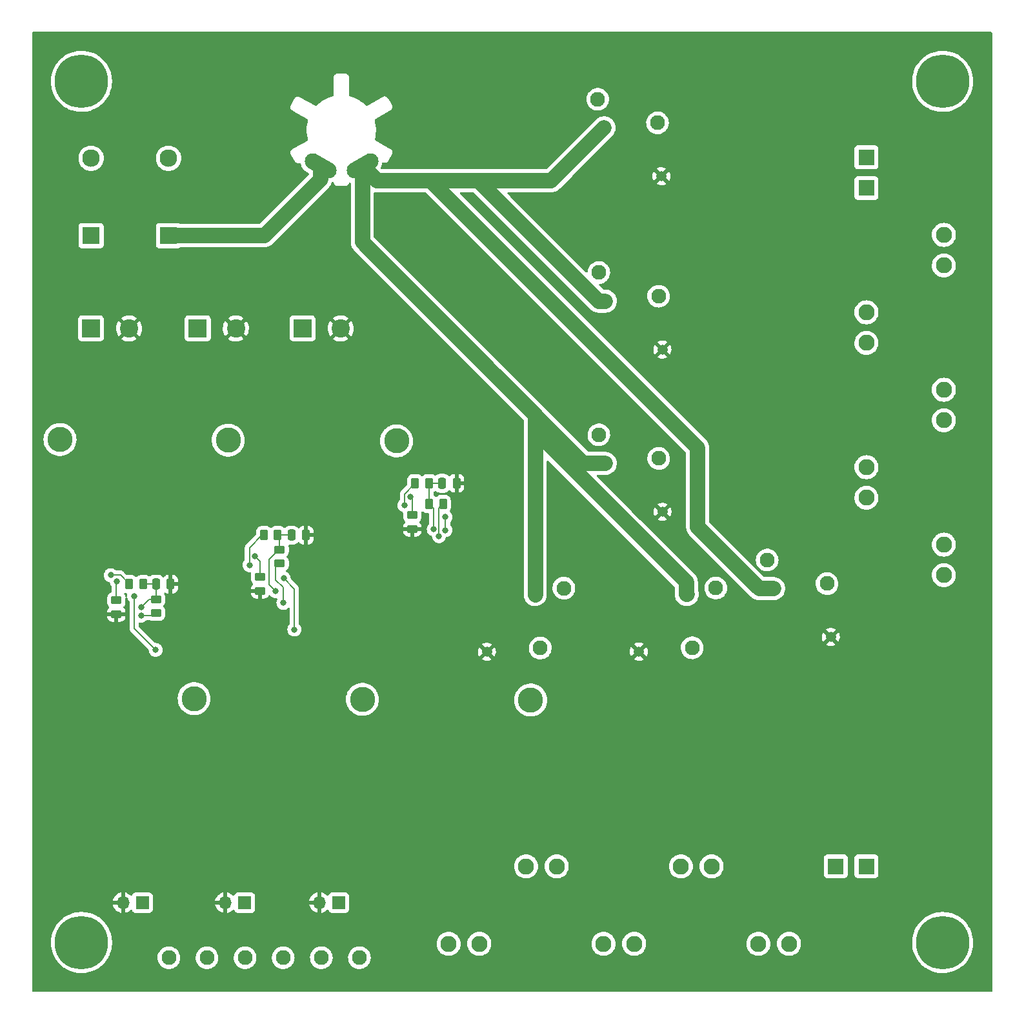
<source format=gbl>
G04 #@! TF.GenerationSoftware,KiCad,Pcbnew,(6.0.0)*
G04 #@! TF.CreationDate,2023-02-19T13:31:38-06:00*
G04 #@! TF.ProjectId,SIC431,53494334-3331-42e6-9b69-6361645f7063,rev?*
G04 #@! TF.SameCoordinates,Original*
G04 #@! TF.FileFunction,Copper,L2,Bot*
G04 #@! TF.FilePolarity,Positive*
%FSLAX46Y46*%
G04 Gerber Fmt 4.6, Leading zero omitted, Abs format (unit mm)*
G04 Created by KiCad (PCBNEW (6.0.0)) date 2023-02-19 13:31:38*
%MOMM*%
%LPD*%
G01*
G04 APERTURE LIST*
G04 Aperture macros list*
%AMRoundRect*
0 Rectangle with rounded corners*
0 $1 Rounding radius*
0 $2 $3 $4 $5 $6 $7 $8 $9 X,Y pos of 4 corners*
0 Add a 4 corners polygon primitive as box body*
4,1,4,$2,$3,$4,$5,$6,$7,$8,$9,$2,$3,0*
0 Add four circle primitives for the rounded corners*
1,1,$1+$1,$2,$3*
1,1,$1+$1,$4,$5*
1,1,$1+$1,$6,$7*
1,1,$1+$1,$8,$9*
0 Add four rect primitives between the rounded corners*
20,1,$1+$1,$2,$3,$4,$5,0*
20,1,$1+$1,$4,$5,$6,$7,0*
20,1,$1+$1,$6,$7,$8,$9,0*
20,1,$1+$1,$8,$9,$2,$3,0*%
%AMHorizOval*
0 Thick line with rounded ends*
0 $1 width*
0 $2 $3 position (X,Y) of the first rounded end (center of the circle)*
0 $4 $5 position (X,Y) of the second rounded end (center of the circle)*
0 Add line between two ends*
20,1,$1,$2,$3,$4,$5,0*
0 Add two circle primitives to create the rounded ends*
1,1,$1,$2,$3*
1,1,$1,$4,$5*%
G04 Aperture macros list end*
G04 #@! TA.AperFunction,ComponentPad*
%ADD10R,1.700000X1.700000*%
G04 #@! TD*
G04 #@! TA.AperFunction,ComponentPad*
%ADD11O,1.700000X1.700000*%
G04 #@! TD*
G04 #@! TA.AperFunction,ComponentPad*
%ADD12HorizOval,2.100000X1.039230X-0.600000X-1.039230X0.600000X0*%
G04 #@! TD*
G04 #@! TA.AperFunction,ComponentPad*
%ADD13HorizOval,2.100000X1.039230X0.600000X-1.039230X-0.600000X0*%
G04 #@! TD*
G04 #@! TA.AperFunction,ComponentPad*
%ADD14C,1.950000*%
G04 #@! TD*
G04 #@! TA.AperFunction,ComponentPad*
%ADD15C,1.350000*%
G04 #@! TD*
G04 #@! TA.AperFunction,ComponentPad*
%ADD16R,2.400000X2.400000*%
G04 #@! TD*
G04 #@! TA.AperFunction,ComponentPad*
%ADD17C,2.400000*%
G04 #@! TD*
G04 #@! TA.AperFunction,ComponentPad*
%ADD18C,0.800000*%
G04 #@! TD*
G04 #@! TA.AperFunction,ComponentPad*
%ADD19C,7.000000*%
G04 #@! TD*
G04 #@! TA.AperFunction,ComponentPad*
%ADD20R,2.124000X2.124000*%
G04 #@! TD*
G04 #@! TA.AperFunction,ComponentPad*
%ADD21C,2.124000*%
G04 #@! TD*
G04 #@! TA.AperFunction,ComponentPad*
%ADD22R,2.300000X2.300000*%
G04 #@! TD*
G04 #@! TA.AperFunction,ComponentPad*
%ADD23C,2.300000*%
G04 #@! TD*
G04 #@! TA.AperFunction,SMDPad,CuDef*
%ADD24RoundRect,0.250000X0.450000X-0.262500X0.450000X0.262500X-0.450000X0.262500X-0.450000X-0.262500X0*%
G04 #@! TD*
G04 #@! TA.AperFunction,SMDPad,CuDef*
%ADD25RoundRect,0.250000X-0.250000X-0.475000X0.250000X-0.475000X0.250000X0.475000X-0.250000X0.475000X0*%
G04 #@! TD*
G04 #@! TA.AperFunction,SMDPad,CuDef*
%ADD26RoundRect,0.250000X0.262500X0.450000X-0.262500X0.450000X-0.262500X-0.450000X0.262500X-0.450000X0*%
G04 #@! TD*
G04 #@! TA.AperFunction,SMDPad,CuDef*
%ADD27RoundRect,0.250000X-0.262500X-0.450000X0.262500X-0.450000X0.262500X0.450000X-0.262500X0.450000X0*%
G04 #@! TD*
G04 #@! TA.AperFunction,ComponentPad*
%ADD28C,3.300000*%
G04 #@! TD*
G04 #@! TA.AperFunction,SMDPad,CuDef*
%ADD29RoundRect,0.250000X-0.450000X0.262500X-0.450000X-0.262500X0.450000X-0.262500X0.450000X0.262500X0*%
G04 #@! TD*
G04 #@! TA.AperFunction,ViaPad*
%ADD30C,0.800000*%
G04 #@! TD*
G04 #@! TA.AperFunction,Conductor*
%ADD31C,2.000000*%
G04 #@! TD*
G04 #@! TA.AperFunction,Conductor*
%ADD32C,0.200000*%
G04 #@! TD*
G04 APERTURE END LIST*
D10*
X34980000Y-134770000D03*
D11*
X32440000Y-134770000D03*
D12*
X58350000Y-38123000D03*
D13*
X63850000Y-38123000D03*
D14*
X110235000Y-93480000D03*
D15*
X106485000Y-94330000D03*
X100135000Y-101830000D03*
D14*
X107135000Y-101330000D03*
D16*
X56016041Y-59420000D03*
D17*
X61016041Y-59420000D03*
D18*
X24375000Y-27000000D03*
X28856155Y-28856155D03*
D19*
X27000000Y-27000000D03*
D18*
X25143845Y-25143845D03*
X27000000Y-24375000D03*
X29625000Y-27000000D03*
X25143845Y-28856155D03*
X27000000Y-29625000D03*
X28856155Y-25143845D03*
D14*
X90295000Y-93500000D03*
D15*
X86545000Y-94350000D03*
X80195000Y-101850000D03*
D14*
X87195000Y-101350000D03*
D18*
X29625000Y-140000000D03*
X27000000Y-142625000D03*
X25143845Y-138143845D03*
X27000000Y-137375000D03*
X24375000Y-140000000D03*
X28856155Y-138143845D03*
D19*
X27000000Y-140000000D03*
D18*
X25143845Y-141856155D03*
X28856155Y-141856155D03*
X138143845Y-25143845D03*
X140000000Y-24375000D03*
X140000000Y-29625000D03*
X141856155Y-28856155D03*
D19*
X140000000Y-27000000D03*
D18*
X137375000Y-27000000D03*
X141856155Y-25143845D03*
X138143845Y-28856155D03*
X142625000Y-27000000D03*
D16*
X28246041Y-59420000D03*
D17*
X33246041Y-59420000D03*
D14*
X94880000Y-52090000D03*
D15*
X95730000Y-55840000D03*
X103230000Y-62190000D03*
D14*
X102730000Y-55190000D03*
X94735000Y-29345000D03*
D15*
X95585000Y-33095000D03*
X103085000Y-39445000D03*
D14*
X102585000Y-32445000D03*
D10*
X48410000Y-134770000D03*
D11*
X45870000Y-134770000D03*
D14*
X94885000Y-73380000D03*
D15*
X95735000Y-77130000D03*
X103235000Y-83480000D03*
D14*
X102735000Y-76480000D03*
D16*
X42256041Y-59420000D03*
D17*
X47256041Y-59420000D03*
D14*
X116970000Y-89805000D03*
D15*
X117820000Y-93555000D03*
X125320000Y-99905000D03*
D14*
X124820000Y-92905000D03*
D18*
X140000000Y-137375000D03*
X137375000Y-140000000D03*
X138143845Y-141856155D03*
X141856155Y-141856155D03*
X142625000Y-140000000D03*
X140000000Y-142625000D03*
X141856155Y-138143845D03*
D19*
X140000000Y-140000000D03*
D18*
X138143845Y-138143845D03*
D10*
X60750000Y-134770000D03*
D11*
X58210000Y-134770000D03*
D14*
X63470000Y-141990000D03*
X58470000Y-141990000D03*
X53470000Y-141990000D03*
X48470000Y-141990000D03*
X43470000Y-141990000D03*
X38470000Y-141990000D03*
D20*
X125980000Y-130000000D03*
X130000000Y-130000000D03*
D21*
X119840000Y-140160000D03*
X115820000Y-140160000D03*
X109680000Y-130000000D03*
X105660000Y-130000000D03*
X95500000Y-140160000D03*
X99520000Y-140160000D03*
X85340000Y-130000000D03*
X89360000Y-130000000D03*
X79200000Y-140160000D03*
X75180000Y-140160000D03*
D22*
X28260000Y-47250000D03*
X38420000Y-47250000D03*
D23*
X28260000Y-37090000D03*
X38420000Y-37090000D03*
D24*
X31565000Y-96892500D03*
X31565000Y-95067500D03*
D25*
X74310000Y-79740000D03*
X76210000Y-79740000D03*
D24*
X70410000Y-85712500D03*
X70410000Y-83887500D03*
D26*
X35107500Y-92970000D03*
X33282500Y-92970000D03*
D24*
X50450000Y-93840000D03*
X50450000Y-92015000D03*
D20*
X130000000Y-41000000D03*
X130000000Y-36980000D03*
D21*
X140160000Y-51160000D03*
X140160000Y-47140000D03*
X130000000Y-57300000D03*
X130000000Y-61320000D03*
X140160000Y-67460000D03*
X140160000Y-71480000D03*
X130000000Y-77620000D03*
X130000000Y-81640000D03*
X140160000Y-87780000D03*
X140160000Y-91800000D03*
D27*
X72607500Y-82450000D03*
X74432500Y-82450000D03*
D28*
X46260000Y-74090000D03*
X63860000Y-108090000D03*
D26*
X52750000Y-86547500D03*
X50925000Y-86547500D03*
D28*
X24180000Y-74000000D03*
X41780000Y-108000000D03*
D25*
X54537500Y-86547500D03*
X56437500Y-86547500D03*
D29*
X36775000Y-94947500D03*
X36775000Y-96772500D03*
X52997500Y-88435000D03*
X52997500Y-90260000D03*
D26*
X72602500Y-79740000D03*
X70777500Y-79740000D03*
D28*
X85940000Y-108180000D03*
X68340000Y-74180000D03*
D25*
X36775000Y-92970000D03*
X38675000Y-92970000D03*
D30*
X73210000Y-85770000D03*
X41880000Y-95180000D03*
X112710000Y-136660000D03*
X61010000Y-90350000D03*
X124300000Y-67440000D03*
X74060000Y-73700000D03*
X45620000Y-84630000D03*
X132320000Y-137140000D03*
X116080000Y-83560000D03*
X137350000Y-93940000D03*
X118710000Y-131450000D03*
X80360000Y-76700000D03*
X37770000Y-83530000D03*
X68130000Y-79770000D03*
X50330000Y-36590000D03*
X119930000Y-96740000D03*
X112090000Y-62330000D03*
X124050000Y-86100000D03*
X122340000Y-43510000D03*
X35790000Y-34230000D03*
X26250000Y-129350000D03*
X31770000Y-39610000D03*
X99140000Y-79930000D03*
X30060000Y-124620000D03*
X140720000Y-133030000D03*
X95810000Y-99500000D03*
X26770000Y-86920000D03*
X137180000Y-74370000D03*
X42010000Y-103120000D03*
X123480000Y-119020000D03*
X102950000Y-43370000D03*
X49840000Y-100200000D03*
X121290000Y-107940000D03*
X78170000Y-107460000D03*
X98350000Y-129530000D03*
X55540000Y-77850000D03*
X97780000Y-37470000D03*
X99140000Y-58870000D03*
X61020000Y-100630000D03*
X69410000Y-25600000D03*
X59820000Y-119760000D03*
X136170000Y-35360000D03*
X35900000Y-76150000D03*
X67090000Y-66370000D03*
X46260000Y-29760000D03*
X46550000Y-85980000D03*
X62000000Y-81600000D03*
X84190000Y-86480000D03*
X37210000Y-66890000D03*
X113500000Y-42060000D03*
X77250000Y-135960000D03*
X51310000Y-66110000D03*
X58990000Y-83910000D03*
X102900000Y-109260000D03*
X47150000Y-119670000D03*
X102200000Y-96340000D03*
X81760000Y-94540000D03*
X136870000Y-53490000D03*
X77120000Y-118010000D03*
X92050000Y-136400000D03*
X52490000Y-93907500D03*
X34825000Y-96020000D03*
X74770000Y-84170000D03*
X74770000Y-85880000D03*
X53540000Y-92207500D03*
X54930000Y-98927500D03*
X36735000Y-101600000D03*
X33905000Y-94540000D03*
X69377000Y-82630000D03*
X49040000Y-90477500D03*
X30845000Y-91800000D03*
X73910000Y-86670000D03*
X53490000Y-95437500D03*
X34855000Y-97100000D03*
X70130000Y-81480000D03*
X49740000Y-89277500D03*
X31595000Y-92620000D03*
D31*
X58350000Y-39880000D02*
X50980000Y-47250000D01*
X58350000Y-38123000D02*
X58350000Y-39880000D01*
X50980000Y-47250000D02*
X38420000Y-47250000D01*
D32*
X72602500Y-79740000D02*
X74310000Y-79740000D01*
X72607500Y-79745000D02*
X72602500Y-79740000D01*
X73210000Y-83052500D02*
X72607500Y-82450000D01*
X72607500Y-82450000D02*
X72607500Y-79745000D01*
X73210000Y-85770000D02*
X73210000Y-83052500D01*
X51650000Y-93067500D02*
X52490000Y-93907500D01*
X52997500Y-88435000D02*
X52997500Y-86795000D01*
X52912500Y-88435000D02*
X51650000Y-89697500D01*
X52997500Y-86795000D02*
X52750000Y-86547500D01*
X52997500Y-88435000D02*
X52912500Y-88435000D01*
X52750000Y-86547500D02*
X54537500Y-86547500D01*
X51650000Y-89697500D02*
X51650000Y-93067500D01*
X36775000Y-94947500D02*
X36775000Y-92970000D01*
X35107500Y-92970000D02*
X36775000Y-92970000D01*
X35897500Y-94947500D02*
X34825000Y-96020000D01*
X36775000Y-94947500D02*
X35897500Y-94947500D01*
X74770000Y-85880000D02*
X74770000Y-84170000D01*
X54930000Y-98927500D02*
X54930000Y-93597500D01*
X54930000Y-93597500D02*
X53540000Y-92207500D01*
X33905000Y-98770000D02*
X36735000Y-101600000D01*
X33905000Y-94540000D02*
X33905000Y-98770000D01*
X69377000Y-82630000D02*
X69377000Y-81140500D01*
X69377000Y-81140500D02*
X70777500Y-79740000D01*
X49040000Y-88227500D02*
X49040000Y-90477500D01*
X50720000Y-86547500D02*
X49040000Y-88227500D01*
X50925000Y-86547500D02*
X50720000Y-86547500D01*
X32112500Y-91800000D02*
X33282500Y-92970000D01*
X30845000Y-91800000D02*
X32112500Y-91800000D01*
X73910000Y-82972500D02*
X74432500Y-82450000D01*
X73910000Y-86670000D02*
X73910000Y-82972500D01*
X52490000Y-90767500D02*
X52997500Y-90260000D01*
X53490000Y-93407500D02*
X52490000Y-92407500D01*
X53490000Y-95437500D02*
X53490000Y-93407500D01*
X52490000Y-92407500D02*
X52490000Y-90767500D01*
X34855000Y-97100000D02*
X36447500Y-97100000D01*
X36447500Y-97100000D02*
X36775000Y-96772500D01*
X70410000Y-81760000D02*
X70410000Y-83887500D01*
X70130000Y-81480000D02*
X70410000Y-81760000D01*
X49740000Y-89277500D02*
X50450000Y-89987500D01*
X50450000Y-89987500D02*
X50450000Y-92015000D01*
X31565000Y-92650000D02*
X31565000Y-95067500D01*
X31595000Y-92620000D02*
X31565000Y-92650000D01*
D31*
X63850000Y-48100000D02*
X63850000Y-38123000D01*
X72810000Y-40030000D02*
X65757000Y-40030000D01*
X88650000Y-40030000D02*
X95585000Y-33095000D01*
X115925000Y-93555000D02*
X107850000Y-85480000D01*
X106485000Y-94330000D02*
X106370000Y-94330000D01*
X79060000Y-40030000D02*
X88650000Y-40030000D01*
X107850000Y-85480000D02*
X107850000Y-75070000D01*
X81020000Y-65270000D02*
X63850000Y-48100000D01*
X92880000Y-77130000D02*
X81020000Y-65270000D01*
X106370000Y-94330000D02*
X106370000Y-92730000D01*
X107850000Y-75070000D02*
X72810000Y-40030000D01*
X86545000Y-72905000D02*
X86545000Y-70795000D01*
X86545000Y-85885000D02*
X86545000Y-94350000D01*
X95735000Y-77130000D02*
X92880000Y-77130000D01*
X95730000Y-55840000D02*
X94870000Y-55840000D01*
X117820000Y-93555000D02*
X115925000Y-93555000D01*
X94870000Y-55840000D02*
X79060000Y-40030000D01*
X63850000Y-38123000D02*
X65757000Y-40030000D01*
X86545000Y-70795000D02*
X81020000Y-65270000D01*
X106370000Y-92730000D02*
X86545000Y-72905000D01*
X86545000Y-85885000D02*
X86545000Y-72905000D01*
X65757000Y-40030000D02*
X79060000Y-40030000D01*
G04 #@! TA.AperFunction,Conductor*
G36*
X146434121Y-20528002D02*
G01*
X146480614Y-20581658D01*
X146492000Y-20634000D01*
X146492000Y-146366000D01*
X146471998Y-146434121D01*
X146418342Y-146480614D01*
X146366000Y-146492000D01*
X20634000Y-146492000D01*
X20565879Y-146471998D01*
X20519386Y-146418342D01*
X20508000Y-146366000D01*
X20508000Y-139943965D01*
X22987057Y-139943965D01*
X23000741Y-140335827D01*
X23001147Y-140338871D01*
X23001148Y-140338881D01*
X23023424Y-140505825D01*
X23052599Y-140724484D01*
X23053299Y-140727468D01*
X23053300Y-140727474D01*
X23141433Y-141103228D01*
X23142136Y-141106225D01*
X23268496Y-141477407D01*
X23430475Y-141834487D01*
X23626525Y-142174056D01*
X23628314Y-142176554D01*
X23628316Y-142176558D01*
X23813448Y-142435147D01*
X23854776Y-142492874D01*
X23856802Y-142495189D01*
X23856805Y-142495192D01*
X24085719Y-142756677D01*
X24113049Y-142787896D01*
X24398878Y-143056308D01*
X24709536Y-143295546D01*
X24712139Y-143297173D01*
X24712144Y-143297176D01*
X24764427Y-143329846D01*
X25042056Y-143503328D01*
X25393266Y-143677670D01*
X25759812Y-143816907D01*
X26138195Y-143919712D01*
X26436419Y-143970153D01*
X26521783Y-143984591D01*
X26521786Y-143984591D01*
X26524805Y-143985102D01*
X26679444Y-143995916D01*
X26912885Y-144012240D01*
X26912893Y-144012240D01*
X26915951Y-144012454D01*
X27168037Y-144005413D01*
X27304825Y-144001592D01*
X27304828Y-144001592D01*
X27307899Y-144001506D01*
X27310952Y-144001120D01*
X27310956Y-144001120D01*
X27452576Y-143983229D01*
X27696908Y-143952362D01*
X27699912Y-143951680D01*
X27699915Y-143951679D01*
X28076269Y-143866174D01*
X28076275Y-143866172D01*
X28079265Y-143865493D01*
X28082184Y-143864522D01*
X28448396Y-143742700D01*
X28448402Y-143742698D01*
X28451320Y-143741727D01*
X28592735Y-143678765D01*
X28806722Y-143583492D01*
X28806728Y-143583489D01*
X28809522Y-143582245D01*
X28812191Y-143580729D01*
X29147784Y-143390086D01*
X29147790Y-143390083D01*
X29150452Y-143388570D01*
X29470855Y-143162550D01*
X29591756Y-143058192D01*
X29765347Y-142908353D01*
X29765351Y-142908349D01*
X29767674Y-142906344D01*
X29799362Y-142873069D01*
X30035957Y-142624618D01*
X30038074Y-142622395D01*
X30100397Y-142542626D01*
X30277565Y-142315860D01*
X30277567Y-142315857D01*
X30279475Y-142313415D01*
X30489574Y-141982354D01*
X30504084Y-141953631D01*
X36981860Y-141953631D01*
X36982157Y-141958783D01*
X36982157Y-141958787D01*
X36993558Y-142156499D01*
X36995903Y-142197171D01*
X36997040Y-142202217D01*
X36997041Y-142202223D01*
X37031150Y-142353576D01*
X37049533Y-142435147D01*
X37051475Y-142439929D01*
X37051476Y-142439933D01*
X37126469Y-142624618D01*
X37141311Y-142661169D01*
X37268772Y-142869166D01*
X37428492Y-143053553D01*
X37616183Y-143209377D01*
X37826804Y-143332453D01*
X38054698Y-143419478D01*
X38059764Y-143420509D01*
X38059765Y-143420509D01*
X38288667Y-143467080D01*
X38288671Y-143467080D01*
X38293746Y-143468113D01*
X38298922Y-143468303D01*
X38298924Y-143468303D01*
X38532363Y-143476863D01*
X38532367Y-143476863D01*
X38537527Y-143477052D01*
X38542647Y-143476396D01*
X38542649Y-143476396D01*
X38619377Y-143466567D01*
X38779494Y-143446055D01*
X38784443Y-143444570D01*
X38784449Y-143444569D01*
X39008200Y-143377440D01*
X39008199Y-143377440D01*
X39013150Y-143375955D01*
X39232219Y-143268634D01*
X39236424Y-143265634D01*
X39236430Y-143265631D01*
X39426614Y-143129974D01*
X39426616Y-143129972D01*
X39430818Y-143126975D01*
X39603614Y-142954781D01*
X39745966Y-142756677D01*
X39813531Y-142619970D01*
X39851756Y-142542626D01*
X39851757Y-142542624D01*
X39854050Y-142537984D01*
X39886827Y-142430105D01*
X39923462Y-142309527D01*
X39923463Y-142309521D01*
X39924966Y-142304575D01*
X39956807Y-142062717D01*
X39958584Y-141990000D01*
X39955594Y-141953631D01*
X41981860Y-141953631D01*
X41982157Y-141958783D01*
X41982157Y-141958787D01*
X41993558Y-142156499D01*
X41995903Y-142197171D01*
X41997040Y-142202217D01*
X41997041Y-142202223D01*
X42031150Y-142353576D01*
X42049533Y-142435147D01*
X42051475Y-142439929D01*
X42051476Y-142439933D01*
X42126469Y-142624618D01*
X42141311Y-142661169D01*
X42268772Y-142869166D01*
X42428492Y-143053553D01*
X42616183Y-143209377D01*
X42826804Y-143332453D01*
X43054698Y-143419478D01*
X43059764Y-143420509D01*
X43059765Y-143420509D01*
X43288667Y-143467080D01*
X43288671Y-143467080D01*
X43293746Y-143468113D01*
X43298922Y-143468303D01*
X43298924Y-143468303D01*
X43532363Y-143476863D01*
X43532367Y-143476863D01*
X43537527Y-143477052D01*
X43542647Y-143476396D01*
X43542649Y-143476396D01*
X43619377Y-143466567D01*
X43779494Y-143446055D01*
X43784443Y-143444570D01*
X43784449Y-143444569D01*
X44008200Y-143377440D01*
X44008199Y-143377440D01*
X44013150Y-143375955D01*
X44232219Y-143268634D01*
X44236424Y-143265634D01*
X44236430Y-143265631D01*
X44426614Y-143129974D01*
X44426616Y-143129972D01*
X44430818Y-143126975D01*
X44603614Y-142954781D01*
X44745966Y-142756677D01*
X44813531Y-142619970D01*
X44851756Y-142542626D01*
X44851757Y-142542624D01*
X44854050Y-142537984D01*
X44886827Y-142430105D01*
X44923462Y-142309527D01*
X44923463Y-142309521D01*
X44924966Y-142304575D01*
X44956807Y-142062717D01*
X44958584Y-141990000D01*
X44955594Y-141953631D01*
X46981860Y-141953631D01*
X46982157Y-141958783D01*
X46982157Y-141958787D01*
X46993558Y-142156499D01*
X46995903Y-142197171D01*
X46997040Y-142202217D01*
X46997041Y-142202223D01*
X47031150Y-142353576D01*
X47049533Y-142435147D01*
X47051475Y-142439929D01*
X47051476Y-142439933D01*
X47126469Y-142624618D01*
X47141311Y-142661169D01*
X47268772Y-142869166D01*
X47428492Y-143053553D01*
X47616183Y-143209377D01*
X47826804Y-143332453D01*
X48054698Y-143419478D01*
X48059764Y-143420509D01*
X48059765Y-143420509D01*
X48288667Y-143467080D01*
X48288671Y-143467080D01*
X48293746Y-143468113D01*
X48298922Y-143468303D01*
X48298924Y-143468303D01*
X48532363Y-143476863D01*
X48532367Y-143476863D01*
X48537527Y-143477052D01*
X48542647Y-143476396D01*
X48542649Y-143476396D01*
X48619377Y-143466567D01*
X48779494Y-143446055D01*
X48784443Y-143444570D01*
X48784449Y-143444569D01*
X49008200Y-143377440D01*
X49008199Y-143377440D01*
X49013150Y-143375955D01*
X49232219Y-143268634D01*
X49236424Y-143265634D01*
X49236430Y-143265631D01*
X49426614Y-143129974D01*
X49426616Y-143129972D01*
X49430818Y-143126975D01*
X49603614Y-142954781D01*
X49745966Y-142756677D01*
X49813531Y-142619970D01*
X49851756Y-142542626D01*
X49851757Y-142542624D01*
X49854050Y-142537984D01*
X49886827Y-142430105D01*
X49923462Y-142309527D01*
X49923463Y-142309521D01*
X49924966Y-142304575D01*
X49956807Y-142062717D01*
X49958584Y-141990000D01*
X49955594Y-141953631D01*
X51981860Y-141953631D01*
X51982157Y-141958783D01*
X51982157Y-141958787D01*
X51993558Y-142156499D01*
X51995903Y-142197171D01*
X51997040Y-142202217D01*
X51997041Y-142202223D01*
X52031150Y-142353576D01*
X52049533Y-142435147D01*
X52051475Y-142439929D01*
X52051476Y-142439933D01*
X52126469Y-142624618D01*
X52141311Y-142661169D01*
X52268772Y-142869166D01*
X52428492Y-143053553D01*
X52616183Y-143209377D01*
X52826804Y-143332453D01*
X53054698Y-143419478D01*
X53059764Y-143420509D01*
X53059765Y-143420509D01*
X53288667Y-143467080D01*
X53288671Y-143467080D01*
X53293746Y-143468113D01*
X53298922Y-143468303D01*
X53298924Y-143468303D01*
X53532363Y-143476863D01*
X53532367Y-143476863D01*
X53537527Y-143477052D01*
X53542647Y-143476396D01*
X53542649Y-143476396D01*
X53619377Y-143466567D01*
X53779494Y-143446055D01*
X53784443Y-143444570D01*
X53784449Y-143444569D01*
X54008200Y-143377440D01*
X54008199Y-143377440D01*
X54013150Y-143375955D01*
X54232219Y-143268634D01*
X54236424Y-143265634D01*
X54236430Y-143265631D01*
X54426614Y-143129974D01*
X54426616Y-143129972D01*
X54430818Y-143126975D01*
X54603614Y-142954781D01*
X54745966Y-142756677D01*
X54813531Y-142619970D01*
X54851756Y-142542626D01*
X54851757Y-142542624D01*
X54854050Y-142537984D01*
X54886827Y-142430105D01*
X54923462Y-142309527D01*
X54923463Y-142309521D01*
X54924966Y-142304575D01*
X54956807Y-142062717D01*
X54958584Y-141990000D01*
X54955594Y-141953631D01*
X56981860Y-141953631D01*
X56982157Y-141958783D01*
X56982157Y-141958787D01*
X56993558Y-142156499D01*
X56995903Y-142197171D01*
X56997040Y-142202217D01*
X56997041Y-142202223D01*
X57031150Y-142353576D01*
X57049533Y-142435147D01*
X57051475Y-142439929D01*
X57051476Y-142439933D01*
X57126469Y-142624618D01*
X57141311Y-142661169D01*
X57268772Y-142869166D01*
X57428492Y-143053553D01*
X57616183Y-143209377D01*
X57826804Y-143332453D01*
X58054698Y-143419478D01*
X58059764Y-143420509D01*
X58059765Y-143420509D01*
X58288667Y-143467080D01*
X58288671Y-143467080D01*
X58293746Y-143468113D01*
X58298922Y-143468303D01*
X58298924Y-143468303D01*
X58532363Y-143476863D01*
X58532367Y-143476863D01*
X58537527Y-143477052D01*
X58542647Y-143476396D01*
X58542649Y-143476396D01*
X58619377Y-143466567D01*
X58779494Y-143446055D01*
X58784443Y-143444570D01*
X58784449Y-143444569D01*
X59008200Y-143377440D01*
X59008199Y-143377440D01*
X59013150Y-143375955D01*
X59232219Y-143268634D01*
X59236424Y-143265634D01*
X59236430Y-143265631D01*
X59426614Y-143129974D01*
X59426616Y-143129972D01*
X59430818Y-143126975D01*
X59603614Y-142954781D01*
X59745966Y-142756677D01*
X59813531Y-142619970D01*
X59851756Y-142542626D01*
X59851757Y-142542624D01*
X59854050Y-142537984D01*
X59886827Y-142430105D01*
X59923462Y-142309527D01*
X59923463Y-142309521D01*
X59924966Y-142304575D01*
X59956807Y-142062717D01*
X59958584Y-141990000D01*
X59955594Y-141953631D01*
X61981860Y-141953631D01*
X61982157Y-141958783D01*
X61982157Y-141958787D01*
X61993558Y-142156499D01*
X61995903Y-142197171D01*
X61997040Y-142202217D01*
X61997041Y-142202223D01*
X62031150Y-142353576D01*
X62049533Y-142435147D01*
X62051475Y-142439929D01*
X62051476Y-142439933D01*
X62126469Y-142624618D01*
X62141311Y-142661169D01*
X62268772Y-142869166D01*
X62428492Y-143053553D01*
X62616183Y-143209377D01*
X62826804Y-143332453D01*
X63054698Y-143419478D01*
X63059764Y-143420509D01*
X63059765Y-143420509D01*
X63288667Y-143467080D01*
X63288671Y-143467080D01*
X63293746Y-143468113D01*
X63298922Y-143468303D01*
X63298924Y-143468303D01*
X63532363Y-143476863D01*
X63532367Y-143476863D01*
X63537527Y-143477052D01*
X63542647Y-143476396D01*
X63542649Y-143476396D01*
X63619377Y-143466567D01*
X63779494Y-143446055D01*
X63784443Y-143444570D01*
X63784449Y-143444569D01*
X64008200Y-143377440D01*
X64008199Y-143377440D01*
X64013150Y-143375955D01*
X64232219Y-143268634D01*
X64236424Y-143265634D01*
X64236430Y-143265631D01*
X64426614Y-143129974D01*
X64426616Y-143129972D01*
X64430818Y-143126975D01*
X64603614Y-142954781D01*
X64745966Y-142756677D01*
X64813531Y-142619970D01*
X64851756Y-142542626D01*
X64851757Y-142542624D01*
X64854050Y-142537984D01*
X64886827Y-142430105D01*
X64923462Y-142309527D01*
X64923463Y-142309521D01*
X64924966Y-142304575D01*
X64956807Y-142062717D01*
X64958584Y-141990000D01*
X64938596Y-141746876D01*
X64879167Y-141510280D01*
X64781894Y-141286568D01*
X64700893Y-141161360D01*
X64652200Y-141086091D01*
X64652198Y-141086088D01*
X64649390Y-141081748D01*
X64485212Y-140901319D01*
X64481161Y-140898120D01*
X64481157Y-140898116D01*
X64297825Y-140753329D01*
X64297821Y-140753327D01*
X64293770Y-140750127D01*
X64080205Y-140632233D01*
X64075336Y-140630509D01*
X64075332Y-140630507D01*
X63855127Y-140552528D01*
X63855123Y-140552527D01*
X63850252Y-140550802D01*
X63845159Y-140549895D01*
X63845156Y-140549894D01*
X63615177Y-140508928D01*
X63615171Y-140508927D01*
X63610088Y-140508022D01*
X63530380Y-140507048D01*
X63371332Y-140505105D01*
X63371330Y-140505105D01*
X63366162Y-140505042D01*
X63125024Y-140541941D01*
X62893150Y-140617729D01*
X62676769Y-140730370D01*
X62672636Y-140733473D01*
X62672633Y-140733475D01*
X62485825Y-140873735D01*
X62481690Y-140876840D01*
X62313153Y-141053204D01*
X62310239Y-141057476D01*
X62310238Y-141057477D01*
X62274997Y-141109138D01*
X62175684Y-141254726D01*
X62158705Y-141291305D01*
X62091041Y-141437074D01*
X62072974Y-141475995D01*
X62007783Y-141711067D01*
X61981860Y-141953631D01*
X59955594Y-141953631D01*
X59938596Y-141746876D01*
X59879167Y-141510280D01*
X59781894Y-141286568D01*
X59700893Y-141161360D01*
X59652200Y-141086091D01*
X59652198Y-141086088D01*
X59649390Y-141081748D01*
X59485212Y-140901319D01*
X59481161Y-140898120D01*
X59481157Y-140898116D01*
X59297825Y-140753329D01*
X59297821Y-140753327D01*
X59293770Y-140750127D01*
X59080205Y-140632233D01*
X59075336Y-140630509D01*
X59075332Y-140630507D01*
X58855127Y-140552528D01*
X58855123Y-140552527D01*
X58850252Y-140550802D01*
X58845159Y-140549895D01*
X58845156Y-140549894D01*
X58615177Y-140508928D01*
X58615171Y-140508927D01*
X58610088Y-140508022D01*
X58530380Y-140507048D01*
X58371332Y-140505105D01*
X58371330Y-140505105D01*
X58366162Y-140505042D01*
X58125024Y-140541941D01*
X57893150Y-140617729D01*
X57676769Y-140730370D01*
X57672636Y-140733473D01*
X57672633Y-140733475D01*
X57485825Y-140873735D01*
X57481690Y-140876840D01*
X57313153Y-141053204D01*
X57310239Y-141057476D01*
X57310238Y-141057477D01*
X57274997Y-141109138D01*
X57175684Y-141254726D01*
X57158705Y-141291305D01*
X57091041Y-141437074D01*
X57072974Y-141475995D01*
X57007783Y-141711067D01*
X56981860Y-141953631D01*
X54955594Y-141953631D01*
X54938596Y-141746876D01*
X54879167Y-141510280D01*
X54781894Y-141286568D01*
X54700893Y-141161360D01*
X54652200Y-141086091D01*
X54652198Y-141086088D01*
X54649390Y-141081748D01*
X54485212Y-140901319D01*
X54481161Y-140898120D01*
X54481157Y-140898116D01*
X54297825Y-140753329D01*
X54297821Y-140753327D01*
X54293770Y-140750127D01*
X54080205Y-140632233D01*
X54075336Y-140630509D01*
X54075332Y-140630507D01*
X53855127Y-140552528D01*
X53855123Y-140552527D01*
X53850252Y-140550802D01*
X53845159Y-140549895D01*
X53845156Y-140549894D01*
X53615177Y-140508928D01*
X53615171Y-140508927D01*
X53610088Y-140508022D01*
X53530380Y-140507048D01*
X53371332Y-140505105D01*
X53371330Y-140505105D01*
X53366162Y-140505042D01*
X53125024Y-140541941D01*
X52893150Y-140617729D01*
X52676769Y-140730370D01*
X52672636Y-140733473D01*
X52672633Y-140733475D01*
X52485825Y-140873735D01*
X52481690Y-140876840D01*
X52313153Y-141053204D01*
X52310239Y-141057476D01*
X52310238Y-141057477D01*
X52274997Y-141109138D01*
X52175684Y-141254726D01*
X52158705Y-141291305D01*
X52091041Y-141437074D01*
X52072974Y-141475995D01*
X52007783Y-141711067D01*
X51981860Y-141953631D01*
X49955594Y-141953631D01*
X49938596Y-141746876D01*
X49879167Y-141510280D01*
X49781894Y-141286568D01*
X49700893Y-141161360D01*
X49652200Y-141086091D01*
X49652198Y-141086088D01*
X49649390Y-141081748D01*
X49485212Y-140901319D01*
X49481161Y-140898120D01*
X49481157Y-140898116D01*
X49297825Y-140753329D01*
X49297821Y-140753327D01*
X49293770Y-140750127D01*
X49080205Y-140632233D01*
X49075336Y-140630509D01*
X49075332Y-140630507D01*
X48855127Y-140552528D01*
X48855123Y-140552527D01*
X48850252Y-140550802D01*
X48845159Y-140549895D01*
X48845156Y-140549894D01*
X48615177Y-140508928D01*
X48615171Y-140508927D01*
X48610088Y-140508022D01*
X48530380Y-140507048D01*
X48371332Y-140505105D01*
X48371330Y-140505105D01*
X48366162Y-140505042D01*
X48125024Y-140541941D01*
X47893150Y-140617729D01*
X47676769Y-140730370D01*
X47672636Y-140733473D01*
X47672633Y-140733475D01*
X47485825Y-140873735D01*
X47481690Y-140876840D01*
X47313153Y-141053204D01*
X47310239Y-141057476D01*
X47310238Y-141057477D01*
X47274997Y-141109138D01*
X47175684Y-141254726D01*
X47158705Y-141291305D01*
X47091041Y-141437074D01*
X47072974Y-141475995D01*
X47007783Y-141711067D01*
X46981860Y-141953631D01*
X44955594Y-141953631D01*
X44938596Y-141746876D01*
X44879167Y-141510280D01*
X44781894Y-141286568D01*
X44700893Y-141161360D01*
X44652200Y-141086091D01*
X44652198Y-141086088D01*
X44649390Y-141081748D01*
X44485212Y-140901319D01*
X44481161Y-140898120D01*
X44481157Y-140898116D01*
X44297825Y-140753329D01*
X44297821Y-140753327D01*
X44293770Y-140750127D01*
X44080205Y-140632233D01*
X44075336Y-140630509D01*
X44075332Y-140630507D01*
X43855127Y-140552528D01*
X43855123Y-140552527D01*
X43850252Y-140550802D01*
X43845159Y-140549895D01*
X43845156Y-140549894D01*
X43615177Y-140508928D01*
X43615171Y-140508927D01*
X43610088Y-140508022D01*
X43530380Y-140507048D01*
X43371332Y-140505105D01*
X43371330Y-140505105D01*
X43366162Y-140505042D01*
X43125024Y-140541941D01*
X42893150Y-140617729D01*
X42676769Y-140730370D01*
X42672636Y-140733473D01*
X42672633Y-140733475D01*
X42485825Y-140873735D01*
X42481690Y-140876840D01*
X42313153Y-141053204D01*
X42310239Y-141057476D01*
X42310238Y-141057477D01*
X42274997Y-141109138D01*
X42175684Y-141254726D01*
X42158705Y-141291305D01*
X42091041Y-141437074D01*
X42072974Y-141475995D01*
X42007783Y-141711067D01*
X41981860Y-141953631D01*
X39955594Y-141953631D01*
X39938596Y-141746876D01*
X39879167Y-141510280D01*
X39781894Y-141286568D01*
X39700893Y-141161360D01*
X39652200Y-141086091D01*
X39652198Y-141086088D01*
X39649390Y-141081748D01*
X39485212Y-140901319D01*
X39481161Y-140898120D01*
X39481157Y-140898116D01*
X39297825Y-140753329D01*
X39297821Y-140753327D01*
X39293770Y-140750127D01*
X39080205Y-140632233D01*
X39075336Y-140630509D01*
X39075332Y-140630507D01*
X38855127Y-140552528D01*
X38855123Y-140552527D01*
X38850252Y-140550802D01*
X38845159Y-140549895D01*
X38845156Y-140549894D01*
X38615177Y-140508928D01*
X38615171Y-140508927D01*
X38610088Y-140508022D01*
X38530380Y-140507048D01*
X38371332Y-140505105D01*
X38371330Y-140505105D01*
X38366162Y-140505042D01*
X38125024Y-140541941D01*
X37893150Y-140617729D01*
X37676769Y-140730370D01*
X37672636Y-140733473D01*
X37672633Y-140733475D01*
X37485825Y-140873735D01*
X37481690Y-140876840D01*
X37313153Y-141053204D01*
X37310239Y-141057476D01*
X37310238Y-141057477D01*
X37274997Y-141109138D01*
X37175684Y-141254726D01*
X37158705Y-141291305D01*
X37091041Y-141437074D01*
X37072974Y-141475995D01*
X37007783Y-141711067D01*
X36981860Y-141953631D01*
X30504084Y-141953631D01*
X30506676Y-141948499D01*
X30623942Y-141716349D01*
X30666363Y-141632370D01*
X30694020Y-141561066D01*
X30807041Y-141269681D01*
X30807044Y-141269672D01*
X30808156Y-141266805D01*
X30913600Y-140889148D01*
X30974960Y-140541159D01*
X30981156Y-140506022D01*
X30981156Y-140506019D01*
X30981688Y-140503004D01*
X31007701Y-140164930D01*
X31008080Y-140160000D01*
X73604644Y-140160000D01*
X73624039Y-140406440D01*
X73625193Y-140411247D01*
X73625194Y-140411253D01*
X73648644Y-140508928D01*
X73681747Y-140646812D01*
X73683640Y-140651383D01*
X73683641Y-140651385D01*
X73724542Y-140750127D01*
X73776348Y-140875197D01*
X73905510Y-141085971D01*
X73908722Y-141089731D01*
X73908725Y-141089736D01*
X73925296Y-141109138D01*
X74066055Y-141273945D01*
X74080835Y-141286568D01*
X74250264Y-141431275D01*
X74250269Y-141431278D01*
X74254029Y-141434490D01*
X74464803Y-141563652D01*
X74469378Y-141565547D01*
X74688615Y-141656359D01*
X74688617Y-141656360D01*
X74693188Y-141658253D01*
X74776422Y-141678236D01*
X74928747Y-141714806D01*
X74928753Y-141714807D01*
X74933560Y-141715961D01*
X75180000Y-141735356D01*
X75426440Y-141715961D01*
X75431247Y-141714807D01*
X75431253Y-141714806D01*
X75583578Y-141678236D01*
X75666812Y-141658253D01*
X75671383Y-141656360D01*
X75671385Y-141656359D01*
X75890622Y-141565547D01*
X75895197Y-141563652D01*
X76105971Y-141434490D01*
X76109731Y-141431278D01*
X76109736Y-141431275D01*
X76279165Y-141286568D01*
X76293945Y-141273945D01*
X76434704Y-141109138D01*
X76451275Y-141089736D01*
X76451278Y-141089731D01*
X76454490Y-141085971D01*
X76583652Y-140875197D01*
X76635458Y-140750127D01*
X76676359Y-140651385D01*
X76676360Y-140651383D01*
X76678253Y-140646812D01*
X76711356Y-140508928D01*
X76734806Y-140411253D01*
X76734807Y-140411247D01*
X76735961Y-140406440D01*
X76755356Y-140160000D01*
X77624644Y-140160000D01*
X77644039Y-140406440D01*
X77645193Y-140411247D01*
X77645194Y-140411253D01*
X77668644Y-140508928D01*
X77701747Y-140646812D01*
X77703640Y-140651383D01*
X77703641Y-140651385D01*
X77744542Y-140750127D01*
X77796348Y-140875197D01*
X77925510Y-141085971D01*
X77928722Y-141089731D01*
X77928725Y-141089736D01*
X77945296Y-141109138D01*
X78086055Y-141273945D01*
X78100835Y-141286568D01*
X78270264Y-141431275D01*
X78270269Y-141431278D01*
X78274029Y-141434490D01*
X78484803Y-141563652D01*
X78489378Y-141565547D01*
X78708615Y-141656359D01*
X78708617Y-141656360D01*
X78713188Y-141658253D01*
X78796422Y-141678236D01*
X78948747Y-141714806D01*
X78948753Y-141714807D01*
X78953560Y-141715961D01*
X79200000Y-141735356D01*
X79446440Y-141715961D01*
X79451247Y-141714807D01*
X79451253Y-141714806D01*
X79603578Y-141678236D01*
X79686812Y-141658253D01*
X79691383Y-141656360D01*
X79691385Y-141656359D01*
X79910622Y-141565547D01*
X79915197Y-141563652D01*
X80125971Y-141434490D01*
X80129731Y-141431278D01*
X80129736Y-141431275D01*
X80299165Y-141286568D01*
X80313945Y-141273945D01*
X80454704Y-141109138D01*
X80471275Y-141089736D01*
X80471278Y-141089731D01*
X80474490Y-141085971D01*
X80603652Y-140875197D01*
X80655458Y-140750127D01*
X80696359Y-140651385D01*
X80696360Y-140651383D01*
X80698253Y-140646812D01*
X80731356Y-140508928D01*
X80754806Y-140411253D01*
X80754807Y-140411247D01*
X80755961Y-140406440D01*
X80775356Y-140160000D01*
X93924644Y-140160000D01*
X93944039Y-140406440D01*
X93945193Y-140411247D01*
X93945194Y-140411253D01*
X93968644Y-140508928D01*
X94001747Y-140646812D01*
X94003640Y-140651383D01*
X94003641Y-140651385D01*
X94044542Y-140750127D01*
X94096348Y-140875197D01*
X94225510Y-141085971D01*
X94228722Y-141089731D01*
X94228725Y-141089736D01*
X94245296Y-141109138D01*
X94386055Y-141273945D01*
X94400835Y-141286568D01*
X94570264Y-141431275D01*
X94570269Y-141431278D01*
X94574029Y-141434490D01*
X94784803Y-141563652D01*
X94789378Y-141565547D01*
X95008615Y-141656359D01*
X95008617Y-141656360D01*
X95013188Y-141658253D01*
X95096422Y-141678236D01*
X95248747Y-141714806D01*
X95248753Y-141714807D01*
X95253560Y-141715961D01*
X95500000Y-141735356D01*
X95746440Y-141715961D01*
X95751247Y-141714807D01*
X95751253Y-141714806D01*
X95903578Y-141678236D01*
X95986812Y-141658253D01*
X95991383Y-141656360D01*
X95991385Y-141656359D01*
X96210622Y-141565547D01*
X96215197Y-141563652D01*
X96425971Y-141434490D01*
X96429731Y-141431278D01*
X96429736Y-141431275D01*
X96599165Y-141286568D01*
X96613945Y-141273945D01*
X96754704Y-141109138D01*
X96771275Y-141089736D01*
X96771278Y-141089731D01*
X96774490Y-141085971D01*
X96903652Y-140875197D01*
X96955458Y-140750127D01*
X96996359Y-140651385D01*
X96996360Y-140651383D01*
X96998253Y-140646812D01*
X97031356Y-140508928D01*
X97054806Y-140411253D01*
X97054807Y-140411247D01*
X97055961Y-140406440D01*
X97075356Y-140160000D01*
X97944644Y-140160000D01*
X97964039Y-140406440D01*
X97965193Y-140411247D01*
X97965194Y-140411253D01*
X97988644Y-140508928D01*
X98021747Y-140646812D01*
X98023640Y-140651383D01*
X98023641Y-140651385D01*
X98064542Y-140750127D01*
X98116348Y-140875197D01*
X98245510Y-141085971D01*
X98248722Y-141089731D01*
X98248725Y-141089736D01*
X98265296Y-141109138D01*
X98406055Y-141273945D01*
X98420835Y-141286568D01*
X98590264Y-141431275D01*
X98590269Y-141431278D01*
X98594029Y-141434490D01*
X98804803Y-141563652D01*
X98809378Y-141565547D01*
X99028615Y-141656359D01*
X99028617Y-141656360D01*
X99033188Y-141658253D01*
X99116422Y-141678236D01*
X99268747Y-141714806D01*
X99268753Y-141714807D01*
X99273560Y-141715961D01*
X99520000Y-141735356D01*
X99766440Y-141715961D01*
X99771247Y-141714807D01*
X99771253Y-141714806D01*
X99923578Y-141678236D01*
X100006812Y-141658253D01*
X100011383Y-141656360D01*
X100011385Y-141656359D01*
X100230622Y-141565547D01*
X100235197Y-141563652D01*
X100445971Y-141434490D01*
X100449731Y-141431278D01*
X100449736Y-141431275D01*
X100619165Y-141286568D01*
X100633945Y-141273945D01*
X100774704Y-141109138D01*
X100791275Y-141089736D01*
X100791278Y-141089731D01*
X100794490Y-141085971D01*
X100923652Y-140875197D01*
X100975458Y-140750127D01*
X101016359Y-140651385D01*
X101016360Y-140651383D01*
X101018253Y-140646812D01*
X101051356Y-140508928D01*
X101074806Y-140411253D01*
X101074807Y-140411247D01*
X101075961Y-140406440D01*
X101095356Y-140160000D01*
X114244644Y-140160000D01*
X114264039Y-140406440D01*
X114265193Y-140411247D01*
X114265194Y-140411253D01*
X114288644Y-140508928D01*
X114321747Y-140646812D01*
X114323640Y-140651383D01*
X114323641Y-140651385D01*
X114364542Y-140750127D01*
X114416348Y-140875197D01*
X114545510Y-141085971D01*
X114548722Y-141089731D01*
X114548725Y-141089736D01*
X114565296Y-141109138D01*
X114706055Y-141273945D01*
X114720835Y-141286568D01*
X114890264Y-141431275D01*
X114890269Y-141431278D01*
X114894029Y-141434490D01*
X115104803Y-141563652D01*
X115109378Y-141565547D01*
X115328615Y-141656359D01*
X115328617Y-141656360D01*
X115333188Y-141658253D01*
X115416422Y-141678236D01*
X115568747Y-141714806D01*
X115568753Y-141714807D01*
X115573560Y-141715961D01*
X115820000Y-141735356D01*
X116066440Y-141715961D01*
X116071247Y-141714807D01*
X116071253Y-141714806D01*
X116223578Y-141678236D01*
X116306812Y-141658253D01*
X116311383Y-141656360D01*
X116311385Y-141656359D01*
X116530622Y-141565547D01*
X116535197Y-141563652D01*
X116745971Y-141434490D01*
X116749731Y-141431278D01*
X116749736Y-141431275D01*
X116919165Y-141286568D01*
X116933945Y-141273945D01*
X117074704Y-141109138D01*
X117091275Y-141089736D01*
X117091278Y-141089731D01*
X117094490Y-141085971D01*
X117223652Y-140875197D01*
X117275458Y-140750127D01*
X117316359Y-140651385D01*
X117316360Y-140651383D01*
X117318253Y-140646812D01*
X117351356Y-140508928D01*
X117374806Y-140411253D01*
X117374807Y-140411247D01*
X117375961Y-140406440D01*
X117395356Y-140160000D01*
X118264644Y-140160000D01*
X118284039Y-140406440D01*
X118285193Y-140411247D01*
X118285194Y-140411253D01*
X118308644Y-140508928D01*
X118341747Y-140646812D01*
X118343640Y-140651383D01*
X118343641Y-140651385D01*
X118384542Y-140750127D01*
X118436348Y-140875197D01*
X118565510Y-141085971D01*
X118568722Y-141089731D01*
X118568725Y-141089736D01*
X118585296Y-141109138D01*
X118726055Y-141273945D01*
X118740835Y-141286568D01*
X118910264Y-141431275D01*
X118910269Y-141431278D01*
X118914029Y-141434490D01*
X119124803Y-141563652D01*
X119129378Y-141565547D01*
X119348615Y-141656359D01*
X119348617Y-141656360D01*
X119353188Y-141658253D01*
X119436422Y-141678236D01*
X119588747Y-141714806D01*
X119588753Y-141714807D01*
X119593560Y-141715961D01*
X119840000Y-141735356D01*
X120086440Y-141715961D01*
X120091247Y-141714807D01*
X120091253Y-141714806D01*
X120243578Y-141678236D01*
X120326812Y-141658253D01*
X120331383Y-141656360D01*
X120331385Y-141656359D01*
X120550622Y-141565547D01*
X120555197Y-141563652D01*
X120765971Y-141434490D01*
X120769731Y-141431278D01*
X120769736Y-141431275D01*
X120939165Y-141286568D01*
X120953945Y-141273945D01*
X121094704Y-141109138D01*
X121111275Y-141089736D01*
X121111278Y-141089731D01*
X121114490Y-141085971D01*
X121243652Y-140875197D01*
X121295458Y-140750127D01*
X121336359Y-140651385D01*
X121336360Y-140651383D01*
X121338253Y-140646812D01*
X121371356Y-140508928D01*
X121394806Y-140411253D01*
X121394807Y-140411247D01*
X121395961Y-140406440D01*
X121415356Y-140160000D01*
X121398354Y-139943965D01*
X135987057Y-139943965D01*
X136000741Y-140335827D01*
X136001147Y-140338871D01*
X136001148Y-140338881D01*
X136023424Y-140505825D01*
X136052599Y-140724484D01*
X136053299Y-140727468D01*
X136053300Y-140727474D01*
X136141433Y-141103228D01*
X136142136Y-141106225D01*
X136268496Y-141477407D01*
X136430475Y-141834487D01*
X136626525Y-142174056D01*
X136628314Y-142176554D01*
X136628316Y-142176558D01*
X136813448Y-142435147D01*
X136854776Y-142492874D01*
X136856802Y-142495189D01*
X136856805Y-142495192D01*
X137085719Y-142756677D01*
X137113049Y-142787896D01*
X137398878Y-143056308D01*
X137709536Y-143295546D01*
X137712139Y-143297173D01*
X137712144Y-143297176D01*
X137764427Y-143329846D01*
X138042056Y-143503328D01*
X138393266Y-143677670D01*
X138759812Y-143816907D01*
X139138195Y-143919712D01*
X139436419Y-143970153D01*
X139521783Y-143984591D01*
X139521786Y-143984591D01*
X139524805Y-143985102D01*
X139679444Y-143995916D01*
X139912885Y-144012240D01*
X139912893Y-144012240D01*
X139915951Y-144012454D01*
X140168037Y-144005413D01*
X140304825Y-144001592D01*
X140304828Y-144001592D01*
X140307899Y-144001506D01*
X140310952Y-144001120D01*
X140310956Y-144001120D01*
X140452576Y-143983229D01*
X140696908Y-143952362D01*
X140699912Y-143951680D01*
X140699915Y-143951679D01*
X141076269Y-143866174D01*
X141076275Y-143866172D01*
X141079265Y-143865493D01*
X141082184Y-143864522D01*
X141448396Y-143742700D01*
X141448402Y-143742698D01*
X141451320Y-143741727D01*
X141592735Y-143678765D01*
X141806722Y-143583492D01*
X141806728Y-143583489D01*
X141809522Y-143582245D01*
X141812191Y-143580729D01*
X142147784Y-143390086D01*
X142147790Y-143390083D01*
X142150452Y-143388570D01*
X142470855Y-143162550D01*
X142591756Y-143058192D01*
X142765347Y-142908353D01*
X142765351Y-142908349D01*
X142767674Y-142906344D01*
X142799362Y-142873069D01*
X143035957Y-142624618D01*
X143038074Y-142622395D01*
X143100397Y-142542626D01*
X143277565Y-142315860D01*
X143277567Y-142315857D01*
X143279475Y-142313415D01*
X143489574Y-141982354D01*
X143506676Y-141948499D01*
X143623942Y-141716349D01*
X143666363Y-141632370D01*
X143694020Y-141561066D01*
X143807041Y-141269681D01*
X143807044Y-141269672D01*
X143808156Y-141266805D01*
X143913600Y-140889148D01*
X143974960Y-140541159D01*
X143981156Y-140506022D01*
X143981156Y-140506019D01*
X143981688Y-140503004D01*
X144007701Y-140164930D01*
X144011619Y-140114013D01*
X144011619Y-140114002D01*
X144011769Y-140112059D01*
X144013334Y-140000000D01*
X144010594Y-139943965D01*
X144002984Y-139788375D01*
X143994180Y-139608367D01*
X143936901Y-139220473D01*
X143842043Y-138840019D01*
X143710512Y-138470637D01*
X143543564Y-138115854D01*
X143541997Y-138113225D01*
X143541992Y-138113216D01*
X143344361Y-137781689D01*
X143342791Y-137779055D01*
X143340977Y-137776595D01*
X143340972Y-137776587D01*
X143111933Y-137465926D01*
X143111931Y-137465923D01*
X143110111Y-137463455D01*
X142847744Y-137172068D01*
X142558195Y-136907673D01*
X142244228Y-136672795D01*
X142196015Y-136643596D01*
X141911467Y-136471267D01*
X141911458Y-136471262D01*
X141908839Y-136469676D01*
X141555229Y-136300255D01*
X141552339Y-136299203D01*
X141552334Y-136299201D01*
X141189674Y-136167204D01*
X141189671Y-136167203D01*
X141186775Y-136166149D01*
X140910563Y-136095229D01*
X140809977Y-136069403D01*
X140809974Y-136069402D01*
X140806993Y-136068637D01*
X140419508Y-136008651D01*
X140028018Y-135986764D01*
X140024939Y-135986893D01*
X140024936Y-135986893D01*
X139800990Y-135996279D01*
X139636261Y-136003183D01*
X139633217Y-136003611D01*
X139633215Y-136003611D01*
X139422778Y-136033186D01*
X139247976Y-136057753D01*
X138866869Y-136149953D01*
X138496579Y-136278902D01*
X138140638Y-136443369D01*
X137802446Y-136641785D01*
X137642444Y-136758033D01*
X137487711Y-136870453D01*
X137487705Y-136870458D01*
X137485230Y-136872256D01*
X137482944Y-136874285D01*
X137482941Y-136874288D01*
X137403123Y-136945154D01*
X137192017Y-137132583D01*
X137189938Y-137134828D01*
X137189931Y-137134835D01*
X136927694Y-137418026D01*
X136925608Y-137420279D01*
X136688544Y-137732599D01*
X136483089Y-138066562D01*
X136311203Y-138418980D01*
X136310131Y-138421864D01*
X136310130Y-138421865D01*
X136249449Y-138585032D01*
X136174527Y-138786489D01*
X136074367Y-139165581D01*
X136064981Y-139223534D01*
X136028402Y-139449378D01*
X136011677Y-139552638D01*
X136011483Y-139555718D01*
X136011483Y-139555720D01*
X136007978Y-139611440D01*
X135987057Y-139943965D01*
X121398354Y-139943965D01*
X121395961Y-139913560D01*
X121338253Y-139673188D01*
X121243652Y-139444803D01*
X121114490Y-139234029D01*
X121111278Y-139230269D01*
X121111275Y-139230264D01*
X120957158Y-139049817D01*
X120953945Y-139046055D01*
X120936034Y-139030758D01*
X120769736Y-138888725D01*
X120769731Y-138888722D01*
X120765971Y-138885510D01*
X120555197Y-138756348D01*
X120513578Y-138739109D01*
X120331385Y-138663641D01*
X120331383Y-138663640D01*
X120326812Y-138661747D01*
X120243578Y-138641764D01*
X120091253Y-138605194D01*
X120091247Y-138605193D01*
X120086440Y-138604039D01*
X119840000Y-138584644D01*
X119593560Y-138604039D01*
X119588753Y-138605193D01*
X119588747Y-138605194D01*
X119436422Y-138641764D01*
X119353188Y-138661747D01*
X119348617Y-138663640D01*
X119348615Y-138663641D01*
X119166422Y-138739109D01*
X119124803Y-138756348D01*
X118914029Y-138885510D01*
X118910269Y-138888722D01*
X118910264Y-138888725D01*
X118743966Y-139030758D01*
X118726055Y-139046055D01*
X118722842Y-139049817D01*
X118568725Y-139230264D01*
X118568722Y-139230269D01*
X118565510Y-139234029D01*
X118436348Y-139444803D01*
X118341747Y-139673188D01*
X118284039Y-139913560D01*
X118264644Y-140160000D01*
X117395356Y-140160000D01*
X117375961Y-139913560D01*
X117318253Y-139673188D01*
X117223652Y-139444803D01*
X117094490Y-139234029D01*
X117091278Y-139230269D01*
X117091275Y-139230264D01*
X116937158Y-139049817D01*
X116933945Y-139046055D01*
X116916034Y-139030758D01*
X116749736Y-138888725D01*
X116749731Y-138888722D01*
X116745971Y-138885510D01*
X116535197Y-138756348D01*
X116493578Y-138739109D01*
X116311385Y-138663641D01*
X116311383Y-138663640D01*
X116306812Y-138661747D01*
X116223578Y-138641764D01*
X116071253Y-138605194D01*
X116071247Y-138605193D01*
X116066440Y-138604039D01*
X115820000Y-138584644D01*
X115573560Y-138604039D01*
X115568753Y-138605193D01*
X115568747Y-138605194D01*
X115416422Y-138641764D01*
X115333188Y-138661747D01*
X115328617Y-138663640D01*
X115328615Y-138663641D01*
X115146422Y-138739109D01*
X115104803Y-138756348D01*
X114894029Y-138885510D01*
X114890269Y-138888722D01*
X114890264Y-138888725D01*
X114723966Y-139030758D01*
X114706055Y-139046055D01*
X114702842Y-139049817D01*
X114548725Y-139230264D01*
X114548722Y-139230269D01*
X114545510Y-139234029D01*
X114416348Y-139444803D01*
X114321747Y-139673188D01*
X114264039Y-139913560D01*
X114244644Y-140160000D01*
X101095356Y-140160000D01*
X101075961Y-139913560D01*
X101018253Y-139673188D01*
X100923652Y-139444803D01*
X100794490Y-139234029D01*
X100791278Y-139230269D01*
X100791275Y-139230264D01*
X100637158Y-139049817D01*
X100633945Y-139046055D01*
X100616034Y-139030758D01*
X100449736Y-138888725D01*
X100449731Y-138888722D01*
X100445971Y-138885510D01*
X100235197Y-138756348D01*
X100193578Y-138739109D01*
X100011385Y-138663641D01*
X100011383Y-138663640D01*
X100006812Y-138661747D01*
X99923578Y-138641764D01*
X99771253Y-138605194D01*
X99771247Y-138605193D01*
X99766440Y-138604039D01*
X99520000Y-138584644D01*
X99273560Y-138604039D01*
X99268753Y-138605193D01*
X99268747Y-138605194D01*
X99116422Y-138641764D01*
X99033188Y-138661747D01*
X99028617Y-138663640D01*
X99028615Y-138663641D01*
X98846422Y-138739109D01*
X98804803Y-138756348D01*
X98594029Y-138885510D01*
X98590269Y-138888722D01*
X98590264Y-138888725D01*
X98423966Y-139030758D01*
X98406055Y-139046055D01*
X98402842Y-139049817D01*
X98248725Y-139230264D01*
X98248722Y-139230269D01*
X98245510Y-139234029D01*
X98116348Y-139444803D01*
X98021747Y-139673188D01*
X97964039Y-139913560D01*
X97944644Y-140160000D01*
X97075356Y-140160000D01*
X97055961Y-139913560D01*
X96998253Y-139673188D01*
X96903652Y-139444803D01*
X96774490Y-139234029D01*
X96771278Y-139230269D01*
X96771275Y-139230264D01*
X96617158Y-139049817D01*
X96613945Y-139046055D01*
X96596034Y-139030758D01*
X96429736Y-138888725D01*
X96429731Y-138888722D01*
X96425971Y-138885510D01*
X96215197Y-138756348D01*
X96173578Y-138739109D01*
X95991385Y-138663641D01*
X95991383Y-138663640D01*
X95986812Y-138661747D01*
X95903578Y-138641764D01*
X95751253Y-138605194D01*
X95751247Y-138605193D01*
X95746440Y-138604039D01*
X95500000Y-138584644D01*
X95253560Y-138604039D01*
X95248753Y-138605193D01*
X95248747Y-138605194D01*
X95096422Y-138641764D01*
X95013188Y-138661747D01*
X95008617Y-138663640D01*
X95008615Y-138663641D01*
X94826422Y-138739109D01*
X94784803Y-138756348D01*
X94574029Y-138885510D01*
X94570269Y-138888722D01*
X94570264Y-138888725D01*
X94403966Y-139030758D01*
X94386055Y-139046055D01*
X94382842Y-139049817D01*
X94228725Y-139230264D01*
X94228722Y-139230269D01*
X94225510Y-139234029D01*
X94096348Y-139444803D01*
X94001747Y-139673188D01*
X93944039Y-139913560D01*
X93924644Y-140160000D01*
X80775356Y-140160000D01*
X80755961Y-139913560D01*
X80698253Y-139673188D01*
X80603652Y-139444803D01*
X80474490Y-139234029D01*
X80471278Y-139230269D01*
X80471275Y-139230264D01*
X80317158Y-139049817D01*
X80313945Y-139046055D01*
X80296034Y-139030758D01*
X80129736Y-138888725D01*
X80129731Y-138888722D01*
X80125971Y-138885510D01*
X79915197Y-138756348D01*
X79873578Y-138739109D01*
X79691385Y-138663641D01*
X79691383Y-138663640D01*
X79686812Y-138661747D01*
X79603578Y-138641764D01*
X79451253Y-138605194D01*
X79451247Y-138605193D01*
X79446440Y-138604039D01*
X79200000Y-138584644D01*
X78953560Y-138604039D01*
X78948753Y-138605193D01*
X78948747Y-138605194D01*
X78796422Y-138641764D01*
X78713188Y-138661747D01*
X78708617Y-138663640D01*
X78708615Y-138663641D01*
X78526422Y-138739109D01*
X78484803Y-138756348D01*
X78274029Y-138885510D01*
X78270269Y-138888722D01*
X78270264Y-138888725D01*
X78103966Y-139030758D01*
X78086055Y-139046055D01*
X78082842Y-139049817D01*
X77928725Y-139230264D01*
X77928722Y-139230269D01*
X77925510Y-139234029D01*
X77796348Y-139444803D01*
X77701747Y-139673188D01*
X77644039Y-139913560D01*
X77624644Y-140160000D01*
X76755356Y-140160000D01*
X76735961Y-139913560D01*
X76678253Y-139673188D01*
X76583652Y-139444803D01*
X76454490Y-139234029D01*
X76451278Y-139230269D01*
X76451275Y-139230264D01*
X76297158Y-139049817D01*
X76293945Y-139046055D01*
X76276034Y-139030758D01*
X76109736Y-138888725D01*
X76109731Y-138888722D01*
X76105971Y-138885510D01*
X75895197Y-138756348D01*
X75853578Y-138739109D01*
X75671385Y-138663641D01*
X75671383Y-138663640D01*
X75666812Y-138661747D01*
X75583578Y-138641764D01*
X75431253Y-138605194D01*
X75431247Y-138605193D01*
X75426440Y-138604039D01*
X75180000Y-138584644D01*
X74933560Y-138604039D01*
X74928753Y-138605193D01*
X74928747Y-138605194D01*
X74776422Y-138641764D01*
X74693188Y-138661747D01*
X74688617Y-138663640D01*
X74688615Y-138663641D01*
X74506422Y-138739109D01*
X74464803Y-138756348D01*
X74254029Y-138885510D01*
X74250269Y-138888722D01*
X74250264Y-138888725D01*
X74083966Y-139030758D01*
X74066055Y-139046055D01*
X74062842Y-139049817D01*
X73908725Y-139230264D01*
X73908722Y-139230269D01*
X73905510Y-139234029D01*
X73776348Y-139444803D01*
X73681747Y-139673188D01*
X73624039Y-139913560D01*
X73604644Y-140160000D01*
X31008080Y-140160000D01*
X31011619Y-140114013D01*
X31011619Y-140114002D01*
X31011769Y-140112059D01*
X31013334Y-140000000D01*
X31010594Y-139943965D01*
X31002984Y-139788375D01*
X30994180Y-139608367D01*
X30936901Y-139220473D01*
X30842043Y-138840019D01*
X30710512Y-138470637D01*
X30543564Y-138115854D01*
X30541997Y-138113225D01*
X30541992Y-138113216D01*
X30344361Y-137781689D01*
X30342791Y-137779055D01*
X30340977Y-137776595D01*
X30340972Y-137776587D01*
X30111933Y-137465926D01*
X30111931Y-137465923D01*
X30110111Y-137463455D01*
X29847744Y-137172068D01*
X29558195Y-136907673D01*
X29244228Y-136672795D01*
X29196015Y-136643596D01*
X28911467Y-136471267D01*
X28911458Y-136471262D01*
X28908839Y-136469676D01*
X28555229Y-136300255D01*
X28552339Y-136299203D01*
X28552334Y-136299201D01*
X28189674Y-136167204D01*
X28189671Y-136167203D01*
X28186775Y-136166149D01*
X27910563Y-136095229D01*
X27809977Y-136069403D01*
X27809974Y-136069402D01*
X27806993Y-136068637D01*
X27419508Y-136008651D01*
X27028018Y-135986764D01*
X27024939Y-135986893D01*
X27024936Y-135986893D01*
X26800990Y-135996279D01*
X26636261Y-136003183D01*
X26633217Y-136003611D01*
X26633215Y-136003611D01*
X26422778Y-136033186D01*
X26247976Y-136057753D01*
X25866869Y-136149953D01*
X25496579Y-136278902D01*
X25140638Y-136443369D01*
X24802446Y-136641785D01*
X24642444Y-136758033D01*
X24487711Y-136870453D01*
X24487705Y-136870458D01*
X24485230Y-136872256D01*
X24482944Y-136874285D01*
X24482941Y-136874288D01*
X24403123Y-136945154D01*
X24192017Y-137132583D01*
X24189938Y-137134828D01*
X24189931Y-137134835D01*
X23927694Y-137418026D01*
X23925608Y-137420279D01*
X23688544Y-137732599D01*
X23483089Y-138066562D01*
X23311203Y-138418980D01*
X23310131Y-138421864D01*
X23310130Y-138421865D01*
X23249449Y-138585032D01*
X23174527Y-138786489D01*
X23074367Y-139165581D01*
X23064981Y-139223534D01*
X23028402Y-139449378D01*
X23011677Y-139552638D01*
X23011483Y-139555718D01*
X23011483Y-139555720D01*
X23007978Y-139611440D01*
X22987057Y-139943965D01*
X20508000Y-139943965D01*
X20508000Y-135037966D01*
X31108257Y-135037966D01*
X31138565Y-135172446D01*
X31141645Y-135182275D01*
X31221770Y-135379603D01*
X31226413Y-135388794D01*
X31337694Y-135570388D01*
X31343777Y-135578699D01*
X31483213Y-135739667D01*
X31490580Y-135746883D01*
X31654434Y-135882916D01*
X31662881Y-135888831D01*
X31846756Y-135996279D01*
X31856042Y-136000729D01*
X32055001Y-136076703D01*
X32064899Y-136079579D01*
X32168250Y-136100606D01*
X32182299Y-136099410D01*
X32186000Y-136089065D01*
X32186000Y-136088517D01*
X32694000Y-136088517D01*
X32698064Y-136102359D01*
X32711478Y-136104393D01*
X32718184Y-136103534D01*
X32728262Y-136101392D01*
X32932255Y-136040191D01*
X32941842Y-136036433D01*
X33133095Y-135942739D01*
X33141945Y-135937464D01*
X33315328Y-135813792D01*
X33323193Y-135807145D01*
X33427897Y-135702805D01*
X33490268Y-135668889D01*
X33561075Y-135674077D01*
X33617837Y-135716723D01*
X33634819Y-135747826D01*
X33679385Y-135866705D01*
X33766739Y-135983261D01*
X33883295Y-136070615D01*
X34019684Y-136121745D01*
X34081866Y-136128500D01*
X35878134Y-136128500D01*
X35940316Y-136121745D01*
X36076705Y-136070615D01*
X36193261Y-135983261D01*
X36280615Y-135866705D01*
X36331745Y-135730316D01*
X36338500Y-135668134D01*
X36338500Y-135037966D01*
X44538257Y-135037966D01*
X44568565Y-135172446D01*
X44571645Y-135182275D01*
X44651770Y-135379603D01*
X44656413Y-135388794D01*
X44767694Y-135570388D01*
X44773777Y-135578699D01*
X44913213Y-135739667D01*
X44920580Y-135746883D01*
X45084434Y-135882916D01*
X45092881Y-135888831D01*
X45276756Y-135996279D01*
X45286042Y-136000729D01*
X45485001Y-136076703D01*
X45494899Y-136079579D01*
X45598250Y-136100606D01*
X45612299Y-136099410D01*
X45616000Y-136089065D01*
X45616000Y-136088517D01*
X46124000Y-136088517D01*
X46128064Y-136102359D01*
X46141478Y-136104393D01*
X46148184Y-136103534D01*
X46158262Y-136101392D01*
X46362255Y-136040191D01*
X46371842Y-136036433D01*
X46563095Y-135942739D01*
X46571945Y-135937464D01*
X46745328Y-135813792D01*
X46753193Y-135807145D01*
X46857897Y-135702805D01*
X46920268Y-135668889D01*
X46991075Y-135674077D01*
X47047837Y-135716723D01*
X47064819Y-135747826D01*
X47109385Y-135866705D01*
X47196739Y-135983261D01*
X47313295Y-136070615D01*
X47449684Y-136121745D01*
X47511866Y-136128500D01*
X49308134Y-136128500D01*
X49370316Y-136121745D01*
X49506705Y-136070615D01*
X49623261Y-135983261D01*
X49710615Y-135866705D01*
X49761745Y-135730316D01*
X49768500Y-135668134D01*
X49768500Y-135037966D01*
X56878257Y-135037966D01*
X56908565Y-135172446D01*
X56911645Y-135182275D01*
X56991770Y-135379603D01*
X56996413Y-135388794D01*
X57107694Y-135570388D01*
X57113777Y-135578699D01*
X57253213Y-135739667D01*
X57260580Y-135746883D01*
X57424434Y-135882916D01*
X57432881Y-135888831D01*
X57616756Y-135996279D01*
X57626042Y-136000729D01*
X57825001Y-136076703D01*
X57834899Y-136079579D01*
X57938250Y-136100606D01*
X57952299Y-136099410D01*
X57956000Y-136089065D01*
X57956000Y-136088517D01*
X58464000Y-136088517D01*
X58468064Y-136102359D01*
X58481478Y-136104393D01*
X58488184Y-136103534D01*
X58498262Y-136101392D01*
X58702255Y-136040191D01*
X58711842Y-136036433D01*
X58903095Y-135942739D01*
X58911945Y-135937464D01*
X59085328Y-135813792D01*
X59093193Y-135807145D01*
X59197897Y-135702805D01*
X59260268Y-135668889D01*
X59331075Y-135674077D01*
X59387837Y-135716723D01*
X59404819Y-135747826D01*
X59449385Y-135866705D01*
X59536739Y-135983261D01*
X59653295Y-136070615D01*
X59789684Y-136121745D01*
X59851866Y-136128500D01*
X61648134Y-136128500D01*
X61710316Y-136121745D01*
X61846705Y-136070615D01*
X61963261Y-135983261D01*
X62050615Y-135866705D01*
X62101745Y-135730316D01*
X62108500Y-135668134D01*
X62108500Y-133871866D01*
X62101745Y-133809684D01*
X62050615Y-133673295D01*
X61963261Y-133556739D01*
X61846705Y-133469385D01*
X61710316Y-133418255D01*
X61648134Y-133411500D01*
X59851866Y-133411500D01*
X59789684Y-133418255D01*
X59653295Y-133469385D01*
X59536739Y-133556739D01*
X59449385Y-133673295D01*
X59446233Y-133681703D01*
X59446232Y-133681705D01*
X59404722Y-133792433D01*
X59362081Y-133849198D01*
X59295519Y-133873898D01*
X59226170Y-133858691D01*
X59193546Y-133833004D01*
X59142799Y-133777234D01*
X59135273Y-133770215D01*
X58968139Y-133638222D01*
X58959552Y-133632517D01*
X58773117Y-133529599D01*
X58763705Y-133525369D01*
X58562959Y-133454280D01*
X58552988Y-133451646D01*
X58481837Y-133438972D01*
X58468540Y-133440432D01*
X58464000Y-133454989D01*
X58464000Y-136088517D01*
X57956000Y-136088517D01*
X57956000Y-135042115D01*
X57951525Y-135026876D01*
X57950135Y-135025671D01*
X57942452Y-135024000D01*
X56893225Y-135024000D01*
X56879694Y-135027973D01*
X56878257Y-135037966D01*
X49768500Y-135037966D01*
X49768500Y-134504183D01*
X56874389Y-134504183D01*
X56875912Y-134512607D01*
X56888292Y-134516000D01*
X57937885Y-134516000D01*
X57953124Y-134511525D01*
X57954329Y-134510135D01*
X57956000Y-134502452D01*
X57956000Y-133453102D01*
X57952082Y-133439758D01*
X57937806Y-133437771D01*
X57899324Y-133443660D01*
X57889288Y-133446051D01*
X57686868Y-133512212D01*
X57677359Y-133516209D01*
X57488463Y-133614542D01*
X57479738Y-133620036D01*
X57309433Y-133747905D01*
X57301726Y-133754748D01*
X57154590Y-133908717D01*
X57148104Y-133916727D01*
X57028098Y-134092649D01*
X57023000Y-134101623D01*
X56933338Y-134294783D01*
X56929775Y-134304470D01*
X56874389Y-134504183D01*
X49768500Y-134504183D01*
X49768500Y-133871866D01*
X49761745Y-133809684D01*
X49710615Y-133673295D01*
X49623261Y-133556739D01*
X49506705Y-133469385D01*
X49370316Y-133418255D01*
X49308134Y-133411500D01*
X47511866Y-133411500D01*
X47449684Y-133418255D01*
X47313295Y-133469385D01*
X47196739Y-133556739D01*
X47109385Y-133673295D01*
X47106233Y-133681703D01*
X47106232Y-133681705D01*
X47064722Y-133792433D01*
X47022081Y-133849198D01*
X46955519Y-133873898D01*
X46886170Y-133858691D01*
X46853546Y-133833004D01*
X46802799Y-133777234D01*
X46795273Y-133770215D01*
X46628139Y-133638222D01*
X46619552Y-133632517D01*
X46433117Y-133529599D01*
X46423705Y-133525369D01*
X46222959Y-133454280D01*
X46212988Y-133451646D01*
X46141837Y-133438972D01*
X46128540Y-133440432D01*
X46124000Y-133454989D01*
X46124000Y-136088517D01*
X45616000Y-136088517D01*
X45616000Y-135042115D01*
X45611525Y-135026876D01*
X45610135Y-135025671D01*
X45602452Y-135024000D01*
X44553225Y-135024000D01*
X44539694Y-135027973D01*
X44538257Y-135037966D01*
X36338500Y-135037966D01*
X36338500Y-134504183D01*
X44534389Y-134504183D01*
X44535912Y-134512607D01*
X44548292Y-134516000D01*
X45597885Y-134516000D01*
X45613124Y-134511525D01*
X45614329Y-134510135D01*
X45616000Y-134502452D01*
X45616000Y-133453102D01*
X45612082Y-133439758D01*
X45597806Y-133437771D01*
X45559324Y-133443660D01*
X45549288Y-133446051D01*
X45346868Y-133512212D01*
X45337359Y-133516209D01*
X45148463Y-133614542D01*
X45139738Y-133620036D01*
X44969433Y-133747905D01*
X44961726Y-133754748D01*
X44814590Y-133908717D01*
X44808104Y-133916727D01*
X44688098Y-134092649D01*
X44683000Y-134101623D01*
X44593338Y-134294783D01*
X44589775Y-134304470D01*
X44534389Y-134504183D01*
X36338500Y-134504183D01*
X36338500Y-133871866D01*
X36331745Y-133809684D01*
X36280615Y-133673295D01*
X36193261Y-133556739D01*
X36076705Y-133469385D01*
X35940316Y-133418255D01*
X35878134Y-133411500D01*
X34081866Y-133411500D01*
X34019684Y-133418255D01*
X33883295Y-133469385D01*
X33766739Y-133556739D01*
X33679385Y-133673295D01*
X33676233Y-133681703D01*
X33676232Y-133681705D01*
X33634722Y-133792433D01*
X33592081Y-133849198D01*
X33525519Y-133873898D01*
X33456170Y-133858691D01*
X33423546Y-133833004D01*
X33372799Y-133777234D01*
X33365273Y-133770215D01*
X33198139Y-133638222D01*
X33189552Y-133632517D01*
X33003117Y-133529599D01*
X32993705Y-133525369D01*
X32792959Y-133454280D01*
X32782988Y-133451646D01*
X32711837Y-133438972D01*
X32698540Y-133440432D01*
X32694000Y-133454989D01*
X32694000Y-136088517D01*
X32186000Y-136088517D01*
X32186000Y-135042115D01*
X32181525Y-135026876D01*
X32180135Y-135025671D01*
X32172452Y-135024000D01*
X31123225Y-135024000D01*
X31109694Y-135027973D01*
X31108257Y-135037966D01*
X20508000Y-135037966D01*
X20508000Y-134504183D01*
X31104389Y-134504183D01*
X31105912Y-134512607D01*
X31118292Y-134516000D01*
X32167885Y-134516000D01*
X32183124Y-134511525D01*
X32184329Y-134510135D01*
X32186000Y-134502452D01*
X32186000Y-133453102D01*
X32182082Y-133439758D01*
X32167806Y-133437771D01*
X32129324Y-133443660D01*
X32119288Y-133446051D01*
X31916868Y-133512212D01*
X31907359Y-133516209D01*
X31718463Y-133614542D01*
X31709738Y-133620036D01*
X31539433Y-133747905D01*
X31531726Y-133754748D01*
X31384590Y-133908717D01*
X31378104Y-133916727D01*
X31258098Y-134092649D01*
X31253000Y-134101623D01*
X31163338Y-134294783D01*
X31159775Y-134304470D01*
X31104389Y-134504183D01*
X20508000Y-134504183D01*
X20508000Y-130000000D01*
X83764644Y-130000000D01*
X83784039Y-130246440D01*
X83841747Y-130486812D01*
X83936348Y-130715197D01*
X84065510Y-130925971D01*
X84068722Y-130929731D01*
X84068725Y-130929736D01*
X84210758Y-131096034D01*
X84226055Y-131113945D01*
X84229817Y-131117158D01*
X84410264Y-131271275D01*
X84410269Y-131271278D01*
X84414029Y-131274490D01*
X84624803Y-131403652D01*
X84629378Y-131405547D01*
X84848615Y-131496359D01*
X84848617Y-131496360D01*
X84853188Y-131498253D01*
X84926139Y-131515767D01*
X85088747Y-131554806D01*
X85088753Y-131554807D01*
X85093560Y-131555961D01*
X85340000Y-131575356D01*
X85586440Y-131555961D01*
X85591247Y-131554807D01*
X85591253Y-131554806D01*
X85753861Y-131515767D01*
X85826812Y-131498253D01*
X85831383Y-131496360D01*
X85831385Y-131496359D01*
X86050622Y-131405547D01*
X86055197Y-131403652D01*
X86265971Y-131274490D01*
X86269731Y-131271278D01*
X86269736Y-131271275D01*
X86450183Y-131117158D01*
X86453945Y-131113945D01*
X86469242Y-131096034D01*
X86611275Y-130929736D01*
X86611278Y-130929731D01*
X86614490Y-130925971D01*
X86743652Y-130715197D01*
X86838253Y-130486812D01*
X86895961Y-130246440D01*
X86915356Y-130000000D01*
X87784644Y-130000000D01*
X87804039Y-130246440D01*
X87861747Y-130486812D01*
X87956348Y-130715197D01*
X88085510Y-130925971D01*
X88088722Y-130929731D01*
X88088725Y-130929736D01*
X88230758Y-131096034D01*
X88246055Y-131113945D01*
X88249817Y-131117158D01*
X88430264Y-131271275D01*
X88430269Y-131271278D01*
X88434029Y-131274490D01*
X88644803Y-131403652D01*
X88649378Y-131405547D01*
X88868615Y-131496359D01*
X88868617Y-131496360D01*
X88873188Y-131498253D01*
X88946139Y-131515767D01*
X89108747Y-131554806D01*
X89108753Y-131554807D01*
X89113560Y-131555961D01*
X89360000Y-131575356D01*
X89606440Y-131555961D01*
X89611247Y-131554807D01*
X89611253Y-131554806D01*
X89773861Y-131515767D01*
X89846812Y-131498253D01*
X89851383Y-131496360D01*
X89851385Y-131496359D01*
X90070622Y-131405547D01*
X90075197Y-131403652D01*
X90285971Y-131274490D01*
X90289731Y-131271278D01*
X90289736Y-131271275D01*
X90470183Y-131117158D01*
X90473945Y-131113945D01*
X90489242Y-131096034D01*
X90631275Y-130929736D01*
X90631278Y-130929731D01*
X90634490Y-130925971D01*
X90763652Y-130715197D01*
X90858253Y-130486812D01*
X90915961Y-130246440D01*
X90935356Y-130000000D01*
X104084644Y-130000000D01*
X104104039Y-130246440D01*
X104161747Y-130486812D01*
X104256348Y-130715197D01*
X104385510Y-130925971D01*
X104388722Y-130929731D01*
X104388725Y-130929736D01*
X104530758Y-131096034D01*
X104546055Y-131113945D01*
X104549817Y-131117158D01*
X104730264Y-131271275D01*
X104730269Y-131271278D01*
X104734029Y-131274490D01*
X104944803Y-131403652D01*
X104949378Y-131405547D01*
X105168615Y-131496359D01*
X105168617Y-131496360D01*
X105173188Y-131498253D01*
X105246139Y-131515767D01*
X105408747Y-131554806D01*
X105408753Y-131554807D01*
X105413560Y-131555961D01*
X105660000Y-131575356D01*
X105906440Y-131555961D01*
X105911247Y-131554807D01*
X105911253Y-131554806D01*
X106073861Y-131515767D01*
X106146812Y-131498253D01*
X106151383Y-131496360D01*
X106151385Y-131496359D01*
X106370622Y-131405547D01*
X106375197Y-131403652D01*
X106585971Y-131274490D01*
X106589731Y-131271278D01*
X106589736Y-131271275D01*
X106770183Y-131117158D01*
X106773945Y-131113945D01*
X106789242Y-131096034D01*
X106931275Y-130929736D01*
X106931278Y-130929731D01*
X106934490Y-130925971D01*
X107063652Y-130715197D01*
X107158253Y-130486812D01*
X107215961Y-130246440D01*
X107235356Y-130000000D01*
X108104644Y-130000000D01*
X108124039Y-130246440D01*
X108181747Y-130486812D01*
X108276348Y-130715197D01*
X108405510Y-130925971D01*
X108408722Y-130929731D01*
X108408725Y-130929736D01*
X108550758Y-131096034D01*
X108566055Y-131113945D01*
X108569817Y-131117158D01*
X108750264Y-131271275D01*
X108750269Y-131271278D01*
X108754029Y-131274490D01*
X108964803Y-131403652D01*
X108969378Y-131405547D01*
X109188615Y-131496359D01*
X109188617Y-131496360D01*
X109193188Y-131498253D01*
X109266139Y-131515767D01*
X109428747Y-131554806D01*
X109428753Y-131554807D01*
X109433560Y-131555961D01*
X109680000Y-131575356D01*
X109926440Y-131555961D01*
X109931247Y-131554807D01*
X109931253Y-131554806D01*
X110093861Y-131515767D01*
X110166812Y-131498253D01*
X110171383Y-131496360D01*
X110171385Y-131496359D01*
X110390622Y-131405547D01*
X110395197Y-131403652D01*
X110605971Y-131274490D01*
X110609731Y-131271278D01*
X110609736Y-131271275D01*
X110790183Y-131117158D01*
X110793945Y-131113945D01*
X110797200Y-131110134D01*
X124409500Y-131110134D01*
X124416255Y-131172316D01*
X124467385Y-131308705D01*
X124554739Y-131425261D01*
X124671295Y-131512615D01*
X124807684Y-131563745D01*
X124869866Y-131570500D01*
X127090134Y-131570500D01*
X127152316Y-131563745D01*
X127288705Y-131512615D01*
X127405261Y-131425261D01*
X127492615Y-131308705D01*
X127543745Y-131172316D01*
X127550500Y-131110134D01*
X128429500Y-131110134D01*
X128436255Y-131172316D01*
X128487385Y-131308705D01*
X128574739Y-131425261D01*
X128691295Y-131512615D01*
X128827684Y-131563745D01*
X128889866Y-131570500D01*
X131110134Y-131570500D01*
X131172316Y-131563745D01*
X131308705Y-131512615D01*
X131425261Y-131425261D01*
X131512615Y-131308705D01*
X131563745Y-131172316D01*
X131570500Y-131110134D01*
X131570500Y-128889866D01*
X131563745Y-128827684D01*
X131512615Y-128691295D01*
X131425261Y-128574739D01*
X131308705Y-128487385D01*
X131172316Y-128436255D01*
X131110134Y-128429500D01*
X128889866Y-128429500D01*
X128827684Y-128436255D01*
X128691295Y-128487385D01*
X128574739Y-128574739D01*
X128487385Y-128691295D01*
X128436255Y-128827684D01*
X128429500Y-128889866D01*
X128429500Y-131110134D01*
X127550500Y-131110134D01*
X127550500Y-128889866D01*
X127543745Y-128827684D01*
X127492615Y-128691295D01*
X127405261Y-128574739D01*
X127288705Y-128487385D01*
X127152316Y-128436255D01*
X127090134Y-128429500D01*
X124869866Y-128429500D01*
X124807684Y-128436255D01*
X124671295Y-128487385D01*
X124554739Y-128574739D01*
X124467385Y-128691295D01*
X124416255Y-128827684D01*
X124409500Y-128889866D01*
X124409500Y-131110134D01*
X110797200Y-131110134D01*
X110809242Y-131096034D01*
X110951275Y-130929736D01*
X110951278Y-130929731D01*
X110954490Y-130925971D01*
X111083652Y-130715197D01*
X111178253Y-130486812D01*
X111235961Y-130246440D01*
X111255356Y-130000000D01*
X111235961Y-129753560D01*
X111178253Y-129513188D01*
X111083652Y-129284803D01*
X110954490Y-129074029D01*
X110951278Y-129070269D01*
X110951275Y-129070264D01*
X110797158Y-128889817D01*
X110793945Y-128886055D01*
X110734800Y-128835540D01*
X110609736Y-128728725D01*
X110609731Y-128728722D01*
X110605971Y-128725510D01*
X110395197Y-128596348D01*
X110330038Y-128569358D01*
X110171385Y-128503641D01*
X110171383Y-128503640D01*
X110166812Y-128501747D01*
X110083578Y-128481764D01*
X109931253Y-128445194D01*
X109931247Y-128445193D01*
X109926440Y-128444039D01*
X109680000Y-128424644D01*
X109433560Y-128444039D01*
X109428753Y-128445193D01*
X109428747Y-128445194D01*
X109276422Y-128481764D01*
X109193188Y-128501747D01*
X109188617Y-128503640D01*
X109188615Y-128503641D01*
X109029962Y-128569358D01*
X108964803Y-128596348D01*
X108754029Y-128725510D01*
X108750269Y-128728722D01*
X108750264Y-128728725D01*
X108625200Y-128835540D01*
X108566055Y-128886055D01*
X108562842Y-128889817D01*
X108408725Y-129070264D01*
X108408722Y-129070269D01*
X108405510Y-129074029D01*
X108276348Y-129284803D01*
X108181747Y-129513188D01*
X108124039Y-129753560D01*
X108104644Y-130000000D01*
X107235356Y-130000000D01*
X107215961Y-129753560D01*
X107158253Y-129513188D01*
X107063652Y-129284803D01*
X106934490Y-129074029D01*
X106931278Y-129070269D01*
X106931275Y-129070264D01*
X106777158Y-128889817D01*
X106773945Y-128886055D01*
X106714800Y-128835540D01*
X106589736Y-128728725D01*
X106589731Y-128728722D01*
X106585971Y-128725510D01*
X106375197Y-128596348D01*
X106310038Y-128569358D01*
X106151385Y-128503641D01*
X106151383Y-128503640D01*
X106146812Y-128501747D01*
X106063578Y-128481764D01*
X105911253Y-128445194D01*
X105911247Y-128445193D01*
X105906440Y-128444039D01*
X105660000Y-128424644D01*
X105413560Y-128444039D01*
X105408753Y-128445193D01*
X105408747Y-128445194D01*
X105256422Y-128481764D01*
X105173188Y-128501747D01*
X105168617Y-128503640D01*
X105168615Y-128503641D01*
X105009962Y-128569358D01*
X104944803Y-128596348D01*
X104734029Y-128725510D01*
X104730269Y-128728722D01*
X104730264Y-128728725D01*
X104605200Y-128835540D01*
X104546055Y-128886055D01*
X104542842Y-128889817D01*
X104388725Y-129070264D01*
X104388722Y-129070269D01*
X104385510Y-129074029D01*
X104256348Y-129284803D01*
X104161747Y-129513188D01*
X104104039Y-129753560D01*
X104084644Y-130000000D01*
X90935356Y-130000000D01*
X90915961Y-129753560D01*
X90858253Y-129513188D01*
X90763652Y-129284803D01*
X90634490Y-129074029D01*
X90631278Y-129070269D01*
X90631275Y-129070264D01*
X90477158Y-128889817D01*
X90473945Y-128886055D01*
X90414800Y-128835540D01*
X90289736Y-128728725D01*
X90289731Y-128728722D01*
X90285971Y-128725510D01*
X90075197Y-128596348D01*
X90010038Y-128569358D01*
X89851385Y-128503641D01*
X89851383Y-128503640D01*
X89846812Y-128501747D01*
X89763578Y-128481764D01*
X89611253Y-128445194D01*
X89611247Y-128445193D01*
X89606440Y-128444039D01*
X89360000Y-128424644D01*
X89113560Y-128444039D01*
X89108753Y-128445193D01*
X89108747Y-128445194D01*
X88956422Y-128481764D01*
X88873188Y-128501747D01*
X88868617Y-128503640D01*
X88868615Y-128503641D01*
X88709962Y-128569358D01*
X88644803Y-128596348D01*
X88434029Y-128725510D01*
X88430269Y-128728722D01*
X88430264Y-128728725D01*
X88305200Y-128835540D01*
X88246055Y-128886055D01*
X88242842Y-128889817D01*
X88088725Y-129070264D01*
X88088722Y-129070269D01*
X88085510Y-129074029D01*
X87956348Y-129284803D01*
X87861747Y-129513188D01*
X87804039Y-129753560D01*
X87784644Y-130000000D01*
X86915356Y-130000000D01*
X86895961Y-129753560D01*
X86838253Y-129513188D01*
X86743652Y-129284803D01*
X86614490Y-129074029D01*
X86611278Y-129070269D01*
X86611275Y-129070264D01*
X86457158Y-128889817D01*
X86453945Y-128886055D01*
X86394800Y-128835540D01*
X86269736Y-128728725D01*
X86269731Y-128728722D01*
X86265971Y-128725510D01*
X86055197Y-128596348D01*
X85990038Y-128569358D01*
X85831385Y-128503641D01*
X85831383Y-128503640D01*
X85826812Y-128501747D01*
X85743578Y-128481764D01*
X85591253Y-128445194D01*
X85591247Y-128445193D01*
X85586440Y-128444039D01*
X85340000Y-128424644D01*
X85093560Y-128444039D01*
X85088753Y-128445193D01*
X85088747Y-128445194D01*
X84936422Y-128481764D01*
X84853188Y-128501747D01*
X84848617Y-128503640D01*
X84848615Y-128503641D01*
X84689962Y-128569358D01*
X84624803Y-128596348D01*
X84414029Y-128725510D01*
X84410269Y-128728722D01*
X84410264Y-128728725D01*
X84285200Y-128835540D01*
X84226055Y-128886055D01*
X84222842Y-128889817D01*
X84068725Y-129070264D01*
X84068722Y-129070269D01*
X84065510Y-129074029D01*
X83936348Y-129284803D01*
X83841747Y-129513188D01*
X83784039Y-129753560D01*
X83764644Y-130000000D01*
X20508000Y-130000000D01*
X20508000Y-107977344D01*
X39616575Y-107977344D01*
X39633516Y-108271164D01*
X39634341Y-108275371D01*
X39634342Y-108275376D01*
X39650332Y-108356877D01*
X39690177Y-108559966D01*
X39691564Y-108564016D01*
X39691565Y-108564021D01*
X39751805Y-108739966D01*
X39785509Y-108838407D01*
X39917747Y-109101334D01*
X39920173Y-109104863D01*
X39920176Y-109104869D01*
X40034150Y-109270701D01*
X40084445Y-109343881D01*
X40282518Y-109561560D01*
X40285807Y-109564310D01*
X40505009Y-109747592D01*
X40505014Y-109747596D01*
X40508301Y-109750344D01*
X40572280Y-109790478D01*
X40753976Y-109904456D01*
X40753980Y-109904458D01*
X40757616Y-109906739D01*
X40830293Y-109939554D01*
X41021937Y-110026085D01*
X41021941Y-110026087D01*
X41025849Y-110027851D01*
X41096424Y-110048756D01*
X41303924Y-110110221D01*
X41303929Y-110110222D01*
X41308037Y-110111439D01*
X41312271Y-110112087D01*
X41312276Y-110112088D01*
X41594717Y-110155307D01*
X41594719Y-110155307D01*
X41598959Y-110155956D01*
X41748772Y-110158310D01*
X41888940Y-110160512D01*
X41888946Y-110160512D01*
X41893231Y-110160579D01*
X42185408Y-110125222D01*
X42470082Y-110050539D01*
X42741988Y-109937912D01*
X42996092Y-109789425D01*
X43227694Y-109607827D01*
X43255093Y-109579554D01*
X43429523Y-109399554D01*
X43432506Y-109396476D01*
X43606741Y-109159285D01*
X43647390Y-109084418D01*
X43745122Y-108904418D01*
X43745123Y-108904416D01*
X43747172Y-108900642D01*
X43809476Y-108735759D01*
X43849685Y-108629351D01*
X43849686Y-108629347D01*
X43851203Y-108625333D01*
X43911706Y-108361164D01*
X43915949Y-108342637D01*
X43915950Y-108342633D01*
X43916907Y-108338453D01*
X43922537Y-108275376D01*
X43941103Y-108067344D01*
X61696575Y-108067344D01*
X61713516Y-108361164D01*
X61714341Y-108365371D01*
X61714342Y-108365376D01*
X61730332Y-108446877D01*
X61770177Y-108649966D01*
X61771564Y-108654016D01*
X61771565Y-108654021D01*
X61864120Y-108924351D01*
X61865509Y-108928407D01*
X61997747Y-109191334D01*
X62000173Y-109194863D01*
X62000176Y-109194869D01*
X62102590Y-109343881D01*
X62164445Y-109433881D01*
X62362518Y-109651560D01*
X62365807Y-109654310D01*
X62585009Y-109837592D01*
X62585014Y-109837596D01*
X62588301Y-109840344D01*
X62654051Y-109881589D01*
X62833976Y-109994456D01*
X62833980Y-109994458D01*
X62837616Y-109996739D01*
X62956770Y-110050539D01*
X63101937Y-110116085D01*
X63101941Y-110116087D01*
X63105849Y-110117851D01*
X63130733Y-110125222D01*
X63383924Y-110200221D01*
X63383929Y-110200222D01*
X63388037Y-110201439D01*
X63392271Y-110202087D01*
X63392276Y-110202088D01*
X63674717Y-110245307D01*
X63674719Y-110245307D01*
X63678959Y-110245956D01*
X63828772Y-110248310D01*
X63968940Y-110250512D01*
X63968946Y-110250512D01*
X63973231Y-110250579D01*
X64265408Y-110215222D01*
X64550082Y-110140539D01*
X64821988Y-110027912D01*
X65076092Y-109879425D01*
X65307694Y-109697827D01*
X65355605Y-109648387D01*
X65509523Y-109489554D01*
X65512506Y-109486476D01*
X65686741Y-109249285D01*
X65765152Y-109104869D01*
X65825122Y-108994418D01*
X65825123Y-108994416D01*
X65827172Y-108990642D01*
X65886230Y-108834351D01*
X65929685Y-108719351D01*
X65929686Y-108719347D01*
X65931203Y-108715333D01*
X65991706Y-108451164D01*
X65995949Y-108432637D01*
X65995950Y-108432633D01*
X65996907Y-108428453D01*
X66002537Y-108365376D01*
X66021103Y-108157344D01*
X83776575Y-108157344D01*
X83793516Y-108451164D01*
X83794341Y-108455371D01*
X83794342Y-108455376D01*
X83814037Y-108555759D01*
X83850177Y-108739966D01*
X83851564Y-108744016D01*
X83851565Y-108744021D01*
X83944120Y-109014351D01*
X83945509Y-109018407D01*
X84077747Y-109281334D01*
X84080173Y-109284863D01*
X84080176Y-109284869D01*
X84154508Y-109393022D01*
X84244445Y-109523881D01*
X84442518Y-109741560D01*
X84445807Y-109744310D01*
X84665009Y-109927592D01*
X84665014Y-109927596D01*
X84668301Y-109930344D01*
X84734051Y-109971589D01*
X84913976Y-110084456D01*
X84913980Y-110084458D01*
X84917616Y-110086739D01*
X85036770Y-110140539D01*
X85181937Y-110206085D01*
X85181941Y-110206087D01*
X85185849Y-110207851D01*
X85210733Y-110215222D01*
X85463924Y-110290221D01*
X85463929Y-110290222D01*
X85468037Y-110291439D01*
X85472271Y-110292087D01*
X85472276Y-110292088D01*
X85754717Y-110335307D01*
X85754719Y-110335307D01*
X85758959Y-110335956D01*
X85908772Y-110338310D01*
X86048940Y-110340512D01*
X86048946Y-110340512D01*
X86053231Y-110340579D01*
X86345408Y-110305222D01*
X86630082Y-110230539D01*
X86901988Y-110117912D01*
X87156092Y-109969425D01*
X87387694Y-109787827D01*
X87424018Y-109750344D01*
X87562125Y-109607827D01*
X87592506Y-109576476D01*
X87766741Y-109339285D01*
X87845152Y-109194869D01*
X87905122Y-109084418D01*
X87905123Y-109084416D01*
X87907172Y-109080642D01*
X87997258Y-108842238D01*
X88009685Y-108809351D01*
X88009686Y-108809347D01*
X88011203Y-108805333D01*
X88052428Y-108625333D01*
X88075949Y-108522637D01*
X88075950Y-108522633D01*
X88076907Y-108518453D01*
X88082537Y-108455376D01*
X88102849Y-108227776D01*
X88102849Y-108227774D01*
X88103069Y-108225310D01*
X88103544Y-108180000D01*
X88102000Y-108157344D01*
X88083819Y-107890650D01*
X88083818Y-107890644D01*
X88083527Y-107886373D01*
X88023845Y-107598180D01*
X87925603Y-107320753D01*
X87834783Y-107144794D01*
X87792583Y-107063033D01*
X87792583Y-107063032D01*
X87790618Y-107059226D01*
X87774589Y-107036418D01*
X87623856Y-106821948D01*
X87623855Y-106821947D01*
X87621389Y-106818438D01*
X87421048Y-106602844D01*
X87398936Y-106584745D01*
X87196618Y-106419151D01*
X87193300Y-106416435D01*
X86942361Y-106262660D01*
X86923706Y-106254471D01*
X86676802Y-106146087D01*
X86676798Y-106146086D01*
X86672874Y-106144363D01*
X86389826Y-106063735D01*
X86385584Y-106063131D01*
X86385578Y-106063130D01*
X86102705Y-106022871D01*
X86098454Y-106022266D01*
X85943306Y-106021454D01*
X85808436Y-106020747D01*
X85808430Y-106020747D01*
X85804150Y-106020725D01*
X85799906Y-106021284D01*
X85799902Y-106021284D01*
X85671341Y-106038210D01*
X85512360Y-106059140D01*
X85508220Y-106060273D01*
X85508218Y-106060273D01*
X85232628Y-106135666D01*
X85228483Y-106136800D01*
X85168774Y-106162268D01*
X84961714Y-106250586D01*
X84961707Y-106250590D01*
X84957772Y-106252268D01*
X84833848Y-106326435D01*
X84708918Y-106401204D01*
X84708914Y-106401207D01*
X84705236Y-106403408D01*
X84475549Y-106587422D01*
X84472605Y-106590524D01*
X84472601Y-106590528D01*
X84275911Y-106797796D01*
X84272961Y-106800905D01*
X84101220Y-107039908D01*
X83963504Y-107300007D01*
X83962029Y-107304038D01*
X83896773Y-107482359D01*
X83862362Y-107576390D01*
X83799666Y-107863943D01*
X83799330Y-107868213D01*
X83781680Y-108092484D01*
X83776575Y-108157344D01*
X66021103Y-108157344D01*
X66022849Y-108137776D01*
X66022849Y-108137774D01*
X66023069Y-108135310D01*
X66023544Y-108090000D01*
X66022000Y-108067344D01*
X66003819Y-107800650D01*
X66003818Y-107800644D01*
X66003527Y-107796373D01*
X65943845Y-107508180D01*
X65845603Y-107230753D01*
X65710618Y-106969226D01*
X65694589Y-106946418D01*
X65543856Y-106731948D01*
X65543855Y-106731947D01*
X65541389Y-106728438D01*
X65341048Y-106512844D01*
X65318936Y-106494745D01*
X65116618Y-106329151D01*
X65113300Y-106326435D01*
X64862361Y-106172660D01*
X64843706Y-106164471D01*
X64596802Y-106056087D01*
X64596798Y-106056086D01*
X64592874Y-106054363D01*
X64309826Y-105973735D01*
X64305584Y-105973131D01*
X64305578Y-105973130D01*
X64022705Y-105932871D01*
X64018454Y-105932266D01*
X63863306Y-105931454D01*
X63728436Y-105930747D01*
X63728430Y-105930747D01*
X63724150Y-105930725D01*
X63719906Y-105931284D01*
X63719902Y-105931284D01*
X63591341Y-105948210D01*
X63432360Y-105969140D01*
X63428220Y-105970273D01*
X63428218Y-105970273D01*
X63152628Y-106045666D01*
X63148483Y-106046800D01*
X63088774Y-106072268D01*
X62881714Y-106160586D01*
X62881707Y-106160590D01*
X62877772Y-106162268D01*
X62753848Y-106236435D01*
X62628918Y-106311204D01*
X62628914Y-106311207D01*
X62625236Y-106313408D01*
X62395549Y-106497422D01*
X62392605Y-106500524D01*
X62392601Y-106500528D01*
X62195911Y-106707796D01*
X62192961Y-106710905D01*
X62021220Y-106949908D01*
X61883504Y-107210007D01*
X61844371Y-107316944D01*
X61816773Y-107392359D01*
X61782362Y-107486390D01*
X61719666Y-107773943D01*
X61719330Y-107778213D01*
X61701680Y-108002484D01*
X61696575Y-108067344D01*
X43941103Y-108067344D01*
X43942849Y-108047776D01*
X43942849Y-108047774D01*
X43943069Y-108045310D01*
X43943544Y-108000000D01*
X43942000Y-107977344D01*
X43923819Y-107710650D01*
X43923818Y-107710644D01*
X43923527Y-107706373D01*
X43863845Y-107418180D01*
X43765603Y-107140753D01*
X43630618Y-106879226D01*
X43614589Y-106856418D01*
X43463856Y-106641948D01*
X43463855Y-106641947D01*
X43461389Y-106638438D01*
X43261048Y-106422844D01*
X43238936Y-106404745D01*
X43065341Y-106262660D01*
X43033300Y-106236435D01*
X42782361Y-106082660D01*
X42763706Y-106074471D01*
X42516802Y-105966087D01*
X42516798Y-105966086D01*
X42512874Y-105964363D01*
X42229826Y-105883735D01*
X42225584Y-105883131D01*
X42225578Y-105883130D01*
X41942705Y-105842871D01*
X41938454Y-105842266D01*
X41783306Y-105841454D01*
X41648436Y-105840747D01*
X41648430Y-105840747D01*
X41644150Y-105840725D01*
X41639906Y-105841284D01*
X41639902Y-105841284D01*
X41511341Y-105858210D01*
X41352360Y-105879140D01*
X41348220Y-105880273D01*
X41348218Y-105880273D01*
X41072628Y-105955666D01*
X41068483Y-105956800D01*
X41026020Y-105974912D01*
X40801714Y-106070586D01*
X40801707Y-106070590D01*
X40797772Y-106072268D01*
X40691842Y-106135666D01*
X40548918Y-106221204D01*
X40548914Y-106221207D01*
X40545236Y-106223408D01*
X40315549Y-106407422D01*
X40312605Y-106410524D01*
X40312601Y-106410528D01*
X40130100Y-106602844D01*
X40112961Y-106620905D01*
X39941220Y-106859908D01*
X39803504Y-107120007D01*
X39702362Y-107396390D01*
X39639666Y-107683943D01*
X39639330Y-107688213D01*
X39623735Y-107886373D01*
X39616575Y-107977344D01*
X20508000Y-107977344D01*
X20508000Y-102845369D01*
X79563991Y-102845369D01*
X79573872Y-102857857D01*
X79623304Y-102890887D01*
X79633407Y-102896373D01*
X79822560Y-102977640D01*
X79833503Y-102981195D01*
X80034289Y-103026629D01*
X80045699Y-103028131D01*
X80251411Y-103036213D01*
X80262893Y-103035611D01*
X80466627Y-103006072D01*
X80477823Y-103003384D01*
X80672763Y-102937210D01*
X80683272Y-102932531D01*
X80818135Y-102857004D01*
X80827999Y-102846926D01*
X80825044Y-102839255D01*
X80207811Y-102222021D01*
X80193868Y-102214408D01*
X80192034Y-102214539D01*
X80185420Y-102218790D01*
X79570184Y-102834027D01*
X79563991Y-102845369D01*
X20508000Y-102845369D01*
X20508000Y-97202095D01*
X30357001Y-97202095D01*
X30357338Y-97208614D01*
X30367257Y-97304206D01*
X30370149Y-97317600D01*
X30421588Y-97471784D01*
X30427761Y-97484962D01*
X30513063Y-97622807D01*
X30522099Y-97634208D01*
X30636829Y-97748739D01*
X30648240Y-97757751D01*
X30786243Y-97842816D01*
X30799424Y-97848963D01*
X30953710Y-97900138D01*
X30967086Y-97903005D01*
X31061438Y-97912672D01*
X31067854Y-97913000D01*
X31292885Y-97913000D01*
X31308124Y-97908525D01*
X31309329Y-97907135D01*
X31311000Y-97899452D01*
X31311000Y-97894884D01*
X31819000Y-97894884D01*
X31823475Y-97910123D01*
X31824865Y-97911328D01*
X31832548Y-97912999D01*
X32062095Y-97912999D01*
X32068614Y-97912662D01*
X32164206Y-97902743D01*
X32177600Y-97899851D01*
X32331784Y-97848412D01*
X32344962Y-97842239D01*
X32482807Y-97756937D01*
X32494208Y-97747901D01*
X32608739Y-97633171D01*
X32617751Y-97621760D01*
X32702816Y-97483757D01*
X32708963Y-97470576D01*
X32760138Y-97316290D01*
X32763005Y-97302914D01*
X32772672Y-97208562D01*
X32773000Y-97202146D01*
X32773000Y-97164615D01*
X32768525Y-97149376D01*
X32767135Y-97148171D01*
X32759452Y-97146500D01*
X31837115Y-97146500D01*
X31821876Y-97150975D01*
X31820671Y-97152365D01*
X31819000Y-97160048D01*
X31819000Y-97894884D01*
X31311000Y-97894884D01*
X31311000Y-97164615D01*
X31306525Y-97149376D01*
X31305135Y-97148171D01*
X31297452Y-97146500D01*
X30375116Y-97146500D01*
X30359877Y-97150975D01*
X30358672Y-97152365D01*
X30357001Y-97160048D01*
X30357001Y-97202095D01*
X20508000Y-97202095D01*
X20508000Y-91800000D01*
X29931496Y-91800000D01*
X29932186Y-91806565D01*
X29948750Y-91964159D01*
X29951458Y-91989928D01*
X30010473Y-92171556D01*
X30013776Y-92177278D01*
X30013777Y-92177279D01*
X30046732Y-92234358D01*
X30105960Y-92336944D01*
X30110378Y-92341851D01*
X30110379Y-92341852D01*
X30207309Y-92449504D01*
X30233747Y-92478866D01*
X30317157Y-92539467D01*
X30361588Y-92571748D01*
X30388248Y-92591118D01*
X30394276Y-92593802D01*
X30394278Y-92593803D01*
X30556681Y-92666109D01*
X30562712Y-92668794D01*
X30599912Y-92676701D01*
X30662385Y-92710429D01*
X30696707Y-92772579D01*
X30699025Y-92786776D01*
X30701458Y-92809928D01*
X30760473Y-92991556D01*
X30763776Y-92997278D01*
X30763777Y-92997279D01*
X30786133Y-93036000D01*
X30855960Y-93156944D01*
X30924137Y-93232662D01*
X30954853Y-93296668D01*
X30956500Y-93316971D01*
X30956500Y-93967462D01*
X30936498Y-94035583D01*
X30882842Y-94082076D01*
X30870376Y-94086986D01*
X30831773Y-94099865D01*
X30791054Y-94113450D01*
X30640652Y-94206522D01*
X30515695Y-94331697D01*
X30511855Y-94337927D01*
X30511854Y-94337928D01*
X30436248Y-94460584D01*
X30422885Y-94482262D01*
X30408832Y-94524631D01*
X30370575Y-94639974D01*
X30367203Y-94650139D01*
X30366503Y-94656975D01*
X30366502Y-94656978D01*
X30362565Y-94695401D01*
X30356500Y-94754600D01*
X30356500Y-95380400D01*
X30356837Y-95383646D01*
X30356837Y-95383650D01*
X30363106Y-95444065D01*
X30367474Y-95486166D01*
X30369655Y-95492702D01*
X30369655Y-95492704D01*
X30406159Y-95602120D01*
X30423450Y-95653946D01*
X30516522Y-95804348D01*
X30521704Y-95809521D01*
X30603463Y-95891138D01*
X30637542Y-95953421D01*
X30632539Y-96024241D01*
X30603618Y-96069329D01*
X30521261Y-96151829D01*
X30512249Y-96163240D01*
X30427184Y-96301243D01*
X30421037Y-96314424D01*
X30369862Y-96468710D01*
X30366995Y-96482086D01*
X30357328Y-96576438D01*
X30357000Y-96582855D01*
X30357000Y-96620385D01*
X30361475Y-96635624D01*
X30362865Y-96636829D01*
X30370548Y-96638500D01*
X32754884Y-96638500D01*
X32770123Y-96634025D01*
X32771328Y-96632635D01*
X32772999Y-96624952D01*
X32772999Y-96582905D01*
X32772662Y-96576386D01*
X32762743Y-96480794D01*
X32759851Y-96467400D01*
X32708412Y-96313216D01*
X32702239Y-96300038D01*
X32616937Y-96162193D01*
X32607901Y-96150792D01*
X32526538Y-96069570D01*
X32492459Y-96007287D01*
X32497462Y-95936467D01*
X32526383Y-95891380D01*
X32609130Y-95808488D01*
X32609134Y-95808483D01*
X32614305Y-95803303D01*
X32625204Y-95785622D01*
X32703275Y-95658968D01*
X32703276Y-95658966D01*
X32707115Y-95652738D01*
X32734715Y-95569527D01*
X32760632Y-95491389D01*
X32760632Y-95491387D01*
X32762797Y-95484861D01*
X32765575Y-95457754D01*
X32769969Y-95414863D01*
X32773500Y-95380400D01*
X32773500Y-94793101D01*
X32793502Y-94724980D01*
X32840984Y-94683837D01*
X32795342Y-94668524D01*
X32750926Y-94613137D01*
X32747926Y-94605073D01*
X32740047Y-94581455D01*
X32706550Y-94481054D01*
X32613478Y-94330652D01*
X32609086Y-94326267D01*
X32582620Y-94260883D01*
X32595790Y-94191119D01*
X32644587Y-94139550D01*
X32713518Y-94122549D01*
X32747670Y-94128835D01*
X32858611Y-94165632D01*
X32858613Y-94165632D01*
X32865139Y-94167797D01*
X32871975Y-94168497D01*
X32871978Y-94168498D01*
X32908860Y-94172277D01*
X32974587Y-94199119D01*
X33015368Y-94257235D01*
X33018256Y-94328173D01*
X33015849Y-94336557D01*
X33015598Y-94337332D01*
X33011458Y-94350072D01*
X33010768Y-94356638D01*
X33010767Y-94356642D01*
X32996834Y-94489209D01*
X32991496Y-94540000D01*
X32992186Y-94546565D01*
X32992760Y-94552027D01*
X32979987Y-94621866D01*
X32931485Y-94673712D01*
X32929950Y-94674100D01*
X32982012Y-94697877D01*
X33019333Y-94754163D01*
X33070473Y-94911556D01*
X33073776Y-94917278D01*
X33073777Y-94917279D01*
X33103339Y-94968481D01*
X33165960Y-95076944D01*
X33170378Y-95081851D01*
X33170379Y-95081852D01*
X33264136Y-95185980D01*
X33294854Y-95249987D01*
X33296500Y-95270290D01*
X33296500Y-98721864D01*
X33295422Y-98738307D01*
X33291250Y-98770000D01*
X33296500Y-98809880D01*
X33296500Y-98809885D01*
X33309609Y-98909457D01*
X33312162Y-98928851D01*
X33373476Y-99076876D01*
X33378503Y-99083427D01*
X33378504Y-99083429D01*
X33446520Y-99172069D01*
X33446526Y-99172075D01*
X33471013Y-99203987D01*
X33477568Y-99209017D01*
X33496379Y-99223452D01*
X33508770Y-99234319D01*
X35785281Y-101510830D01*
X35819307Y-101573142D01*
X35821841Y-101596716D01*
X35821496Y-101600000D01*
X35822186Y-101606565D01*
X35839375Y-101770105D01*
X35841458Y-101789928D01*
X35900473Y-101971556D01*
X35903776Y-101977278D01*
X35903777Y-101977279D01*
X35926353Y-102016382D01*
X35995960Y-102136944D01*
X36000378Y-102141851D01*
X36000379Y-102141852D01*
X36075034Y-102224765D01*
X36123747Y-102278866D01*
X36278248Y-102391118D01*
X36284276Y-102393802D01*
X36284278Y-102393803D01*
X36446681Y-102466109D01*
X36452712Y-102468794D01*
X36546113Y-102488647D01*
X36633056Y-102507128D01*
X36633061Y-102507128D01*
X36639513Y-102508500D01*
X36830487Y-102508500D01*
X36836939Y-102507128D01*
X36836944Y-102507128D01*
X36923887Y-102488647D01*
X37017288Y-102468794D01*
X37023319Y-102466109D01*
X37185722Y-102393803D01*
X37185724Y-102393802D01*
X37191752Y-102391118D01*
X37346253Y-102278866D01*
X37394966Y-102224765D01*
X37469621Y-102141852D01*
X37469622Y-102141851D01*
X37474040Y-102136944D01*
X37543647Y-102016382D01*
X37566223Y-101977279D01*
X37566224Y-101977278D01*
X37569527Y-101971556D01*
X37617255Y-101824666D01*
X79007717Y-101824666D01*
X79021181Y-102030088D01*
X79022981Y-102041456D01*
X79073657Y-102240990D01*
X79077495Y-102251828D01*
X79163684Y-102438786D01*
X79169440Y-102448755D01*
X79186972Y-102473563D01*
X79197563Y-102481954D01*
X79210862Y-102474927D01*
X79822979Y-101862811D01*
X79829356Y-101851132D01*
X80559408Y-101851132D01*
X80559539Y-101852966D01*
X80563790Y-101859580D01*
X81180344Y-102476133D01*
X81192719Y-102482890D01*
X81199299Y-102477964D01*
X81277531Y-102338272D01*
X81282210Y-102327763D01*
X81348384Y-102132823D01*
X81351072Y-102121627D01*
X81380907Y-101915853D01*
X81381537Y-101908470D01*
X81382971Y-101853704D01*
X81382728Y-101846305D01*
X81363703Y-101639246D01*
X81361606Y-101627932D01*
X81305725Y-101429794D01*
X81301603Y-101419055D01*
X81249614Y-101313631D01*
X85706860Y-101313631D01*
X85707157Y-101318783D01*
X85707157Y-101318787D01*
X85713558Y-101429794D01*
X85720903Y-101557171D01*
X85722040Y-101562217D01*
X85722041Y-101562223D01*
X85745107Y-101664575D01*
X85774533Y-101795147D01*
X85776475Y-101799929D01*
X85776476Y-101799933D01*
X85843613Y-101965271D01*
X85866311Y-102021169D01*
X85915156Y-102100876D01*
X85989394Y-102222021D01*
X85993772Y-102229166D01*
X86153492Y-102413553D01*
X86341183Y-102569377D01*
X86551804Y-102692453D01*
X86779698Y-102779478D01*
X86784764Y-102780509D01*
X86784765Y-102780509D01*
X87013667Y-102827080D01*
X87013671Y-102827080D01*
X87018746Y-102828113D01*
X87023922Y-102828303D01*
X87023924Y-102828303D01*
X87257363Y-102836863D01*
X87257367Y-102836863D01*
X87262527Y-102837052D01*
X87267647Y-102836396D01*
X87267649Y-102836396D01*
X87353726Y-102825369D01*
X99503991Y-102825369D01*
X99513872Y-102837857D01*
X99563304Y-102870887D01*
X99573407Y-102876373D01*
X99762560Y-102957640D01*
X99773503Y-102961195D01*
X99974289Y-103006629D01*
X99985699Y-103008131D01*
X100191411Y-103016213D01*
X100202893Y-103015611D01*
X100406627Y-102986072D01*
X100417823Y-102983384D01*
X100612763Y-102917210D01*
X100623272Y-102912531D01*
X100758135Y-102837004D01*
X100767999Y-102826926D01*
X100765044Y-102819255D01*
X100147811Y-102202021D01*
X100133868Y-102194408D01*
X100132034Y-102194539D01*
X100125420Y-102198790D01*
X99510184Y-102814027D01*
X99503991Y-102825369D01*
X87353726Y-102825369D01*
X87504494Y-102806055D01*
X87509443Y-102804570D01*
X87509449Y-102804569D01*
X87733200Y-102737440D01*
X87733199Y-102737440D01*
X87738150Y-102735955D01*
X87957219Y-102628634D01*
X87961424Y-102625634D01*
X87961430Y-102625631D01*
X88151614Y-102489974D01*
X88151616Y-102489972D01*
X88155818Y-102486975D01*
X88328614Y-102314781D01*
X88342986Y-102294781D01*
X88388222Y-102231828D01*
X88470966Y-102116677D01*
X88478776Y-102100876D01*
X88576756Y-101902626D01*
X88576757Y-101902624D01*
X88579050Y-101897984D01*
X88607403Y-101804666D01*
X98947717Y-101804666D01*
X98961181Y-102010088D01*
X98962981Y-102021456D01*
X99013657Y-102220990D01*
X99017495Y-102231828D01*
X99103684Y-102418786D01*
X99109440Y-102428755D01*
X99126972Y-102453563D01*
X99137563Y-102461954D01*
X99150862Y-102454927D01*
X99762979Y-101842811D01*
X99769356Y-101831132D01*
X100499408Y-101831132D01*
X100499539Y-101832966D01*
X100503790Y-101839580D01*
X101120344Y-102456133D01*
X101132719Y-102462890D01*
X101139299Y-102457964D01*
X101217531Y-102318272D01*
X101222210Y-102307763D01*
X101288384Y-102112823D01*
X101291072Y-102101627D01*
X101320907Y-101895853D01*
X101321537Y-101888470D01*
X101322971Y-101833704D01*
X101322728Y-101826305D01*
X101303703Y-101619246D01*
X101301606Y-101607932D01*
X101245725Y-101409794D01*
X101241603Y-101399055D01*
X101189614Y-101293631D01*
X105646860Y-101293631D01*
X105647157Y-101298783D01*
X105647157Y-101298787D01*
X105653558Y-101409794D01*
X105660903Y-101537171D01*
X105662040Y-101542217D01*
X105662041Y-101542223D01*
X105685107Y-101644575D01*
X105714533Y-101775147D01*
X105716475Y-101779929D01*
X105716476Y-101779933D01*
X105791734Y-101965271D01*
X105806311Y-102001169D01*
X105809010Y-102005573D01*
X105929394Y-102202021D01*
X105933772Y-102209166D01*
X106093492Y-102393553D01*
X106281183Y-102549377D01*
X106491804Y-102672453D01*
X106719698Y-102759478D01*
X106724764Y-102760509D01*
X106724765Y-102760509D01*
X106953667Y-102807080D01*
X106953671Y-102807080D01*
X106958746Y-102808113D01*
X106963922Y-102808303D01*
X106963924Y-102808303D01*
X107197363Y-102816863D01*
X107197367Y-102816863D01*
X107202527Y-102817052D01*
X107207647Y-102816396D01*
X107207649Y-102816396D01*
X107299971Y-102804569D01*
X107444494Y-102786055D01*
X107449443Y-102784570D01*
X107449449Y-102784569D01*
X107673200Y-102717440D01*
X107673199Y-102717440D01*
X107678150Y-102715955D01*
X107897219Y-102608634D01*
X107901424Y-102605634D01*
X107901430Y-102605631D01*
X108091614Y-102469974D01*
X108091616Y-102469972D01*
X108095818Y-102466975D01*
X108268614Y-102294781D01*
X108410966Y-102096677D01*
X108448143Y-102021456D01*
X108516756Y-101882626D01*
X108516757Y-101882624D01*
X108519050Y-101877984D01*
X108582385Y-101669527D01*
X108588462Y-101649527D01*
X108588463Y-101649521D01*
X108589966Y-101644575D01*
X108611899Y-101477979D01*
X108621370Y-101406038D01*
X108621370Y-101406034D01*
X108621807Y-101402717D01*
X108621889Y-101399365D01*
X108623502Y-101333365D01*
X108623502Y-101333361D01*
X108623584Y-101330000D01*
X108603596Y-101086876D01*
X108556749Y-100900369D01*
X124688991Y-100900369D01*
X124698872Y-100912857D01*
X124748304Y-100945887D01*
X124758407Y-100951373D01*
X124947560Y-101032640D01*
X124958503Y-101036195D01*
X125159289Y-101081629D01*
X125170699Y-101083131D01*
X125376411Y-101091213D01*
X125387893Y-101090611D01*
X125591627Y-101061072D01*
X125602823Y-101058384D01*
X125797763Y-100992210D01*
X125808272Y-100987531D01*
X125943135Y-100912004D01*
X125952999Y-100901926D01*
X125950044Y-100894255D01*
X125332811Y-100277021D01*
X125318868Y-100269408D01*
X125317034Y-100269539D01*
X125310420Y-100273790D01*
X124695184Y-100889027D01*
X124688991Y-100900369D01*
X108556749Y-100900369D01*
X108544167Y-100850280D01*
X108465591Y-100669567D01*
X108448954Y-100631305D01*
X108448952Y-100631302D01*
X108446894Y-100626568D01*
X108365893Y-100501360D01*
X108317200Y-100426091D01*
X108317198Y-100426088D01*
X108314390Y-100421748D01*
X108303216Y-100409467D01*
X108153690Y-100245141D01*
X108153688Y-100245140D01*
X108150212Y-100241319D01*
X108146161Y-100238120D01*
X108146157Y-100238116D01*
X107962825Y-100093329D01*
X107962821Y-100093327D01*
X107958770Y-100090127D01*
X107745205Y-99972233D01*
X107740336Y-99970509D01*
X107740332Y-99970507D01*
X107520127Y-99892528D01*
X107520123Y-99892527D01*
X107515252Y-99890802D01*
X107510159Y-99889895D01*
X107510156Y-99889894D01*
X107452737Y-99879666D01*
X124132717Y-99879666D01*
X124146181Y-100085088D01*
X124147981Y-100096456D01*
X124198657Y-100295990D01*
X124202495Y-100306828D01*
X124288684Y-100493786D01*
X124294440Y-100503755D01*
X124311972Y-100528563D01*
X124322563Y-100536954D01*
X124335862Y-100529927D01*
X124947979Y-99917811D01*
X124954356Y-99906132D01*
X125684408Y-99906132D01*
X125684539Y-99907966D01*
X125688790Y-99914580D01*
X126305344Y-100531133D01*
X126317719Y-100537890D01*
X126324299Y-100532964D01*
X126402531Y-100393272D01*
X126407210Y-100382763D01*
X126473384Y-100187823D01*
X126476072Y-100176627D01*
X126505907Y-99970853D01*
X126506537Y-99963470D01*
X126507971Y-99908704D01*
X126507728Y-99901305D01*
X126488703Y-99694246D01*
X126486606Y-99682932D01*
X126430725Y-99484794D01*
X126426603Y-99474055D01*
X126335548Y-99289414D01*
X126329659Y-99279805D01*
X126318458Y-99271399D01*
X126306042Y-99278169D01*
X125692021Y-99892189D01*
X125684408Y-99906132D01*
X124954356Y-99906132D01*
X124955592Y-99903868D01*
X124955461Y-99902034D01*
X124951210Y-99895420D01*
X124333004Y-99277215D01*
X124320629Y-99270458D01*
X124314663Y-99274924D01*
X124225060Y-99445230D01*
X124220655Y-99455864D01*
X124159607Y-99652470D01*
X124157215Y-99663724D01*
X124133018Y-99868165D01*
X124132717Y-99879666D01*
X107452737Y-99879666D01*
X107280177Y-99848928D01*
X107280171Y-99848927D01*
X107275088Y-99848022D01*
X107195380Y-99847048D01*
X107036332Y-99845105D01*
X107036330Y-99845105D01*
X107031162Y-99845042D01*
X106790024Y-99881941D01*
X106558150Y-99957729D01*
X106341769Y-100070370D01*
X106337636Y-100073473D01*
X106337633Y-100073475D01*
X106150825Y-100213735D01*
X106146690Y-100216840D01*
X106123297Y-100241319D01*
X105988131Y-100382763D01*
X105978153Y-100393204D01*
X105975239Y-100397476D01*
X105975238Y-100397477D01*
X105942076Y-100446091D01*
X105840684Y-100594726D01*
X105823705Y-100631305D01*
X105741276Y-100808882D01*
X105737974Y-100815995D01*
X105672783Y-101051067D01*
X105646860Y-101293631D01*
X101189614Y-101293631D01*
X101150548Y-101214414D01*
X101144659Y-101204805D01*
X101133458Y-101196399D01*
X101121042Y-101203169D01*
X100507021Y-101817189D01*
X100499408Y-101831132D01*
X99769356Y-101831132D01*
X99770592Y-101828868D01*
X99770461Y-101827034D01*
X99766210Y-101820420D01*
X99148004Y-101202215D01*
X99135629Y-101195458D01*
X99129663Y-101199924D01*
X99040060Y-101370230D01*
X99035655Y-101380864D01*
X98974607Y-101577470D01*
X98972215Y-101588724D01*
X98948018Y-101793165D01*
X98947717Y-101804666D01*
X88607403Y-101804666D01*
X88611827Y-101790105D01*
X88648462Y-101669527D01*
X88648463Y-101669521D01*
X88649966Y-101664575D01*
X88670207Y-101510830D01*
X88681370Y-101426038D01*
X88681370Y-101426034D01*
X88681807Y-101422717D01*
X88681889Y-101419365D01*
X88683502Y-101353365D01*
X88683502Y-101353361D01*
X88683584Y-101350000D01*
X88663596Y-101106876D01*
X88604167Y-100870280D01*
X88588372Y-100833954D01*
X99503067Y-100833954D01*
X99506553Y-100842342D01*
X100122189Y-101457979D01*
X100136132Y-101465592D01*
X100137966Y-101465461D01*
X100144580Y-101461210D01*
X100759662Y-100846127D01*
X100766419Y-100833752D01*
X100760389Y-100825696D01*
X100679256Y-100774505D01*
X100669008Y-100769284D01*
X100477799Y-100692999D01*
X100466762Y-100689730D01*
X100264853Y-100649567D01*
X100253408Y-100648364D01*
X100047567Y-100645670D01*
X100036087Y-100646573D01*
X99833202Y-100681435D01*
X99822082Y-100684415D01*
X99628940Y-100755669D01*
X99618562Y-100760619D01*
X99512665Y-100823621D01*
X99503067Y-100833954D01*
X88588372Y-100833954D01*
X88526431Y-100691500D01*
X88508954Y-100651305D01*
X88508952Y-100651302D01*
X88506894Y-100646568D01*
X88374390Y-100441748D01*
X88360144Y-100426091D01*
X88213690Y-100265141D01*
X88213688Y-100265140D01*
X88210212Y-100261319D01*
X88206161Y-100258120D01*
X88206157Y-100258116D01*
X88022825Y-100113329D01*
X88022821Y-100113327D01*
X88018770Y-100110127D01*
X87988341Y-100093329D01*
X87946750Y-100070370D01*
X87805205Y-99992233D01*
X87800336Y-99990509D01*
X87800332Y-99990507D01*
X87580127Y-99912528D01*
X87580123Y-99912527D01*
X87575252Y-99910802D01*
X87570159Y-99909895D01*
X87570156Y-99909894D01*
X87340177Y-99868928D01*
X87340171Y-99868927D01*
X87335088Y-99868022D01*
X87255380Y-99867048D01*
X87096332Y-99865105D01*
X87096330Y-99865105D01*
X87091162Y-99865042D01*
X86850024Y-99901941D01*
X86618150Y-99977729D01*
X86613558Y-99980119D01*
X86613559Y-99980119D01*
X86411916Y-100085088D01*
X86401769Y-100090370D01*
X86397636Y-100093473D01*
X86397633Y-100093475D01*
X86210825Y-100233735D01*
X86206690Y-100236840D01*
X86203118Y-100240578D01*
X86060837Y-100389467D01*
X86038153Y-100413204D01*
X86035239Y-100417476D01*
X86035238Y-100417477D01*
X86015719Y-100446091D01*
X85900684Y-100614726D01*
X85877037Y-100665670D01*
X85802755Y-100825696D01*
X85797974Y-100835995D01*
X85732783Y-101071067D01*
X85706860Y-101313631D01*
X81249614Y-101313631D01*
X81210548Y-101234414D01*
X81204659Y-101224805D01*
X81193458Y-101216399D01*
X81181042Y-101223169D01*
X80567021Y-101837189D01*
X80559408Y-101851132D01*
X79829356Y-101851132D01*
X79830592Y-101848868D01*
X79830461Y-101847034D01*
X79826210Y-101840420D01*
X79208004Y-101222215D01*
X79195629Y-101215458D01*
X79189663Y-101219924D01*
X79100060Y-101390230D01*
X79095655Y-101400864D01*
X79034607Y-101597470D01*
X79032215Y-101608724D01*
X79008018Y-101813165D01*
X79007717Y-101824666D01*
X37617255Y-101824666D01*
X37628542Y-101789928D01*
X37630626Y-101770105D01*
X37647814Y-101606565D01*
X37648504Y-101600000D01*
X37643459Y-101552002D01*
X37629232Y-101416635D01*
X37629232Y-101416633D01*
X37628542Y-101410072D01*
X37569527Y-101228444D01*
X37554935Y-101203169D01*
X37502319Y-101112037D01*
X37474040Y-101063056D01*
X37467871Y-101056204D01*
X37350675Y-100926045D01*
X37350674Y-100926044D01*
X37346253Y-100921134D01*
X37253788Y-100853954D01*
X79563067Y-100853954D01*
X79566553Y-100862342D01*
X80182189Y-101477979D01*
X80196132Y-101485592D01*
X80197966Y-101485461D01*
X80204580Y-101481210D01*
X80819662Y-100866127D01*
X80826419Y-100853752D01*
X80820389Y-100845696D01*
X80739256Y-100794505D01*
X80729008Y-100789284D01*
X80537799Y-100712999D01*
X80526762Y-100709730D01*
X80324853Y-100669567D01*
X80313408Y-100668364D01*
X80107567Y-100665670D01*
X80096087Y-100666573D01*
X79893202Y-100701435D01*
X79882082Y-100704415D01*
X79688940Y-100775669D01*
X79678562Y-100780619D01*
X79572665Y-100843621D01*
X79563067Y-100853954D01*
X37253788Y-100853954D01*
X37226261Y-100833954D01*
X37197094Y-100812763D01*
X37197093Y-100812762D01*
X37191752Y-100808882D01*
X37185724Y-100806198D01*
X37185722Y-100806197D01*
X37023319Y-100733891D01*
X37023318Y-100733891D01*
X37017288Y-100731206D01*
X36916252Y-100709730D01*
X36836944Y-100692872D01*
X36836939Y-100692872D01*
X36830487Y-100691500D01*
X36739239Y-100691500D01*
X36671118Y-100671498D01*
X36650144Y-100654595D01*
X34550405Y-98554856D01*
X34516379Y-98492544D01*
X34513500Y-98465761D01*
X34513500Y-98111806D01*
X34533502Y-98043685D01*
X34587158Y-97997192D01*
X34657432Y-97987088D01*
X34665697Y-97988559D01*
X34753056Y-98007128D01*
X34753061Y-98007128D01*
X34759513Y-98008500D01*
X34950487Y-98008500D01*
X34956939Y-98007128D01*
X34956944Y-98007128D01*
X35043887Y-97988647D01*
X35137288Y-97968794D01*
X35196501Y-97942431D01*
X35305722Y-97893803D01*
X35305724Y-97893802D01*
X35311752Y-97891118D01*
X35466253Y-97778866D01*
X35492074Y-97750189D01*
X35552520Y-97712950D01*
X35585710Y-97708500D01*
X35936414Y-97708500D01*
X35989662Y-97720305D01*
X35996035Y-97723277D01*
X36002262Y-97727115D01*
X36064930Y-97747901D01*
X36163611Y-97780632D01*
X36163613Y-97780632D01*
X36170139Y-97782797D01*
X36176975Y-97783497D01*
X36176978Y-97783498D01*
X36220031Y-97787909D01*
X36274600Y-97793500D01*
X37275400Y-97793500D01*
X37278646Y-97793163D01*
X37278650Y-97793163D01*
X37374308Y-97783238D01*
X37374312Y-97783237D01*
X37381166Y-97782526D01*
X37387702Y-97780345D01*
X37387704Y-97780345D01*
X37519806Y-97736272D01*
X37548946Y-97726550D01*
X37699348Y-97633478D01*
X37824305Y-97508303D01*
X37838693Y-97484962D01*
X37913275Y-97363968D01*
X37913276Y-97363966D01*
X37917115Y-97357738D01*
X37972797Y-97189861D01*
X37983500Y-97085400D01*
X37983500Y-96459600D01*
X37972526Y-96353834D01*
X37969913Y-96346000D01*
X37918868Y-96193002D01*
X37916550Y-96186054D01*
X37823478Y-96035652D01*
X37736891Y-95949216D01*
X37702812Y-95886934D01*
X37707815Y-95816114D01*
X37736736Y-95771025D01*
X37819134Y-95688483D01*
X37824305Y-95683303D01*
X37838561Y-95660176D01*
X37913275Y-95538968D01*
X37913276Y-95538966D01*
X37917115Y-95532738D01*
X37953890Y-95421863D01*
X37970632Y-95371389D01*
X37970632Y-95371387D01*
X37972797Y-95364861D01*
X37983500Y-95260400D01*
X37983500Y-94634600D01*
X37982179Y-94621866D01*
X37973238Y-94535692D01*
X37973237Y-94535688D01*
X37972526Y-94528834D01*
X37969602Y-94520068D01*
X37918868Y-94368002D01*
X37916550Y-94361054D01*
X37857885Y-94266253D01*
X37839047Y-94197801D01*
X37860208Y-94130032D01*
X37914649Y-94084460D01*
X37985085Y-94075556D01*
X38031144Y-94092690D01*
X38096238Y-94132814D01*
X38109424Y-94138963D01*
X38263710Y-94190138D01*
X38277086Y-94193005D01*
X38371438Y-94202672D01*
X38377854Y-94203000D01*
X38402885Y-94203000D01*
X38418124Y-94198525D01*
X38419329Y-94197135D01*
X38421000Y-94189452D01*
X38421000Y-94184884D01*
X38929000Y-94184884D01*
X38933475Y-94200123D01*
X38934865Y-94201328D01*
X38942548Y-94202999D01*
X38972095Y-94202999D01*
X38978614Y-94202662D01*
X39074206Y-94192743D01*
X39087600Y-94189851D01*
X39208264Y-94149595D01*
X49242001Y-94149595D01*
X49242338Y-94156114D01*
X49252257Y-94251706D01*
X49255149Y-94265100D01*
X49306588Y-94419284D01*
X49312761Y-94432462D01*
X49398063Y-94570307D01*
X49407099Y-94581708D01*
X49521829Y-94696239D01*
X49533240Y-94705251D01*
X49671243Y-94790316D01*
X49684424Y-94796463D01*
X49838710Y-94847638D01*
X49852086Y-94850505D01*
X49946438Y-94860172D01*
X49952854Y-94860500D01*
X50177885Y-94860500D01*
X50193124Y-94856025D01*
X50194329Y-94854635D01*
X50196000Y-94846952D01*
X50196000Y-94112115D01*
X50191525Y-94096876D01*
X50190135Y-94095671D01*
X50182452Y-94094000D01*
X49260116Y-94094000D01*
X49244877Y-94098475D01*
X49243672Y-94099865D01*
X49242001Y-94107548D01*
X49242001Y-94149595D01*
X39208264Y-94149595D01*
X39241784Y-94138412D01*
X39254962Y-94132239D01*
X39392807Y-94046937D01*
X39404208Y-94037901D01*
X39518739Y-93923171D01*
X39527751Y-93911760D01*
X39612816Y-93773757D01*
X39618963Y-93760576D01*
X39670138Y-93606290D01*
X39673005Y-93592914D01*
X39682672Y-93498562D01*
X39683000Y-93492146D01*
X39683000Y-93242115D01*
X39678525Y-93226876D01*
X39677135Y-93225671D01*
X39669452Y-93224000D01*
X38947115Y-93224000D01*
X38931876Y-93228475D01*
X38930671Y-93229865D01*
X38929000Y-93237548D01*
X38929000Y-94184884D01*
X38421000Y-94184884D01*
X38421000Y-92697885D01*
X38929000Y-92697885D01*
X38933475Y-92713124D01*
X38934865Y-92714329D01*
X38942548Y-92716000D01*
X39664884Y-92716000D01*
X39680123Y-92711525D01*
X39681328Y-92710135D01*
X39682999Y-92702452D01*
X39682999Y-92447905D01*
X39682662Y-92441386D01*
X39672743Y-92345794D01*
X39669851Y-92332400D01*
X39618412Y-92178216D01*
X39612239Y-92165038D01*
X39526937Y-92027193D01*
X39517901Y-92015792D01*
X39403171Y-91901261D01*
X39391760Y-91892249D01*
X39253757Y-91807184D01*
X39240576Y-91801037D01*
X39086290Y-91749862D01*
X39072914Y-91746995D01*
X38978562Y-91737328D01*
X38972145Y-91737000D01*
X38947115Y-91737000D01*
X38931876Y-91741475D01*
X38930671Y-91742865D01*
X38929000Y-91750548D01*
X38929000Y-92697885D01*
X38421000Y-92697885D01*
X38421000Y-91755116D01*
X38416525Y-91739877D01*
X38415135Y-91738672D01*
X38407452Y-91737001D01*
X38377905Y-91737001D01*
X38371386Y-91737338D01*
X38275794Y-91747257D01*
X38262400Y-91750149D01*
X38108216Y-91801588D01*
X38095038Y-91807761D01*
X37957193Y-91893063D01*
X37945792Y-91902099D01*
X37831262Y-92016828D01*
X37824206Y-92025762D01*
X37766288Y-92066823D01*
X37695365Y-92070053D01*
X37633954Y-92034426D01*
X37627154Y-92026593D01*
X37623478Y-92020652D01*
X37570939Y-91968204D01*
X37503483Y-91900866D01*
X37498303Y-91895695D01*
X37488925Y-91889914D01*
X37353968Y-91806725D01*
X37353966Y-91806724D01*
X37347738Y-91802885D01*
X37231980Y-91764490D01*
X37186389Y-91749368D01*
X37186387Y-91749368D01*
X37179861Y-91747203D01*
X37173025Y-91746503D01*
X37173022Y-91746502D01*
X37124180Y-91741498D01*
X37075400Y-91736500D01*
X36474600Y-91736500D01*
X36471354Y-91736837D01*
X36471350Y-91736837D01*
X36375692Y-91746762D01*
X36375688Y-91746763D01*
X36368834Y-91747474D01*
X36362298Y-91749655D01*
X36362296Y-91749655D01*
X36296034Y-91771762D01*
X36201054Y-91803450D01*
X36050652Y-91896522D01*
X36045479Y-91901704D01*
X36045474Y-91901708D01*
X36024088Y-91923131D01*
X35961806Y-91957210D01*
X35890986Y-91952207D01*
X35855160Y-91929225D01*
X35854229Y-91930404D01*
X35848483Y-91925866D01*
X35843303Y-91920695D01*
X35812501Y-91901708D01*
X35698968Y-91831725D01*
X35698966Y-91831724D01*
X35692738Y-91827885D01*
X35593803Y-91795070D01*
X35531389Y-91774368D01*
X35531387Y-91774368D01*
X35524861Y-91772203D01*
X35518025Y-91771503D01*
X35518022Y-91771502D01*
X35474969Y-91767091D01*
X35420400Y-91761500D01*
X34794600Y-91761500D01*
X34791354Y-91761837D01*
X34791350Y-91761837D01*
X34695692Y-91771762D01*
X34695688Y-91771763D01*
X34688834Y-91772474D01*
X34682298Y-91774655D01*
X34682296Y-91774655D01*
X34584796Y-91807184D01*
X34521054Y-91828450D01*
X34370652Y-91921522D01*
X34291269Y-92001044D01*
X34284216Y-92008109D01*
X34221934Y-92042188D01*
X34151114Y-92037185D01*
X34106025Y-92008264D01*
X34023483Y-91925866D01*
X34018303Y-91920695D01*
X33987501Y-91901708D01*
X33873968Y-91831725D01*
X33873966Y-91831724D01*
X33867738Y-91827885D01*
X33768803Y-91795070D01*
X33706389Y-91774368D01*
X33706387Y-91774368D01*
X33699861Y-91772203D01*
X33693025Y-91771503D01*
X33693022Y-91771502D01*
X33649969Y-91767091D01*
X33595400Y-91761500D01*
X32986739Y-91761500D01*
X32918618Y-91741498D01*
X32897644Y-91724595D01*
X32576815Y-91403766D01*
X32565948Y-91391375D01*
X32551513Y-91372563D01*
X32546487Y-91366013D01*
X32514575Y-91341526D01*
X32514572Y-91341523D01*
X32491162Y-91323560D01*
X32425929Y-91273504D01*
X32425927Y-91273503D01*
X32419376Y-91268476D01*
X32271351Y-91207162D01*
X32263164Y-91206084D01*
X32263163Y-91206084D01*
X32251958Y-91204609D01*
X32220762Y-91200502D01*
X32152385Y-91191500D01*
X32152382Y-91191500D01*
X32152374Y-91191499D01*
X32120689Y-91187328D01*
X32112500Y-91186250D01*
X32080807Y-91190422D01*
X32064364Y-91191500D01*
X31575710Y-91191500D01*
X31507589Y-91171498D01*
X31482074Y-91149811D01*
X31460668Y-91126037D01*
X31460666Y-91126036D01*
X31456253Y-91121134D01*
X31400440Y-91080583D01*
X31307094Y-91012763D01*
X31307093Y-91012762D01*
X31301752Y-91008882D01*
X31295724Y-91006198D01*
X31295722Y-91006197D01*
X31133319Y-90933891D01*
X31133318Y-90933891D01*
X31127288Y-90931206D01*
X31033888Y-90911353D01*
X30946944Y-90892872D01*
X30946939Y-90892872D01*
X30940487Y-90891500D01*
X30749513Y-90891500D01*
X30743061Y-90892872D01*
X30743056Y-90892872D01*
X30656112Y-90911353D01*
X30562712Y-90931206D01*
X30556682Y-90933891D01*
X30556681Y-90933891D01*
X30394278Y-91006197D01*
X30394276Y-91006198D01*
X30388248Y-91008882D01*
X30382907Y-91012762D01*
X30382906Y-91012763D01*
X30332843Y-91049136D01*
X30233747Y-91121134D01*
X30105960Y-91263056D01*
X30077016Y-91313188D01*
X30015288Y-91420105D01*
X30010473Y-91428444D01*
X29951458Y-91610072D01*
X29950768Y-91616633D01*
X29950768Y-91616635D01*
X29938135Y-91736837D01*
X29931496Y-91800000D01*
X20508000Y-91800000D01*
X20508000Y-90477500D01*
X48126496Y-90477500D01*
X48146458Y-90667428D01*
X48205473Y-90849056D01*
X48208776Y-90854778D01*
X48208777Y-90854779D01*
X48217717Y-90870264D01*
X48300960Y-91014444D01*
X48305378Y-91019351D01*
X48305379Y-91019352D01*
X48397024Y-91121134D01*
X48428747Y-91156366D01*
X48503011Y-91210322D01*
X48575593Y-91263056D01*
X48583248Y-91268618D01*
X48589276Y-91271302D01*
X48589278Y-91271303D01*
X48751681Y-91343609D01*
X48757712Y-91346294D01*
X48826837Y-91360987D01*
X48938056Y-91384628D01*
X48938061Y-91384628D01*
X48944513Y-91386000D01*
X49135487Y-91386000D01*
X49136987Y-91385681D01*
X49204975Y-91398116D01*
X49256821Y-91446619D01*
X49274214Y-91515452D01*
X49267898Y-91550319D01*
X49252203Y-91597639D01*
X49251503Y-91604475D01*
X49251502Y-91604478D01*
X49248054Y-91638134D01*
X49241500Y-91702100D01*
X49241500Y-92327900D01*
X49241837Y-92331146D01*
X49241837Y-92331150D01*
X49251604Y-92425280D01*
X49252474Y-92433666D01*
X49254655Y-92440202D01*
X49254655Y-92440204D01*
X49267554Y-92478866D01*
X49308450Y-92601446D01*
X49401522Y-92751848D01*
X49406704Y-92757021D01*
X49488463Y-92838638D01*
X49522542Y-92900921D01*
X49517539Y-92971741D01*
X49488618Y-93016829D01*
X49406261Y-93099329D01*
X49397249Y-93110740D01*
X49312184Y-93248743D01*
X49306037Y-93261924D01*
X49254862Y-93416210D01*
X49251995Y-93429586D01*
X49242328Y-93523938D01*
X49242000Y-93530355D01*
X49242000Y-93567885D01*
X49246475Y-93583124D01*
X49247865Y-93584329D01*
X49255548Y-93586000D01*
X50578000Y-93586000D01*
X50646121Y-93606002D01*
X50692614Y-93659658D01*
X50704000Y-93712000D01*
X50704000Y-94842384D01*
X50708475Y-94857623D01*
X50709865Y-94858828D01*
X50717548Y-94860499D01*
X50947095Y-94860499D01*
X50953614Y-94860162D01*
X51049206Y-94850243D01*
X51062600Y-94847351D01*
X51216784Y-94795912D01*
X51229962Y-94789739D01*
X51367807Y-94704437D01*
X51379208Y-94695401D01*
X51493739Y-94580671D01*
X51502751Y-94569260D01*
X51560992Y-94474775D01*
X51613764Y-94427282D01*
X51683836Y-94415858D01*
X51748959Y-94444132D01*
X51761888Y-94456581D01*
X51836680Y-94539646D01*
X51878747Y-94586366D01*
X51966523Y-94650139D01*
X52007184Y-94679681D01*
X52033248Y-94698618D01*
X52039276Y-94701302D01*
X52039278Y-94701303D01*
X52173161Y-94760911D01*
X52207712Y-94776294D01*
X52300007Y-94795912D01*
X52388056Y-94814628D01*
X52388061Y-94814628D01*
X52394513Y-94816000D01*
X52581540Y-94816000D01*
X52649661Y-94836002D01*
X52696154Y-94889658D01*
X52706258Y-94959932D01*
X52690659Y-95005000D01*
X52661546Y-95055426D01*
X52655473Y-95065944D01*
X52596458Y-95247572D01*
X52595768Y-95254133D01*
X52595768Y-95254135D01*
X52583995Y-95366148D01*
X52576496Y-95437500D01*
X52577186Y-95444065D01*
X52592812Y-95592734D01*
X52596458Y-95627428D01*
X52655473Y-95809056D01*
X52658776Y-95814778D01*
X52658777Y-95814779D01*
X52672955Y-95839335D01*
X52750960Y-95974444D01*
X52755378Y-95979351D01*
X52755379Y-95979352D01*
X52845811Y-96079787D01*
X52878747Y-96116366D01*
X53033248Y-96228618D01*
X53039276Y-96231302D01*
X53039278Y-96231303D01*
X53196367Y-96301243D01*
X53207712Y-96306294D01*
X53301113Y-96326147D01*
X53388056Y-96344628D01*
X53388061Y-96344628D01*
X53394513Y-96346000D01*
X53585487Y-96346000D01*
X53591939Y-96344628D01*
X53591944Y-96344628D01*
X53678887Y-96326147D01*
X53772288Y-96306294D01*
X53783633Y-96301243D01*
X53940722Y-96231303D01*
X53940724Y-96231302D01*
X53946752Y-96228618D01*
X54101253Y-96116366D01*
X54105675Y-96111454D01*
X54110577Y-96107041D01*
X54112480Y-96109154D01*
X54162273Y-96078457D01*
X54233257Y-96079787D01*
X54292254Y-96119283D01*
X54320532Y-96184405D01*
X54321500Y-96199997D01*
X54321500Y-98197210D01*
X54301498Y-98265331D01*
X54289136Y-98281520D01*
X54190960Y-98390556D01*
X54095473Y-98555944D01*
X54036458Y-98737572D01*
X54035768Y-98744133D01*
X54035768Y-98744135D01*
X54019531Y-98898621D01*
X54016496Y-98927500D01*
X54017186Y-98934065D01*
X54032885Y-99083429D01*
X54036458Y-99117428D01*
X54095473Y-99299056D01*
X54190960Y-99464444D01*
X54318747Y-99606366D01*
X54473248Y-99718618D01*
X54479276Y-99721302D01*
X54479278Y-99721303D01*
X54641681Y-99793609D01*
X54647712Y-99796294D01*
X54741112Y-99816147D01*
X54828056Y-99834628D01*
X54828061Y-99834628D01*
X54834513Y-99836000D01*
X55025487Y-99836000D01*
X55031939Y-99834628D01*
X55031944Y-99834628D01*
X55118888Y-99816147D01*
X55212288Y-99796294D01*
X55218319Y-99793609D01*
X55380722Y-99721303D01*
X55380724Y-99721302D01*
X55386752Y-99718618D01*
X55541253Y-99606366D01*
X55669040Y-99464444D01*
X55764527Y-99299056D01*
X55823542Y-99117428D01*
X55827116Y-99083429D01*
X55842814Y-98934065D01*
X55843504Y-98927500D01*
X55841555Y-98908954D01*
X124688067Y-98908954D01*
X124691553Y-98917342D01*
X125307189Y-99532979D01*
X125321132Y-99540592D01*
X125322966Y-99540461D01*
X125329580Y-99536210D01*
X125944662Y-98921127D01*
X125951419Y-98908752D01*
X125945389Y-98900696D01*
X125864256Y-98849505D01*
X125854008Y-98844284D01*
X125662799Y-98767999D01*
X125651762Y-98764730D01*
X125449853Y-98724567D01*
X125438408Y-98723364D01*
X125232567Y-98720670D01*
X125221087Y-98721573D01*
X125018202Y-98756435D01*
X125007082Y-98759415D01*
X124813940Y-98830669D01*
X124803562Y-98835619D01*
X124697665Y-98898621D01*
X124688067Y-98908954D01*
X55841555Y-98908954D01*
X55840469Y-98898621D01*
X55824232Y-98744135D01*
X55824232Y-98744133D01*
X55823542Y-98737572D01*
X55764527Y-98555944D01*
X55669040Y-98390556D01*
X55570864Y-98281520D01*
X55540146Y-98217513D01*
X55538500Y-98197210D01*
X55538500Y-93645636D01*
X55539578Y-93629190D01*
X55542672Y-93605688D01*
X55543750Y-93597500D01*
X55541858Y-93583124D01*
X55538500Y-93557620D01*
X55538500Y-93557615D01*
X55524613Y-93452130D01*
X55523915Y-93446832D01*
X55522838Y-93438649D01*
X55461524Y-93290624D01*
X55388478Y-93195429D01*
X55388474Y-93195425D01*
X55388471Y-93195421D01*
X55369016Y-93170066D01*
X55369013Y-93170063D01*
X55363987Y-93163513D01*
X55355426Y-93156944D01*
X55338621Y-93144048D01*
X55326230Y-93133181D01*
X54489719Y-92296670D01*
X54455693Y-92234358D01*
X54453159Y-92210784D01*
X54453504Y-92207500D01*
X54442648Y-92104213D01*
X54434232Y-92024135D01*
X54434232Y-92024133D01*
X54433542Y-92017572D01*
X54374527Y-91835944D01*
X54370201Y-91828450D01*
X54323038Y-91746762D01*
X54279040Y-91670556D01*
X54271904Y-91662630D01*
X54155675Y-91533545D01*
X54155674Y-91533544D01*
X54151253Y-91528634D01*
X54051500Y-91456159D01*
X54002094Y-91420263D01*
X54002093Y-91420262D01*
X53996752Y-91416382D01*
X53990726Y-91413699D01*
X53990719Y-91413695D01*
X53893196Y-91370276D01*
X53839100Y-91324296D01*
X53818450Y-91256369D01*
X53837802Y-91188061D01*
X53878141Y-91148025D01*
X53915620Y-91124832D01*
X53921848Y-91120978D01*
X54046805Y-90995803D01*
X54079985Y-90941975D01*
X54135775Y-90851468D01*
X54135776Y-90851466D01*
X54139615Y-90845238D01*
X54191166Y-90689817D01*
X54193132Y-90683889D01*
X54193132Y-90683887D01*
X54195297Y-90677361D01*
X54206000Y-90572900D01*
X54206000Y-89947100D01*
X54198801Y-89877717D01*
X54195738Y-89848192D01*
X54195737Y-89848188D01*
X54195026Y-89841334D01*
X54189717Y-89825419D01*
X54141368Y-89680502D01*
X54139050Y-89673554D01*
X54045978Y-89523152D01*
X53959391Y-89436716D01*
X53925312Y-89374434D01*
X53930315Y-89303614D01*
X53959236Y-89258525D01*
X54041634Y-89175983D01*
X54046805Y-89170803D01*
X54098110Y-89087572D01*
X54135775Y-89026468D01*
X54135776Y-89026466D01*
X54139615Y-89020238D01*
X54175440Y-88912229D01*
X54193132Y-88858889D01*
X54193132Y-88858887D01*
X54195297Y-88852361D01*
X54206000Y-88747900D01*
X54206000Y-88122100D01*
X54195026Y-88016334D01*
X54171853Y-87946876D01*
X54169269Y-87875927D01*
X54205452Y-87814843D01*
X54268917Y-87783018D01*
X54291377Y-87781000D01*
X54837900Y-87781000D01*
X54841146Y-87780663D01*
X54841150Y-87780663D01*
X54936808Y-87770738D01*
X54936812Y-87770737D01*
X54943666Y-87770026D01*
X54950202Y-87767845D01*
X54950204Y-87767845D01*
X55104498Y-87716368D01*
X55111446Y-87714050D01*
X55261848Y-87620978D01*
X55386805Y-87495803D01*
X55389602Y-87491265D01*
X55446853Y-87450676D01*
X55517776Y-87447446D01*
X55579187Y-87483072D01*
X55586562Y-87491568D01*
X55594598Y-87501707D01*
X55709329Y-87616239D01*
X55720740Y-87625251D01*
X55858743Y-87710316D01*
X55871924Y-87716463D01*
X56026210Y-87767638D01*
X56039586Y-87770505D01*
X56133938Y-87780172D01*
X56140354Y-87780500D01*
X56165385Y-87780500D01*
X56180624Y-87776025D01*
X56181829Y-87774635D01*
X56183500Y-87766952D01*
X56183500Y-87762384D01*
X56691500Y-87762384D01*
X56695975Y-87777623D01*
X56697365Y-87778828D01*
X56705048Y-87780499D01*
X56734595Y-87780499D01*
X56741114Y-87780162D01*
X56836706Y-87770243D01*
X56850100Y-87767351D01*
X57004284Y-87715912D01*
X57017462Y-87709739D01*
X57155307Y-87624437D01*
X57166708Y-87615401D01*
X57281239Y-87500671D01*
X57290251Y-87489260D01*
X57375316Y-87351257D01*
X57381463Y-87338076D01*
X57432638Y-87183790D01*
X57435505Y-87170414D01*
X57445172Y-87076062D01*
X57445500Y-87069646D01*
X57445500Y-86819615D01*
X57441025Y-86804376D01*
X57439635Y-86803171D01*
X57431952Y-86801500D01*
X56709615Y-86801500D01*
X56694376Y-86805975D01*
X56693171Y-86807365D01*
X56691500Y-86815048D01*
X56691500Y-87762384D01*
X56183500Y-87762384D01*
X56183500Y-86275385D01*
X56691500Y-86275385D01*
X56695975Y-86290624D01*
X56697365Y-86291829D01*
X56705048Y-86293500D01*
X57427384Y-86293500D01*
X57442623Y-86289025D01*
X57443828Y-86287635D01*
X57445499Y-86279952D01*
X57445499Y-86025405D01*
X57445328Y-86022095D01*
X69202001Y-86022095D01*
X69202338Y-86028614D01*
X69212257Y-86124206D01*
X69215149Y-86137600D01*
X69266588Y-86291784D01*
X69272761Y-86304962D01*
X69358063Y-86442807D01*
X69367099Y-86454208D01*
X69481829Y-86568739D01*
X69493240Y-86577751D01*
X69631243Y-86662816D01*
X69644424Y-86668963D01*
X69798710Y-86720138D01*
X69812086Y-86723005D01*
X69906438Y-86732672D01*
X69912854Y-86733000D01*
X70137885Y-86733000D01*
X70153124Y-86728525D01*
X70154329Y-86727135D01*
X70156000Y-86719452D01*
X70156000Y-86714884D01*
X70664000Y-86714884D01*
X70668475Y-86730123D01*
X70669865Y-86731328D01*
X70677548Y-86732999D01*
X70907095Y-86732999D01*
X70913614Y-86732662D01*
X71009206Y-86722743D01*
X71022600Y-86719851D01*
X71176784Y-86668412D01*
X71189962Y-86662239D01*
X71327807Y-86576937D01*
X71339208Y-86567901D01*
X71453739Y-86453171D01*
X71462751Y-86441760D01*
X71547816Y-86303757D01*
X71553963Y-86290576D01*
X71605138Y-86136290D01*
X71608005Y-86122914D01*
X71617672Y-86028562D01*
X71618000Y-86022138D01*
X71618000Y-85984615D01*
X71613525Y-85969376D01*
X71612135Y-85968171D01*
X71604452Y-85966500D01*
X70682115Y-85966500D01*
X70666876Y-85970975D01*
X70665671Y-85972365D01*
X70664000Y-85980048D01*
X70664000Y-86714884D01*
X70156000Y-86714884D01*
X70156000Y-85984615D01*
X70151525Y-85969376D01*
X70150135Y-85968171D01*
X70142452Y-85966500D01*
X69220116Y-85966500D01*
X69204877Y-85970975D01*
X69203672Y-85972365D01*
X69202001Y-85980048D01*
X69202001Y-86022095D01*
X57445328Y-86022095D01*
X57445162Y-86018886D01*
X57435243Y-85923294D01*
X57432351Y-85909900D01*
X57380912Y-85755716D01*
X57374739Y-85742538D01*
X57289437Y-85604693D01*
X57280401Y-85593292D01*
X57165671Y-85478761D01*
X57154260Y-85469749D01*
X57016257Y-85384684D01*
X57003076Y-85378537D01*
X56848790Y-85327362D01*
X56835414Y-85324495D01*
X56741062Y-85314828D01*
X56734645Y-85314500D01*
X56709615Y-85314500D01*
X56694376Y-85318975D01*
X56693171Y-85320365D01*
X56691500Y-85328048D01*
X56691500Y-86275385D01*
X56183500Y-86275385D01*
X56183500Y-85332616D01*
X56179025Y-85317377D01*
X56177635Y-85316172D01*
X56169952Y-85314501D01*
X56140405Y-85314501D01*
X56133886Y-85314838D01*
X56038294Y-85324757D01*
X56024900Y-85327649D01*
X55870716Y-85379088D01*
X55857538Y-85385261D01*
X55719693Y-85470563D01*
X55708292Y-85479599D01*
X55593762Y-85594328D01*
X55586706Y-85603262D01*
X55528788Y-85644323D01*
X55457865Y-85647553D01*
X55396454Y-85611926D01*
X55389654Y-85604093D01*
X55385978Y-85598152D01*
X55260803Y-85473195D01*
X55238589Y-85459502D01*
X55116468Y-85384225D01*
X55116466Y-85384224D01*
X55110238Y-85380385D01*
X54997694Y-85343056D01*
X54948889Y-85326868D01*
X54948887Y-85326868D01*
X54942361Y-85324703D01*
X54935525Y-85324003D01*
X54935522Y-85324002D01*
X54892469Y-85319591D01*
X54837900Y-85314000D01*
X54237100Y-85314000D01*
X54233854Y-85314337D01*
X54233850Y-85314337D01*
X54138192Y-85324262D01*
X54138188Y-85324263D01*
X54131334Y-85324974D01*
X54124798Y-85327155D01*
X54124796Y-85327155D01*
X54058534Y-85349262D01*
X53963554Y-85380950D01*
X53813152Y-85474022D01*
X53728118Y-85559205D01*
X53726694Y-85560631D01*
X53664412Y-85594710D01*
X53593592Y-85589707D01*
X53548503Y-85560786D01*
X53541856Y-85554150D01*
X53485803Y-85498195D01*
X53454994Y-85479204D01*
X53341468Y-85409225D01*
X53341466Y-85409224D01*
X53335238Y-85405385D01*
X53174754Y-85352155D01*
X53173889Y-85351868D01*
X53173887Y-85351868D01*
X53167361Y-85349703D01*
X53160525Y-85349003D01*
X53160522Y-85349002D01*
X53117469Y-85344591D01*
X53062900Y-85339000D01*
X52437100Y-85339000D01*
X52433854Y-85339337D01*
X52433850Y-85339337D01*
X52338192Y-85349262D01*
X52338188Y-85349263D01*
X52331334Y-85349974D01*
X52324798Y-85352155D01*
X52324796Y-85352155D01*
X52227296Y-85384684D01*
X52163554Y-85405950D01*
X52013152Y-85499022D01*
X52007979Y-85504204D01*
X51926716Y-85585609D01*
X51864434Y-85619688D01*
X51793614Y-85614685D01*
X51748525Y-85585764D01*
X51665983Y-85503366D01*
X51660803Y-85498195D01*
X51629994Y-85479204D01*
X51516468Y-85409225D01*
X51516466Y-85409224D01*
X51510238Y-85405385D01*
X51349754Y-85352155D01*
X51348889Y-85351868D01*
X51348887Y-85351868D01*
X51342361Y-85349703D01*
X51335525Y-85349003D01*
X51335522Y-85349002D01*
X51292469Y-85344591D01*
X51237900Y-85339000D01*
X50612100Y-85339000D01*
X50608854Y-85339337D01*
X50608850Y-85339337D01*
X50513192Y-85349262D01*
X50513188Y-85349263D01*
X50506334Y-85349974D01*
X50499798Y-85352155D01*
X50499796Y-85352155D01*
X50402296Y-85384684D01*
X50338554Y-85405950D01*
X50188152Y-85499022D01*
X50063195Y-85624197D01*
X50059355Y-85630427D01*
X50059354Y-85630428D01*
X49979179Y-85760496D01*
X49970385Y-85774762D01*
X49914703Y-85942639D01*
X49914003Y-85949475D01*
X49914002Y-85949478D01*
X49911800Y-85970975D01*
X49904000Y-86047100D01*
X49904000Y-86450761D01*
X49883998Y-86518882D01*
X49867095Y-86539856D01*
X48643766Y-87763185D01*
X48631375Y-87774052D01*
X48606013Y-87793513D01*
X48581526Y-87825425D01*
X48581523Y-87825428D01*
X48508476Y-87920624D01*
X48464646Y-88026440D01*
X48447162Y-88068650D01*
X48431500Y-88187615D01*
X48431500Y-88187620D01*
X48426250Y-88227500D01*
X48427328Y-88235688D01*
X48430422Y-88259190D01*
X48431500Y-88275636D01*
X48431500Y-89747210D01*
X48411498Y-89815331D01*
X48399136Y-89831520D01*
X48357540Y-89877717D01*
X48300960Y-89940556D01*
X48205473Y-90105944D01*
X48146458Y-90287572D01*
X48145768Y-90294133D01*
X48145768Y-90294135D01*
X48127186Y-90470935D01*
X48126496Y-90477500D01*
X20508000Y-90477500D01*
X20508000Y-82630000D01*
X68463496Y-82630000D01*
X68464186Y-82636565D01*
X68480045Y-82787452D01*
X68483458Y-82819928D01*
X68542473Y-83001556D01*
X68637960Y-83166944D01*
X68642378Y-83171851D01*
X68642379Y-83171852D01*
X68702591Y-83238724D01*
X68765747Y-83308866D01*
X68826134Y-83352740D01*
X68898042Y-83404984D01*
X68920248Y-83421118D01*
X68926276Y-83423802D01*
X68926278Y-83423803D01*
X69088679Y-83496108D01*
X69094712Y-83498794D01*
X69101170Y-83500167D01*
X69101174Y-83500168D01*
X69101698Y-83500279D01*
X69101972Y-83500427D01*
X69107448Y-83502206D01*
X69107123Y-83503208D01*
X69164171Y-83534007D01*
X69198492Y-83596157D01*
X69201500Y-83623525D01*
X69201500Y-84200400D01*
X69212474Y-84306166D01*
X69268450Y-84473946D01*
X69361522Y-84624348D01*
X69366704Y-84629521D01*
X69448463Y-84711138D01*
X69482542Y-84773421D01*
X69477539Y-84844241D01*
X69448618Y-84889329D01*
X69366261Y-84971829D01*
X69357249Y-84983240D01*
X69272184Y-85121243D01*
X69266037Y-85134424D01*
X69214862Y-85288710D01*
X69211995Y-85302086D01*
X69202328Y-85396438D01*
X69202000Y-85402855D01*
X69202000Y-85440385D01*
X69206475Y-85455624D01*
X69207865Y-85456829D01*
X69215548Y-85458500D01*
X71599884Y-85458500D01*
X71615123Y-85454025D01*
X71616328Y-85452635D01*
X71617999Y-85444952D01*
X71617999Y-85402905D01*
X71617662Y-85396386D01*
X71607743Y-85300794D01*
X71604851Y-85287400D01*
X71553412Y-85133216D01*
X71547239Y-85120038D01*
X71461937Y-84982193D01*
X71452901Y-84970792D01*
X71371538Y-84889570D01*
X71337459Y-84827287D01*
X71342462Y-84756467D01*
X71371383Y-84711380D01*
X71454130Y-84628488D01*
X71454134Y-84628483D01*
X71459305Y-84623303D01*
X71468960Y-84607640D01*
X71548275Y-84478968D01*
X71548276Y-84478966D01*
X71552115Y-84472738D01*
X71607797Y-84304861D01*
X71618500Y-84200400D01*
X71618500Y-83574600D01*
X71617122Y-83561323D01*
X71629985Y-83491503D01*
X71678555Y-83439720D01*
X71747411Y-83422416D01*
X71814691Y-83445085D01*
X71831467Y-83459145D01*
X71871697Y-83499305D01*
X71877927Y-83503145D01*
X71877928Y-83503146D01*
X71993848Y-83574600D01*
X72022262Y-83592115D01*
X72102005Y-83618564D01*
X72183611Y-83645632D01*
X72183613Y-83645632D01*
X72190139Y-83647797D01*
X72196975Y-83648497D01*
X72196978Y-83648498D01*
X72240031Y-83652909D01*
X72294600Y-83658500D01*
X72475500Y-83658500D01*
X72543621Y-83678502D01*
X72590114Y-83732158D01*
X72601500Y-83784500D01*
X72601500Y-85039710D01*
X72581498Y-85107831D01*
X72569136Y-85124020D01*
X72475379Y-85228148D01*
X72470960Y-85233056D01*
X72418016Y-85324757D01*
X72387230Y-85378081D01*
X72375473Y-85398444D01*
X72316458Y-85580072D01*
X72315768Y-85586633D01*
X72315768Y-85586635D01*
X72301545Y-85721965D01*
X72296496Y-85770000D01*
X72297186Y-85776565D01*
X72315360Y-85949478D01*
X72316458Y-85959928D01*
X72375473Y-86141556D01*
X72470960Y-86306944D01*
X72475378Y-86311851D01*
X72475379Y-86311852D01*
X72592349Y-86441760D01*
X72598747Y-86448866D01*
X72753248Y-86561118D01*
X72759276Y-86563802D01*
X72759278Y-86563803D01*
X72927712Y-86638794D01*
X72926727Y-86641007D01*
X72976253Y-86674885D01*
X73004006Y-86741456D01*
X73010619Y-86804376D01*
X73016458Y-86859928D01*
X73075473Y-87041556D01*
X73078776Y-87047278D01*
X73078777Y-87047279D01*
X73095395Y-87076062D01*
X73170960Y-87206944D01*
X73298747Y-87348866D01*
X73453248Y-87461118D01*
X73459276Y-87463802D01*
X73459278Y-87463803D01*
X73561671Y-87509391D01*
X73627712Y-87538794D01*
X73721112Y-87558647D01*
X73808056Y-87577128D01*
X73808061Y-87577128D01*
X73814513Y-87578500D01*
X74005487Y-87578500D01*
X74011939Y-87577128D01*
X74011944Y-87577128D01*
X74098888Y-87558647D01*
X74192288Y-87538794D01*
X74258329Y-87509391D01*
X74360722Y-87463803D01*
X74360724Y-87463802D01*
X74366752Y-87461118D01*
X74521253Y-87348866D01*
X74649040Y-87206944D01*
X74724605Y-87076062D01*
X74741223Y-87047279D01*
X74741224Y-87047278D01*
X74744527Y-87041556D01*
X74801397Y-86866530D01*
X74841471Y-86807925D01*
X74895033Y-86782220D01*
X74943693Y-86771877D01*
X75052288Y-86748794D01*
X75058319Y-86746109D01*
X75220722Y-86673803D01*
X75220724Y-86673802D01*
X75226752Y-86671118D01*
X75381253Y-86558866D01*
X75417255Y-86518882D01*
X75504621Y-86421852D01*
X75504622Y-86421851D01*
X75509040Y-86416944D01*
X75604527Y-86251556D01*
X75663542Y-86069928D01*
X75666278Y-86043902D01*
X75682814Y-85886565D01*
X75683504Y-85880000D01*
X75671943Y-85770000D01*
X75664232Y-85696635D01*
X75664232Y-85696633D01*
X75663542Y-85690072D01*
X75604527Y-85508444D01*
X75587390Y-85478761D01*
X75544014Y-85403632D01*
X75509040Y-85343056D01*
X75495527Y-85328048D01*
X75410864Y-85234020D01*
X75380146Y-85170013D01*
X75378500Y-85149710D01*
X75378500Y-84900290D01*
X75398502Y-84832169D01*
X75410864Y-84815980D01*
X75504621Y-84711852D01*
X75504622Y-84711851D01*
X75509040Y-84706944D01*
X75604527Y-84541556D01*
X75663542Y-84359928D01*
X75668506Y-84312704D01*
X75682814Y-84176565D01*
X75683504Y-84170000D01*
X75663542Y-83980072D01*
X75604527Y-83798444D01*
X75596477Y-83784500D01*
X75517955Y-83648498D01*
X75509040Y-83633056D01*
X75423875Y-83538470D01*
X75385675Y-83496045D01*
X75385674Y-83496044D01*
X75381253Y-83491134D01*
X75365511Y-83479697D01*
X75322158Y-83423476D01*
X75316081Y-83352740D01*
X75332312Y-83311645D01*
X75383275Y-83228968D01*
X75383276Y-83228966D01*
X75387115Y-83222738D01*
X75434487Y-83079915D01*
X75440632Y-83061389D01*
X75440632Y-83061387D01*
X75442797Y-83054861D01*
X75443752Y-83045547D01*
X75448259Y-83001556D01*
X75453500Y-82950400D01*
X75453500Y-81949600D01*
X75442526Y-81843834D01*
X75425130Y-81791690D01*
X75388868Y-81683002D01*
X75386550Y-81676054D01*
X75293478Y-81525652D01*
X75168303Y-81400695D01*
X75037418Y-81320016D01*
X75023968Y-81311725D01*
X75023966Y-81311724D01*
X75017738Y-81307885D01*
X74857254Y-81254655D01*
X74856389Y-81254368D01*
X74856387Y-81254368D01*
X74849861Y-81252203D01*
X74843025Y-81251503D01*
X74843022Y-81251502D01*
X74799969Y-81247091D01*
X74745400Y-81241500D01*
X74119600Y-81241500D01*
X74116354Y-81241837D01*
X74116350Y-81241837D01*
X74020692Y-81251762D01*
X74020688Y-81251763D01*
X74013834Y-81252474D01*
X74007298Y-81254655D01*
X74007296Y-81254655D01*
X73919957Y-81283794D01*
X73846054Y-81308450D01*
X73695652Y-81401522D01*
X73690479Y-81406704D01*
X73609216Y-81488109D01*
X73546934Y-81522188D01*
X73476114Y-81517185D01*
X73431025Y-81488264D01*
X73348483Y-81405866D01*
X73343303Y-81400695D01*
X73275884Y-81359137D01*
X73228390Y-81306364D01*
X73216000Y-81251877D01*
X73216000Y-80935010D01*
X73236002Y-80866889D01*
X73275696Y-80827867D01*
X73339348Y-80788478D01*
X73344522Y-80783295D01*
X73360877Y-80766912D01*
X73423160Y-80732834D01*
X73493980Y-80737838D01*
X73539067Y-80766758D01*
X73586697Y-80814305D01*
X73592927Y-80818145D01*
X73592928Y-80818146D01*
X73730288Y-80902816D01*
X73737262Y-80907115D01*
X73777867Y-80920583D01*
X73898611Y-80960632D01*
X73898613Y-80960632D01*
X73905139Y-80962797D01*
X73911975Y-80963497D01*
X73911978Y-80963498D01*
X73955031Y-80967909D01*
X74009600Y-80973500D01*
X74610400Y-80973500D01*
X74613646Y-80973163D01*
X74613650Y-80973163D01*
X74709308Y-80963238D01*
X74709312Y-80963237D01*
X74716166Y-80962526D01*
X74722702Y-80960345D01*
X74722704Y-80960345D01*
X74854806Y-80916272D01*
X74883946Y-80906550D01*
X75034348Y-80813478D01*
X75159305Y-80688303D01*
X75162102Y-80683765D01*
X75219353Y-80643176D01*
X75290276Y-80639946D01*
X75351687Y-80675572D01*
X75359062Y-80684068D01*
X75367098Y-80694207D01*
X75481829Y-80808739D01*
X75493240Y-80817751D01*
X75631243Y-80902816D01*
X75644424Y-80908963D01*
X75798710Y-80960138D01*
X75812086Y-80963005D01*
X75906438Y-80972672D01*
X75912854Y-80973000D01*
X75937885Y-80973000D01*
X75953124Y-80968525D01*
X75954329Y-80967135D01*
X75956000Y-80959452D01*
X75956000Y-80954884D01*
X76464000Y-80954884D01*
X76468475Y-80970123D01*
X76469865Y-80971328D01*
X76477548Y-80972999D01*
X76507095Y-80972999D01*
X76513614Y-80972662D01*
X76609206Y-80962743D01*
X76622600Y-80959851D01*
X76776784Y-80908412D01*
X76789962Y-80902239D01*
X76927807Y-80816937D01*
X76939208Y-80807901D01*
X77053739Y-80693171D01*
X77062751Y-80681760D01*
X77147816Y-80543757D01*
X77153963Y-80530576D01*
X77205138Y-80376290D01*
X77208005Y-80362914D01*
X77217672Y-80268562D01*
X77218000Y-80262146D01*
X77218000Y-80012115D01*
X77213525Y-79996876D01*
X77212135Y-79995671D01*
X77204452Y-79994000D01*
X76482115Y-79994000D01*
X76466876Y-79998475D01*
X76465671Y-79999865D01*
X76464000Y-80007548D01*
X76464000Y-80954884D01*
X75956000Y-80954884D01*
X75956000Y-79467885D01*
X76464000Y-79467885D01*
X76468475Y-79483124D01*
X76469865Y-79484329D01*
X76477548Y-79486000D01*
X77199884Y-79486000D01*
X77215123Y-79481525D01*
X77216328Y-79480135D01*
X77217999Y-79472452D01*
X77217999Y-79217905D01*
X77217662Y-79211386D01*
X77207743Y-79115794D01*
X77204851Y-79102400D01*
X77153412Y-78948216D01*
X77147239Y-78935038D01*
X77061937Y-78797193D01*
X77052901Y-78785792D01*
X76938171Y-78671261D01*
X76926760Y-78662249D01*
X76788757Y-78577184D01*
X76775576Y-78571037D01*
X76621290Y-78519862D01*
X76607914Y-78516995D01*
X76513562Y-78507328D01*
X76507145Y-78507000D01*
X76482115Y-78507000D01*
X76466876Y-78511475D01*
X76465671Y-78512865D01*
X76464000Y-78520548D01*
X76464000Y-79467885D01*
X75956000Y-79467885D01*
X75956000Y-78525116D01*
X75951525Y-78509877D01*
X75950135Y-78508672D01*
X75942452Y-78507001D01*
X75912905Y-78507001D01*
X75906386Y-78507338D01*
X75810794Y-78517257D01*
X75797400Y-78520149D01*
X75643216Y-78571588D01*
X75630038Y-78577761D01*
X75492193Y-78663063D01*
X75480792Y-78672099D01*
X75366262Y-78786828D01*
X75359206Y-78795762D01*
X75301288Y-78836823D01*
X75230365Y-78840053D01*
X75168954Y-78804426D01*
X75162154Y-78796593D01*
X75158478Y-78790652D01*
X75033303Y-78665695D01*
X74963608Y-78622734D01*
X74888968Y-78576725D01*
X74888966Y-78576724D01*
X74882738Y-78572885D01*
X74788905Y-78541762D01*
X74721389Y-78519368D01*
X74721387Y-78519368D01*
X74714861Y-78517203D01*
X74708025Y-78516503D01*
X74708022Y-78516502D01*
X74664969Y-78512091D01*
X74610400Y-78506500D01*
X74009600Y-78506500D01*
X74006354Y-78506837D01*
X74006350Y-78506837D01*
X73910692Y-78516762D01*
X73910688Y-78516763D01*
X73903834Y-78517474D01*
X73897298Y-78519655D01*
X73897296Y-78519655D01*
X73831058Y-78541754D01*
X73736054Y-78573450D01*
X73585652Y-78666522D01*
X73580479Y-78671704D01*
X73539124Y-78713131D01*
X73476841Y-78747210D01*
X73406021Y-78742207D01*
X73360932Y-78713285D01*
X73343483Y-78695866D01*
X73338303Y-78690695D01*
X73307494Y-78671704D01*
X73193968Y-78601725D01*
X73193966Y-78601724D01*
X73187738Y-78597885D01*
X73085761Y-78564061D01*
X73026389Y-78544368D01*
X73026387Y-78544368D01*
X73019861Y-78542203D01*
X73013025Y-78541503D01*
X73013022Y-78541502D01*
X72969969Y-78537091D01*
X72915400Y-78531500D01*
X72289600Y-78531500D01*
X72286354Y-78531837D01*
X72286350Y-78531837D01*
X72190692Y-78541762D01*
X72190688Y-78541763D01*
X72183834Y-78542474D01*
X72177298Y-78544655D01*
X72177296Y-78544655D01*
X72079796Y-78577184D01*
X72016054Y-78598450D01*
X71865652Y-78691522D01*
X71820096Y-78737158D01*
X71779216Y-78778109D01*
X71716934Y-78812188D01*
X71646114Y-78807185D01*
X71601025Y-78778264D01*
X71518483Y-78695866D01*
X71513303Y-78690695D01*
X71482494Y-78671704D01*
X71368968Y-78601725D01*
X71368966Y-78601724D01*
X71362738Y-78597885D01*
X71260761Y-78564061D01*
X71201389Y-78544368D01*
X71201387Y-78544368D01*
X71194861Y-78542203D01*
X71188025Y-78541503D01*
X71188022Y-78541502D01*
X71144969Y-78537091D01*
X71090400Y-78531500D01*
X70464600Y-78531500D01*
X70461354Y-78531837D01*
X70461350Y-78531837D01*
X70365692Y-78541762D01*
X70365688Y-78541763D01*
X70358834Y-78542474D01*
X70352298Y-78544655D01*
X70352296Y-78544655D01*
X70254796Y-78577184D01*
X70191054Y-78598450D01*
X70040652Y-78691522D01*
X69915695Y-78816697D01*
X69911855Y-78822927D01*
X69911854Y-78822928D01*
X69866150Y-78897074D01*
X69822885Y-78967262D01*
X69767203Y-79135139D01*
X69756500Y-79239600D01*
X69756500Y-79848261D01*
X69736498Y-79916382D01*
X69719595Y-79937356D01*
X68980766Y-80676185D01*
X68968375Y-80687052D01*
X68943013Y-80706513D01*
X68918526Y-80738425D01*
X68918523Y-80738428D01*
X68918517Y-80738436D01*
X68857353Y-80818146D01*
X68845476Y-80833624D01*
X68784162Y-80981649D01*
X68784162Y-80981650D01*
X68768500Y-81100615D01*
X68768500Y-81100620D01*
X68763250Y-81140500D01*
X68764328Y-81148688D01*
X68767422Y-81172190D01*
X68768500Y-81188636D01*
X68768500Y-81899710D01*
X68748498Y-81967831D01*
X68736136Y-81984020D01*
X68637960Y-82093056D01*
X68542473Y-82258444D01*
X68483458Y-82440072D01*
X68463496Y-82630000D01*
X20508000Y-82630000D01*
X20508000Y-73977344D01*
X22016575Y-73977344D01*
X22033516Y-74271164D01*
X22034341Y-74275371D01*
X22034342Y-74275376D01*
X22052000Y-74365376D01*
X22090177Y-74559966D01*
X22091564Y-74564016D01*
X22091565Y-74564021D01*
X22181958Y-74828035D01*
X22185509Y-74838407D01*
X22187436Y-74842238D01*
X22313172Y-75092237D01*
X22317747Y-75101334D01*
X22320173Y-75104863D01*
X22320176Y-75104869D01*
X22434150Y-75270701D01*
X22484445Y-75343881D01*
X22682518Y-75561560D01*
X22685807Y-75564310D01*
X22905009Y-75747592D01*
X22905014Y-75747596D01*
X22908301Y-75750344D01*
X22972280Y-75790478D01*
X23153976Y-75904456D01*
X23153980Y-75904458D01*
X23157616Y-75906739D01*
X23230293Y-75939554D01*
X23421937Y-76026085D01*
X23421941Y-76026087D01*
X23425849Y-76027851D01*
X23482541Y-76044644D01*
X23703924Y-76110221D01*
X23703929Y-76110222D01*
X23708037Y-76111439D01*
X23712271Y-76112087D01*
X23712276Y-76112088D01*
X23994717Y-76155307D01*
X23994719Y-76155307D01*
X23998959Y-76155956D01*
X24148772Y-76158310D01*
X24288940Y-76160512D01*
X24288946Y-76160512D01*
X24293231Y-76160579D01*
X24585408Y-76125222D01*
X24870082Y-76050539D01*
X25141988Y-75937912D01*
X25278946Y-75857880D01*
X25392389Y-75791589D01*
X25392390Y-75791588D01*
X25396092Y-75789425D01*
X25627694Y-75607827D01*
X25633828Y-75601498D01*
X25829523Y-75399554D01*
X25832506Y-75396476D01*
X26006741Y-75159285D01*
X26025502Y-75124732D01*
X26145122Y-74904418D01*
X26145123Y-74904416D01*
X26147172Y-74900642D01*
X26215489Y-74719846D01*
X26249685Y-74629351D01*
X26249686Y-74629347D01*
X26251203Y-74625333D01*
X26292836Y-74443553D01*
X26315949Y-74342637D01*
X26315950Y-74342633D01*
X26316907Y-74338453D01*
X26320374Y-74299612D01*
X26341103Y-74067344D01*
X44096575Y-74067344D01*
X44113516Y-74361164D01*
X44114341Y-74365371D01*
X44114342Y-74365376D01*
X44130328Y-74446855D01*
X44170177Y-74649966D01*
X44171564Y-74654016D01*
X44171565Y-74654021D01*
X44264120Y-74924351D01*
X44265509Y-74928407D01*
X44397747Y-75191334D01*
X44400173Y-75194863D01*
X44400176Y-75194869D01*
X44502590Y-75343881D01*
X44564445Y-75433881D01*
X44762518Y-75651560D01*
X44765807Y-75654310D01*
X44985009Y-75837592D01*
X44985014Y-75837596D01*
X44988301Y-75840344D01*
X45054051Y-75881589D01*
X45233976Y-75994456D01*
X45233980Y-75994458D01*
X45237616Y-75996739D01*
X45356770Y-76050539D01*
X45501937Y-76116085D01*
X45501941Y-76116087D01*
X45505849Y-76117851D01*
X45530733Y-76125222D01*
X45783924Y-76200221D01*
X45783929Y-76200222D01*
X45788037Y-76201439D01*
X45792271Y-76202087D01*
X45792276Y-76202088D01*
X46074717Y-76245307D01*
X46074719Y-76245307D01*
X46078959Y-76245956D01*
X46228772Y-76248310D01*
X46368940Y-76250512D01*
X46368946Y-76250512D01*
X46373231Y-76250579D01*
X46665408Y-76215222D01*
X46950082Y-76140539D01*
X47221988Y-76027912D01*
X47476092Y-75879425D01*
X47707694Y-75697827D01*
X47755605Y-75648387D01*
X47909523Y-75489554D01*
X47912506Y-75486476D01*
X48086741Y-75249285D01*
X48089975Y-75243329D01*
X48225122Y-74994418D01*
X48225123Y-74994416D01*
X48227172Y-74990642D01*
X48295239Y-74810509D01*
X48329685Y-74719351D01*
X48329686Y-74719347D01*
X48331203Y-74715333D01*
X48377274Y-74514177D01*
X48395949Y-74432637D01*
X48395950Y-74432633D01*
X48396907Y-74428453D01*
X48402537Y-74365376D01*
X48421103Y-74157344D01*
X66176575Y-74157344D01*
X66193516Y-74451164D01*
X66194341Y-74455371D01*
X66194342Y-74455376D01*
X66207539Y-74522638D01*
X66250177Y-74739966D01*
X66251564Y-74744016D01*
X66251565Y-74744021D01*
X66338840Y-74998928D01*
X66345509Y-75018407D01*
X66383529Y-75094002D01*
X66458633Y-75243329D01*
X66477747Y-75281334D01*
X66480173Y-75284863D01*
X66480176Y-75284869D01*
X66554508Y-75393022D01*
X66644445Y-75523881D01*
X66647332Y-75527054D01*
X66647333Y-75527055D01*
X66692303Y-75576476D01*
X66842518Y-75741560D01*
X66847303Y-75745561D01*
X67065009Y-75927592D01*
X67065014Y-75927596D01*
X67068301Y-75930344D01*
X67133079Y-75970979D01*
X67313976Y-76084456D01*
X67313980Y-76084458D01*
X67317616Y-76086739D01*
X67436770Y-76140539D01*
X67581937Y-76206085D01*
X67581941Y-76206087D01*
X67585849Y-76207851D01*
X67623265Y-76218934D01*
X67863924Y-76290221D01*
X67863929Y-76290222D01*
X67868037Y-76291439D01*
X67872271Y-76292087D01*
X67872276Y-76292088D01*
X68154717Y-76335307D01*
X68154719Y-76335307D01*
X68158959Y-76335956D01*
X68308772Y-76338310D01*
X68448940Y-76340512D01*
X68448946Y-76340512D01*
X68453231Y-76340579D01*
X68745408Y-76305222D01*
X68973790Y-76245307D01*
X69025939Y-76231626D01*
X69025940Y-76231626D01*
X69030082Y-76230539D01*
X69301988Y-76117912D01*
X69459707Y-76025748D01*
X69552389Y-75971589D01*
X69552390Y-75971588D01*
X69556092Y-75969425D01*
X69787694Y-75787827D01*
X69794015Y-75781305D01*
X69962125Y-75607827D01*
X69992506Y-75576476D01*
X70166741Y-75339285D01*
X70221935Y-75237630D01*
X70305122Y-75084418D01*
X70305123Y-75084416D01*
X70307172Y-75080642D01*
X70391259Y-74858113D01*
X70409685Y-74809351D01*
X70409686Y-74809347D01*
X70411203Y-74805333D01*
X70452428Y-74625333D01*
X70475949Y-74522637D01*
X70475950Y-74522633D01*
X70476907Y-74518453D01*
X70477365Y-74513331D01*
X70502849Y-74227776D01*
X70502849Y-74227774D01*
X70503069Y-74225310D01*
X70503544Y-74180000D01*
X70503375Y-74177519D01*
X70483819Y-73890650D01*
X70483818Y-73890644D01*
X70483527Y-73886373D01*
X70423845Y-73598180D01*
X70325603Y-73320753D01*
X70233360Y-73142037D01*
X70192583Y-73063033D01*
X70192583Y-73063032D01*
X70190618Y-73059226D01*
X70187626Y-73054968D01*
X70023856Y-72821948D01*
X70023855Y-72821947D01*
X70021389Y-72818438D01*
X69821048Y-72602844D01*
X69805580Y-72590183D01*
X69688976Y-72494745D01*
X69593300Y-72416435D01*
X69342361Y-72262660D01*
X69323706Y-72254471D01*
X69076802Y-72146087D01*
X69076798Y-72146086D01*
X69072874Y-72144363D01*
X68789826Y-72063735D01*
X68785584Y-72063131D01*
X68785578Y-72063130D01*
X68502705Y-72022871D01*
X68498454Y-72022266D01*
X68343306Y-72021454D01*
X68208436Y-72020747D01*
X68208430Y-72020747D01*
X68204150Y-72020725D01*
X68199906Y-72021284D01*
X68199902Y-72021284D01*
X68071341Y-72038210D01*
X67912360Y-72059140D01*
X67908220Y-72060273D01*
X67908218Y-72060273D01*
X67688541Y-72120370D01*
X67628483Y-72136800D01*
X67568774Y-72162268D01*
X67361714Y-72250586D01*
X67361707Y-72250590D01*
X67357772Y-72252268D01*
X67233848Y-72326435D01*
X67108918Y-72401204D01*
X67108914Y-72401207D01*
X67105236Y-72403408D01*
X66875549Y-72587422D01*
X66872605Y-72590524D01*
X66872601Y-72590528D01*
X66720058Y-72751275D01*
X66672961Y-72800905D01*
X66501220Y-73039908D01*
X66363504Y-73300007D01*
X66362029Y-73304038D01*
X66296773Y-73482359D01*
X66262362Y-73576390D01*
X66199666Y-73863943D01*
X66199330Y-73868213D01*
X66177415Y-74146677D01*
X66176575Y-74157344D01*
X48421103Y-74157344D01*
X48422849Y-74137776D01*
X48422849Y-74137774D01*
X48423069Y-74135310D01*
X48423544Y-74090000D01*
X48422000Y-74067344D01*
X48403819Y-73800650D01*
X48403818Y-73800644D01*
X48403527Y-73796373D01*
X48343845Y-73508180D01*
X48245603Y-73230753D01*
X48110618Y-72969226D01*
X48094589Y-72946418D01*
X47943856Y-72731948D01*
X47943855Y-72731947D01*
X47941389Y-72728438D01*
X47741048Y-72512844D01*
X47718936Y-72494745D01*
X47516618Y-72329151D01*
X47513300Y-72326435D01*
X47299138Y-72195197D01*
X47266023Y-72174904D01*
X47266022Y-72174904D01*
X47262361Y-72172660D01*
X47243706Y-72164471D01*
X46996802Y-72056087D01*
X46996798Y-72056086D01*
X46992874Y-72054363D01*
X46709826Y-71973735D01*
X46705584Y-71973131D01*
X46705578Y-71973130D01*
X46422705Y-71932871D01*
X46418454Y-71932266D01*
X46263306Y-71931454D01*
X46128436Y-71930747D01*
X46128430Y-71930747D01*
X46124150Y-71930725D01*
X46119906Y-71931284D01*
X46119902Y-71931284D01*
X45991341Y-71948210D01*
X45832360Y-71969140D01*
X45828220Y-71970273D01*
X45828218Y-71970273D01*
X45629150Y-72024732D01*
X45548483Y-72046800D01*
X45488774Y-72072268D01*
X45281714Y-72160586D01*
X45281707Y-72160590D01*
X45277772Y-72162268D01*
X45153848Y-72236435D01*
X45028918Y-72311204D01*
X45028914Y-72311207D01*
X45025236Y-72313408D01*
X44795549Y-72497422D01*
X44792605Y-72500524D01*
X44792601Y-72500528D01*
X44621050Y-72681305D01*
X44592961Y-72710905D01*
X44421220Y-72949908D01*
X44283504Y-73210007D01*
X44244371Y-73316944D01*
X44194685Y-73452717D01*
X44182362Y-73486390D01*
X44119666Y-73773943D01*
X44119330Y-73778213D01*
X44101680Y-74002484D01*
X44096575Y-74067344D01*
X26341103Y-74067344D01*
X26342849Y-74047776D01*
X26342849Y-74047774D01*
X26343069Y-74045310D01*
X26343544Y-74000000D01*
X26342272Y-73981345D01*
X26323819Y-73710650D01*
X26323818Y-73710644D01*
X26323527Y-73706373D01*
X26263845Y-73418180D01*
X26165603Y-73140753D01*
X26030618Y-72879226D01*
X26018023Y-72861304D01*
X25863856Y-72641948D01*
X25863855Y-72641947D01*
X25861389Y-72638438D01*
X25661048Y-72422844D01*
X25638936Y-72404745D01*
X25465341Y-72262660D01*
X25433300Y-72236435D01*
X25182361Y-72082660D01*
X25163706Y-72074471D01*
X24916802Y-71966087D01*
X24916798Y-71966086D01*
X24912874Y-71964363D01*
X24629826Y-71883735D01*
X24625584Y-71883131D01*
X24625578Y-71883130D01*
X24342705Y-71842871D01*
X24338454Y-71842266D01*
X24183306Y-71841454D01*
X24048436Y-71840747D01*
X24048430Y-71840747D01*
X24044150Y-71840725D01*
X24039906Y-71841284D01*
X24039902Y-71841284D01*
X23911341Y-71858210D01*
X23752360Y-71879140D01*
X23748220Y-71880273D01*
X23748218Y-71880273D01*
X23472628Y-71955666D01*
X23468483Y-71956800D01*
X23426020Y-71974912D01*
X23201714Y-72070586D01*
X23201707Y-72070590D01*
X23197772Y-72072268D01*
X23087132Y-72138485D01*
X22948918Y-72221204D01*
X22948914Y-72221207D01*
X22945236Y-72223408D01*
X22715549Y-72407422D01*
X22712605Y-72410524D01*
X22712601Y-72410528D01*
X22530100Y-72602844D01*
X22512961Y-72620905D01*
X22341220Y-72859908D01*
X22203504Y-73120007D01*
X22102362Y-73396390D01*
X22039666Y-73683943D01*
X22039330Y-73688213D01*
X22018348Y-73954821D01*
X22016575Y-73977344D01*
X20508000Y-73977344D01*
X20508000Y-60668134D01*
X26537541Y-60668134D01*
X26544296Y-60730316D01*
X26595426Y-60866705D01*
X26682780Y-60983261D01*
X26799336Y-61070615D01*
X26935725Y-61121745D01*
X26997907Y-61128500D01*
X29494175Y-61128500D01*
X29556357Y-61121745D01*
X29692746Y-61070615D01*
X29809302Y-60983261D01*
X29896656Y-60866705D01*
X29924152Y-60793359D01*
X32237427Y-60793359D01*
X32246140Y-60804879D01*
X32334627Y-60869760D01*
X32342546Y-60874708D01*
X32558918Y-60988547D01*
X32567492Y-60992275D01*
X32798323Y-61072885D01*
X32807332Y-61075299D01*
X33047559Y-61120908D01*
X33056816Y-61121962D01*
X33301148Y-61131563D01*
X33310461Y-61131237D01*
X33553519Y-61104618D01*
X33562696Y-61102917D01*
X33799148Y-61040665D01*
X33807967Y-61037628D01*
X34032625Y-60941107D01*
X34040897Y-60936800D01*
X34248818Y-60808135D01*
X34250661Y-60806796D01*
X34258079Y-60795541D01*
X34252015Y-60785184D01*
X34134965Y-60668134D01*
X40547541Y-60668134D01*
X40554296Y-60730316D01*
X40605426Y-60866705D01*
X40692780Y-60983261D01*
X40809336Y-61070615D01*
X40945725Y-61121745D01*
X41007907Y-61128500D01*
X43504175Y-61128500D01*
X43566357Y-61121745D01*
X43702746Y-61070615D01*
X43819302Y-60983261D01*
X43906656Y-60866705D01*
X43934152Y-60793359D01*
X46247427Y-60793359D01*
X46256140Y-60804879D01*
X46344627Y-60869760D01*
X46352546Y-60874708D01*
X46568918Y-60988547D01*
X46577492Y-60992275D01*
X46808323Y-61072885D01*
X46817332Y-61075299D01*
X47057559Y-61120908D01*
X47066816Y-61121962D01*
X47311148Y-61131563D01*
X47320461Y-61131237D01*
X47563519Y-61104618D01*
X47572696Y-61102917D01*
X47809148Y-61040665D01*
X47817967Y-61037628D01*
X48042625Y-60941107D01*
X48050897Y-60936800D01*
X48258818Y-60808135D01*
X48260661Y-60806796D01*
X48268079Y-60795541D01*
X48262015Y-60785184D01*
X48144965Y-60668134D01*
X54307541Y-60668134D01*
X54314296Y-60730316D01*
X54365426Y-60866705D01*
X54452780Y-60983261D01*
X54569336Y-61070615D01*
X54705725Y-61121745D01*
X54767907Y-61128500D01*
X57264175Y-61128500D01*
X57326357Y-61121745D01*
X57462746Y-61070615D01*
X57579302Y-60983261D01*
X57666656Y-60866705D01*
X57694152Y-60793359D01*
X60007427Y-60793359D01*
X60016140Y-60804879D01*
X60104627Y-60869760D01*
X60112546Y-60874708D01*
X60328918Y-60988547D01*
X60337492Y-60992275D01*
X60568323Y-61072885D01*
X60577332Y-61075299D01*
X60817559Y-61120908D01*
X60826816Y-61121962D01*
X61071148Y-61131563D01*
X61080461Y-61131237D01*
X61323519Y-61104618D01*
X61332696Y-61102917D01*
X61569148Y-61040665D01*
X61577967Y-61037628D01*
X61802625Y-60941107D01*
X61810897Y-60936800D01*
X62018818Y-60808135D01*
X62020661Y-60806796D01*
X62028079Y-60795541D01*
X62022015Y-60785184D01*
X61028853Y-59792022D01*
X61014909Y-59784408D01*
X61013076Y-59784539D01*
X61006461Y-59788790D01*
X60014085Y-60781166D01*
X60007427Y-60793359D01*
X57694152Y-60793359D01*
X57717786Y-60730316D01*
X57724541Y-60668134D01*
X57724541Y-59379835D01*
X59304063Y-59379835D01*
X59315795Y-59624064D01*
X59316932Y-59633324D01*
X59364634Y-59873143D01*
X59367123Y-59882118D01*
X59449749Y-60112250D01*
X59453546Y-60120778D01*
X59569275Y-60336160D01*
X59574286Y-60344027D01*
X59631214Y-60420263D01*
X59642472Y-60428712D01*
X59654891Y-60421940D01*
X60644019Y-59432812D01*
X60650397Y-59421132D01*
X61380449Y-59421132D01*
X61380580Y-59422965D01*
X61384831Y-59429580D01*
X62379773Y-60424522D01*
X62392153Y-60431282D01*
X62400494Y-60425038D01*
X62518741Y-60241202D01*
X62523188Y-60233011D01*
X62623613Y-60010076D01*
X62626808Y-60001298D01*
X62693176Y-59765973D01*
X62695034Y-59756844D01*
X62726085Y-59512770D01*
X62726566Y-59506483D01*
X62728747Y-59423160D01*
X62728596Y-59416851D01*
X62710362Y-59171486D01*
X62708985Y-59162280D01*
X62655020Y-58923786D01*
X62652296Y-58914875D01*
X62563674Y-58686983D01*
X62559660Y-58678567D01*
X62438325Y-58466276D01*
X62433115Y-58458553D01*
X62401828Y-58418865D01*
X62389904Y-58410395D01*
X62378369Y-58416882D01*
X61388063Y-59407188D01*
X61380449Y-59421132D01*
X60650397Y-59421132D01*
X60651633Y-59418868D01*
X60651502Y-59417035D01*
X60647251Y-59410420D01*
X59652869Y-58416038D01*
X59639561Y-58408771D01*
X59629522Y-58415893D01*
X59624622Y-58421784D01*
X59619209Y-58429373D01*
X59492363Y-58638409D01*
X59488125Y-58646726D01*
X59393570Y-58872214D01*
X59390613Y-58881052D01*
X59330425Y-59118042D01*
X59328804Y-59127232D01*
X59304308Y-59370510D01*
X59304063Y-59379835D01*
X57724541Y-59379835D01*
X57724541Y-58171866D01*
X57717786Y-58109684D01*
X57693506Y-58044917D01*
X60005371Y-58044917D01*
X60009944Y-58054693D01*
X61003229Y-59047978D01*
X61017173Y-59055592D01*
X61019006Y-59055461D01*
X61025621Y-59051210D01*
X62018529Y-58058302D01*
X62024913Y-58046612D01*
X62015501Y-58034502D01*
X61889185Y-57946873D01*
X61881157Y-57942145D01*
X61661851Y-57833995D01*
X61653218Y-57830507D01*
X61420329Y-57755958D01*
X61411279Y-57753785D01*
X61169932Y-57714480D01*
X61160643Y-57713668D01*
X60916155Y-57710467D01*
X60906844Y-57711037D01*
X60664563Y-57744010D01*
X60655444Y-57745948D01*
X60420709Y-57814367D01*
X60411956Y-57817639D01*
X60189910Y-57920004D01*
X60181755Y-57924524D01*
X60014509Y-58034175D01*
X60005371Y-58044917D01*
X57693506Y-58044917D01*
X57666656Y-57973295D01*
X57579302Y-57856739D01*
X57462746Y-57769385D01*
X57326357Y-57718255D01*
X57264175Y-57711500D01*
X54767907Y-57711500D01*
X54705725Y-57718255D01*
X54569336Y-57769385D01*
X54452780Y-57856739D01*
X54365426Y-57973295D01*
X54314296Y-58109684D01*
X54307541Y-58171866D01*
X54307541Y-60668134D01*
X48144965Y-60668134D01*
X47268853Y-59792022D01*
X47254909Y-59784408D01*
X47253076Y-59784539D01*
X47246461Y-59788790D01*
X46254085Y-60781166D01*
X46247427Y-60793359D01*
X43934152Y-60793359D01*
X43957786Y-60730316D01*
X43964541Y-60668134D01*
X43964541Y-59379835D01*
X45544063Y-59379835D01*
X45555795Y-59624064D01*
X45556932Y-59633324D01*
X45604634Y-59873143D01*
X45607123Y-59882118D01*
X45689749Y-60112250D01*
X45693546Y-60120778D01*
X45809275Y-60336160D01*
X45814286Y-60344027D01*
X45871214Y-60420263D01*
X45882472Y-60428712D01*
X45894891Y-60421940D01*
X46884019Y-59432812D01*
X46890397Y-59421132D01*
X47620449Y-59421132D01*
X47620580Y-59422965D01*
X47624831Y-59429580D01*
X48619773Y-60424522D01*
X48632153Y-60431282D01*
X48640494Y-60425038D01*
X48758741Y-60241202D01*
X48763188Y-60233011D01*
X48863613Y-60010076D01*
X48866808Y-60001298D01*
X48933176Y-59765973D01*
X48935034Y-59756844D01*
X48966085Y-59512770D01*
X48966566Y-59506483D01*
X48968747Y-59423160D01*
X48968596Y-59416851D01*
X48950362Y-59171486D01*
X48948985Y-59162280D01*
X48895020Y-58923786D01*
X48892296Y-58914875D01*
X48803674Y-58686983D01*
X48799660Y-58678567D01*
X48678325Y-58466276D01*
X48673115Y-58458553D01*
X48641828Y-58418865D01*
X48629904Y-58410395D01*
X48618369Y-58416882D01*
X47628063Y-59407188D01*
X47620449Y-59421132D01*
X46890397Y-59421132D01*
X46891633Y-59418868D01*
X46891502Y-59417035D01*
X46887251Y-59410420D01*
X45892869Y-58416038D01*
X45879561Y-58408771D01*
X45869522Y-58415893D01*
X45864622Y-58421784D01*
X45859209Y-58429373D01*
X45732363Y-58638409D01*
X45728125Y-58646726D01*
X45633570Y-58872214D01*
X45630613Y-58881052D01*
X45570425Y-59118042D01*
X45568804Y-59127232D01*
X45544308Y-59370510D01*
X45544063Y-59379835D01*
X43964541Y-59379835D01*
X43964541Y-58171866D01*
X43957786Y-58109684D01*
X43933506Y-58044917D01*
X46245371Y-58044917D01*
X46249944Y-58054693D01*
X47243229Y-59047978D01*
X47257173Y-59055592D01*
X47259006Y-59055461D01*
X47265621Y-59051210D01*
X48258529Y-58058302D01*
X48264913Y-58046612D01*
X48255501Y-58034502D01*
X48129185Y-57946873D01*
X48121157Y-57942145D01*
X47901851Y-57833995D01*
X47893218Y-57830507D01*
X47660329Y-57755958D01*
X47651279Y-57753785D01*
X47409932Y-57714480D01*
X47400643Y-57713668D01*
X47156155Y-57710467D01*
X47146844Y-57711037D01*
X46904563Y-57744010D01*
X46895444Y-57745948D01*
X46660709Y-57814367D01*
X46651956Y-57817639D01*
X46429910Y-57920004D01*
X46421755Y-57924524D01*
X46254509Y-58034175D01*
X46245371Y-58044917D01*
X43933506Y-58044917D01*
X43906656Y-57973295D01*
X43819302Y-57856739D01*
X43702746Y-57769385D01*
X43566357Y-57718255D01*
X43504175Y-57711500D01*
X41007907Y-57711500D01*
X40945725Y-57718255D01*
X40809336Y-57769385D01*
X40692780Y-57856739D01*
X40605426Y-57973295D01*
X40554296Y-58109684D01*
X40547541Y-58171866D01*
X40547541Y-60668134D01*
X34134965Y-60668134D01*
X33258853Y-59792022D01*
X33244909Y-59784408D01*
X33243076Y-59784539D01*
X33236461Y-59788790D01*
X32244085Y-60781166D01*
X32237427Y-60793359D01*
X29924152Y-60793359D01*
X29947786Y-60730316D01*
X29954541Y-60668134D01*
X29954541Y-59379835D01*
X31534063Y-59379835D01*
X31545795Y-59624064D01*
X31546932Y-59633324D01*
X31594634Y-59873143D01*
X31597123Y-59882118D01*
X31679749Y-60112250D01*
X31683546Y-60120778D01*
X31799275Y-60336160D01*
X31804286Y-60344027D01*
X31861214Y-60420263D01*
X31872472Y-60428712D01*
X31884891Y-60421940D01*
X32874019Y-59432812D01*
X32880397Y-59421132D01*
X33610449Y-59421132D01*
X33610580Y-59422965D01*
X33614831Y-59429580D01*
X34609773Y-60424522D01*
X34622153Y-60431282D01*
X34630494Y-60425038D01*
X34748741Y-60241202D01*
X34753188Y-60233011D01*
X34853613Y-60010076D01*
X34856808Y-60001298D01*
X34923176Y-59765973D01*
X34925034Y-59756844D01*
X34956085Y-59512770D01*
X34956566Y-59506483D01*
X34958747Y-59423160D01*
X34958596Y-59416851D01*
X34940362Y-59171486D01*
X34938985Y-59162280D01*
X34885020Y-58923786D01*
X34882296Y-58914875D01*
X34793674Y-58686983D01*
X34789660Y-58678567D01*
X34668325Y-58466276D01*
X34663115Y-58458553D01*
X34631828Y-58418865D01*
X34619904Y-58410395D01*
X34608369Y-58416882D01*
X33618063Y-59407188D01*
X33610449Y-59421132D01*
X32880397Y-59421132D01*
X32881633Y-59418868D01*
X32881502Y-59417035D01*
X32877251Y-59410420D01*
X31882869Y-58416038D01*
X31869561Y-58408771D01*
X31859522Y-58415893D01*
X31854622Y-58421784D01*
X31849209Y-58429373D01*
X31722363Y-58638409D01*
X31718125Y-58646726D01*
X31623570Y-58872214D01*
X31620613Y-58881052D01*
X31560425Y-59118042D01*
X31558804Y-59127232D01*
X31534308Y-59370510D01*
X31534063Y-59379835D01*
X29954541Y-59379835D01*
X29954541Y-58171866D01*
X29947786Y-58109684D01*
X29923506Y-58044917D01*
X32235371Y-58044917D01*
X32239944Y-58054693D01*
X33233229Y-59047978D01*
X33247173Y-59055592D01*
X33249006Y-59055461D01*
X33255621Y-59051210D01*
X34248529Y-58058302D01*
X34254913Y-58046612D01*
X34245501Y-58034502D01*
X34119185Y-57946873D01*
X34111157Y-57942145D01*
X33891851Y-57833995D01*
X33883218Y-57830507D01*
X33650329Y-57755958D01*
X33641279Y-57753785D01*
X33399932Y-57714480D01*
X33390643Y-57713668D01*
X33146155Y-57710467D01*
X33136844Y-57711037D01*
X32894563Y-57744010D01*
X32885444Y-57745948D01*
X32650709Y-57814367D01*
X32641956Y-57817639D01*
X32419910Y-57920004D01*
X32411755Y-57924524D01*
X32244509Y-58034175D01*
X32235371Y-58044917D01*
X29923506Y-58044917D01*
X29896656Y-57973295D01*
X29809302Y-57856739D01*
X29692746Y-57769385D01*
X29556357Y-57718255D01*
X29494175Y-57711500D01*
X26997907Y-57711500D01*
X26935725Y-57718255D01*
X26799336Y-57769385D01*
X26682780Y-57856739D01*
X26595426Y-57973295D01*
X26544296Y-58109684D01*
X26537541Y-58171866D01*
X26537541Y-60668134D01*
X20508000Y-60668134D01*
X20508000Y-48448134D01*
X26601500Y-48448134D01*
X26608255Y-48510316D01*
X26659385Y-48646705D01*
X26746739Y-48763261D01*
X26863295Y-48850615D01*
X26999684Y-48901745D01*
X27061866Y-48908500D01*
X29458134Y-48908500D01*
X29520316Y-48901745D01*
X29656705Y-48850615D01*
X29773261Y-48763261D01*
X29860615Y-48646705D01*
X29911745Y-48510316D01*
X29918500Y-48448134D01*
X36761500Y-48448134D01*
X36768255Y-48510316D01*
X36819385Y-48646705D01*
X36906739Y-48763261D01*
X37023295Y-48850615D01*
X37159684Y-48901745D01*
X37221866Y-48908500D01*
X39618134Y-48908500D01*
X39680316Y-48901745D01*
X39816705Y-48850615D01*
X39906024Y-48783674D01*
X39972530Y-48758826D01*
X39981589Y-48758500D01*
X50955984Y-48758500D01*
X50959502Y-48758549D01*
X51054150Y-48761193D01*
X51054153Y-48761193D01*
X51059205Y-48761334D01*
X51137098Y-48750941D01*
X51143639Y-48750242D01*
X51172332Y-48747933D01*
X51216923Y-48744346D01*
X51216927Y-48744345D01*
X51221965Y-48743940D01*
X51253878Y-48736101D01*
X51267258Y-48733574D01*
X51299820Y-48729229D01*
X51304661Y-48727768D01*
X51304663Y-48727767D01*
X51375029Y-48706522D01*
X51381392Y-48704781D01*
X51457706Y-48686037D01*
X51487952Y-48673199D01*
X51500763Y-48668561D01*
X51527362Y-48660530D01*
X51532208Y-48659067D01*
X51536756Y-48656849D01*
X51536763Y-48656846D01*
X51602818Y-48624629D01*
X51608820Y-48621893D01*
X51653504Y-48602925D01*
X51681156Y-48591188D01*
X51708956Y-48573681D01*
X51720860Y-48567055D01*
X51750388Y-48552654D01*
X51814600Y-48507357D01*
X51820086Y-48503699D01*
X51882286Y-48464529D01*
X51882287Y-48464528D01*
X51886567Y-48461833D01*
X51890356Y-48458492D01*
X51890362Y-48458488D01*
X51911217Y-48440102D01*
X51921912Y-48431656D01*
X51931825Y-48424663D01*
X51948747Y-48412726D01*
X51970250Y-48393091D01*
X52009966Y-48353375D01*
X52015736Y-48347956D01*
X52064858Y-48304650D01*
X52064861Y-48304647D01*
X52068655Y-48301302D01*
X52095179Y-48269011D01*
X52103449Y-48259892D01*
X59399666Y-40963675D01*
X59402188Y-40961221D01*
X59471012Y-40896138D01*
X59471014Y-40896135D01*
X59474681Y-40892668D01*
X59522411Y-40830239D01*
X59526552Y-40825108D01*
X59574191Y-40769133D01*
X59574192Y-40769132D01*
X59577470Y-40765280D01*
X59580089Y-40760955D01*
X59580093Y-40760950D01*
X59594491Y-40737176D01*
X59602163Y-40725929D01*
X59622120Y-40699826D01*
X59659243Y-40630592D01*
X59662507Y-40624868D01*
X59663559Y-40623131D01*
X59703221Y-40557642D01*
X59715528Y-40527181D01*
X59721308Y-40514841D01*
X59730069Y-40498502D01*
X59736831Y-40485891D01*
X59739432Y-40478339D01*
X59762412Y-40411599D01*
X59764722Y-40405421D01*
X59792258Y-40337266D01*
X59794155Y-40332571D01*
X59801432Y-40300539D01*
X59805167Y-40287428D01*
X59805708Y-40285859D01*
X59807925Y-40279419D01*
X59849017Y-40221523D01*
X59882725Y-40202501D01*
X59924727Y-40186714D01*
X59995528Y-40181470D01*
X60057926Y-40215337D01*
X60091543Y-40276532D01*
X60091524Y-40279652D01*
X60093990Y-40288280D01*
X60093991Y-40288287D01*
X60099639Y-40308048D01*
X60103217Y-40324809D01*
X60106130Y-40345152D01*
X60106133Y-40345162D01*
X60107405Y-40354045D01*
X60118021Y-40377395D01*
X60124464Y-40394907D01*
X60131512Y-40419565D01*
X60147274Y-40444548D01*
X60155404Y-40459614D01*
X60167633Y-40486510D01*
X60184374Y-40505939D01*
X60195479Y-40520947D01*
X60209160Y-40542631D01*
X60231053Y-40561966D01*
X60231296Y-40562181D01*
X60243340Y-40574373D01*
X60262619Y-40596747D01*
X60270147Y-40601626D01*
X60270150Y-40601629D01*
X60284139Y-40610696D01*
X60299013Y-40621986D01*
X60318228Y-40638956D01*
X60326354Y-40642771D01*
X60326355Y-40642772D01*
X60332021Y-40645432D01*
X60344966Y-40651510D01*
X60359935Y-40659824D01*
X60384727Y-40675893D01*
X60401650Y-40680954D01*
X60409290Y-40683239D01*
X60426736Y-40689901D01*
X60449948Y-40700799D01*
X60479130Y-40705343D01*
X60495849Y-40709126D01*
X60515536Y-40715014D01*
X60515539Y-40715015D01*
X60524141Y-40717587D01*
X60533116Y-40717642D01*
X60533117Y-40717642D01*
X60539810Y-40717683D01*
X60558556Y-40717797D01*
X60559328Y-40717830D01*
X60560423Y-40718000D01*
X60591298Y-40718000D01*
X60592068Y-40718002D01*
X60665716Y-40718452D01*
X60665717Y-40718452D01*
X60669652Y-40718476D01*
X60670996Y-40718092D01*
X60672341Y-40718000D01*
X61591298Y-40718000D01*
X61592069Y-40718002D01*
X61669652Y-40718476D01*
X61678281Y-40716010D01*
X61678286Y-40716009D01*
X61698048Y-40710361D01*
X61714809Y-40706783D01*
X61735152Y-40703870D01*
X61735162Y-40703867D01*
X61744045Y-40702595D01*
X61767395Y-40691979D01*
X61784907Y-40685536D01*
X61800937Y-40680954D01*
X61809565Y-40678488D01*
X61834548Y-40662726D01*
X61849614Y-40654596D01*
X61876510Y-40642367D01*
X61895939Y-40625626D01*
X61910947Y-40614521D01*
X61925039Y-40605630D01*
X61932631Y-40600840D01*
X61952182Y-40578703D01*
X61964374Y-40566659D01*
X61979949Y-40553239D01*
X61979950Y-40553237D01*
X61986747Y-40547381D01*
X61991626Y-40539853D01*
X61991629Y-40539850D01*
X62000696Y-40525861D01*
X62011986Y-40510987D01*
X62023012Y-40498502D01*
X62028956Y-40491772D01*
X62041510Y-40465034D01*
X62049824Y-40450065D01*
X62065893Y-40425273D01*
X62073239Y-40400709D01*
X62079901Y-40383264D01*
X62086983Y-40368179D01*
X62090799Y-40360052D01*
X62092180Y-40351179D01*
X62094804Y-40342598D01*
X62098131Y-40343615D01*
X62121244Y-40294528D01*
X62181413Y-40256843D01*
X62252405Y-40257671D01*
X62311680Y-40296748D01*
X62340418Y-40361668D01*
X62341500Y-40378145D01*
X62341500Y-48075984D01*
X62341451Y-48079502D01*
X62338666Y-48179205D01*
X62339335Y-48184219D01*
X62349058Y-48257086D01*
X62349758Y-48263639D01*
X62356060Y-48341965D01*
X62357532Y-48347956D01*
X62363897Y-48373870D01*
X62366426Y-48387258D01*
X62370771Y-48419820D01*
X62372232Y-48424661D01*
X62372233Y-48424663D01*
X62393478Y-48495029D01*
X62395219Y-48501390D01*
X62413963Y-48577706D01*
X62415941Y-48582366D01*
X62426801Y-48607951D01*
X62431438Y-48620761D01*
X62440933Y-48652208D01*
X62443151Y-48656756D01*
X62443154Y-48656763D01*
X62475371Y-48722818D01*
X62478107Y-48728820D01*
X62490844Y-48758826D01*
X62508812Y-48801156D01*
X62511504Y-48805430D01*
X62526319Y-48828956D01*
X62532945Y-48840860D01*
X62547346Y-48870388D01*
X62550265Y-48874525D01*
X62550265Y-48874526D01*
X62592641Y-48934597D01*
X62596301Y-48940086D01*
X62638167Y-49006567D01*
X62641508Y-49010356D01*
X62641512Y-49010362D01*
X62659898Y-49031217D01*
X62668344Y-49041912D01*
X62687274Y-49068747D01*
X62706909Y-49090250D01*
X62746625Y-49129966D01*
X62752044Y-49135736D01*
X62795350Y-49184858D01*
X62795353Y-49184861D01*
X62798698Y-49188655D01*
X62802606Y-49191865D01*
X62802607Y-49191866D01*
X62830989Y-49215179D01*
X62840108Y-49223449D01*
X84999595Y-71382936D01*
X85033621Y-71445248D01*
X85036500Y-71472031D01*
X85036500Y-72880984D01*
X85036451Y-72884502D01*
X85034722Y-72946418D01*
X85033666Y-72984205D01*
X85034335Y-72989218D01*
X85035393Y-72997147D01*
X85036500Y-73013812D01*
X85036500Y-94411001D01*
X85036702Y-94413509D01*
X85036702Y-94413514D01*
X85050610Y-94586366D01*
X85051060Y-94591965D01*
X85052266Y-94596873D01*
X85052266Y-94596876D01*
X85091007Y-94754600D01*
X85108963Y-94827706D01*
X85110938Y-94832358D01*
X85110939Y-94832362D01*
X85148366Y-94920533D01*
X85203812Y-95051156D01*
X85241813Y-95111500D01*
X85327503Y-95247572D01*
X85333167Y-95256567D01*
X85336512Y-95260361D01*
X85490350Y-95434858D01*
X85490353Y-95434861D01*
X85493698Y-95438655D01*
X85497606Y-95441865D01*
X85497607Y-95441866D01*
X85673136Y-95586046D01*
X85681278Y-95592734D01*
X85776466Y-95648135D01*
X85859842Y-95696661D01*
X85891078Y-95714841D01*
X85895801Y-95716654D01*
X86112978Y-95800020D01*
X86112982Y-95800021D01*
X86117702Y-95801833D01*
X86122652Y-95802867D01*
X86122655Y-95802868D01*
X86350369Y-95850440D01*
X86350373Y-95850440D01*
X86355320Y-95851474D01*
X86597817Y-95862486D01*
X86602837Y-95861905D01*
X86602841Y-95861905D01*
X86833929Y-95835167D01*
X86833933Y-95835166D01*
X86838956Y-95834585D01*
X86843820Y-95833209D01*
X86843823Y-95833208D01*
X87021721Y-95782868D01*
X87072532Y-95768490D01*
X87077108Y-95766356D01*
X87077114Y-95766354D01*
X87287954Y-95668038D01*
X87287958Y-95668036D01*
X87292536Y-95665901D01*
X87493307Y-95529456D01*
X87669681Y-95362668D01*
X87737381Y-95274120D01*
X87814047Y-95173846D01*
X87814050Y-95173842D01*
X87817120Y-95169826D01*
X87866606Y-95077536D01*
X87925657Y-94967405D01*
X87931831Y-94955891D01*
X88010862Y-94726369D01*
X88035849Y-94581708D01*
X88051504Y-94491074D01*
X88051505Y-94491068D01*
X88052179Y-94487164D01*
X88052402Y-94482262D01*
X88053436Y-94459494D01*
X88053436Y-94459475D01*
X88053500Y-94458075D01*
X88053500Y-93463631D01*
X88806860Y-93463631D01*
X88807157Y-93468783D01*
X88807157Y-93468787D01*
X88813349Y-93576166D01*
X88820903Y-93707171D01*
X88822040Y-93712217D01*
X88822041Y-93712223D01*
X88851149Y-93841385D01*
X88874533Y-93945147D01*
X88876475Y-93949929D01*
X88876476Y-93949933D01*
X88964367Y-94166382D01*
X88966311Y-94171169D01*
X89093772Y-94379166D01*
X89253492Y-94563553D01*
X89441183Y-94719377D01*
X89651804Y-94842453D01*
X89656629Y-94844295D01*
X89656630Y-94844296D01*
X89707389Y-94863679D01*
X89879698Y-94929478D01*
X89884764Y-94930509D01*
X89884765Y-94930509D01*
X90113667Y-94977080D01*
X90113671Y-94977080D01*
X90118746Y-94978113D01*
X90123922Y-94978303D01*
X90123924Y-94978303D01*
X90357363Y-94986863D01*
X90357367Y-94986863D01*
X90362527Y-94987052D01*
X90367647Y-94986396D01*
X90367649Y-94986396D01*
X90444377Y-94976567D01*
X90604494Y-94956055D01*
X90609443Y-94954570D01*
X90609449Y-94954569D01*
X90833200Y-94887440D01*
X90833199Y-94887440D01*
X90838150Y-94885955D01*
X91057219Y-94778634D01*
X91061424Y-94775634D01*
X91061430Y-94775631D01*
X91251614Y-94639974D01*
X91251616Y-94639972D01*
X91255818Y-94636975D01*
X91428614Y-94464781D01*
X91442986Y-94444781D01*
X91469069Y-94408482D01*
X91570966Y-94266677D01*
X91575633Y-94257235D01*
X91676756Y-94052626D01*
X91676757Y-94052624D01*
X91679050Y-94047984D01*
X91714917Y-93929933D01*
X91748462Y-93819527D01*
X91748463Y-93819521D01*
X91749966Y-93814575D01*
X91768779Y-93671677D01*
X91781370Y-93576038D01*
X91781370Y-93576034D01*
X91781807Y-93572717D01*
X91783584Y-93500000D01*
X91763596Y-93256876D01*
X91704167Y-93020280D01*
X91611632Y-92807464D01*
X91608954Y-92801305D01*
X91608952Y-92801302D01*
X91606894Y-92796568D01*
X91516511Y-92656857D01*
X91477200Y-92596091D01*
X91477198Y-92596088D01*
X91474390Y-92591748D01*
X91470286Y-92587237D01*
X91313690Y-92415141D01*
X91313688Y-92415140D01*
X91310212Y-92411319D01*
X91306161Y-92408120D01*
X91306157Y-92408116D01*
X91122825Y-92263329D01*
X91122821Y-92263327D01*
X91118770Y-92260127D01*
X91110242Y-92255419D01*
X91046750Y-92220370D01*
X90905205Y-92142233D01*
X90900336Y-92140509D01*
X90900332Y-92140507D01*
X90680127Y-92062528D01*
X90680123Y-92062527D01*
X90675252Y-92060802D01*
X90670159Y-92059895D01*
X90670156Y-92059894D01*
X90440177Y-92018928D01*
X90440171Y-92018927D01*
X90435088Y-92018022D01*
X90355380Y-92017048D01*
X90196332Y-92015105D01*
X90196330Y-92015105D01*
X90191162Y-92015042D01*
X89950024Y-92051941D01*
X89718150Y-92127729D01*
X89713558Y-92130119D01*
X89713559Y-92130119D01*
X89540189Y-92220370D01*
X89501769Y-92240370D01*
X89497636Y-92243473D01*
X89497633Y-92243475D01*
X89310825Y-92383735D01*
X89306690Y-92386840D01*
X89302410Y-92391319D01*
X89160837Y-92539467D01*
X89138153Y-92563204D01*
X89135239Y-92567476D01*
X89135238Y-92567477D01*
X89067956Y-92666109D01*
X89000684Y-92764726D01*
X88983705Y-92801305D01*
X88900275Y-92981038D01*
X88897974Y-92985995D01*
X88832783Y-93221067D01*
X88806860Y-93463631D01*
X88053500Y-93463631D01*
X88053500Y-76851031D01*
X88073502Y-76782910D01*
X88127158Y-76736417D01*
X88197432Y-76726313D01*
X88262012Y-76755807D01*
X88268595Y-76761936D01*
X104824595Y-93317936D01*
X104858621Y-93380248D01*
X104861500Y-93407031D01*
X104861500Y-94292188D01*
X104861370Y-94297903D01*
X104857514Y-94382817D01*
X104858095Y-94387837D01*
X104858095Y-94387841D01*
X104861668Y-94418722D01*
X104868160Y-94474824D01*
X104868185Y-94475043D01*
X104868613Y-94479407D01*
X104876060Y-94571965D01*
X104877267Y-94576879D01*
X104880482Y-94589969D01*
X104883282Y-94605533D01*
X104884185Y-94613331D01*
X104885415Y-94623956D01*
X104886791Y-94628818D01*
X104886791Y-94628819D01*
X104910693Y-94713290D01*
X104911816Y-94717540D01*
X104913985Y-94726369D01*
X104933963Y-94807706D01*
X104940902Y-94824052D01*
X104941208Y-94824774D01*
X104946461Y-94839689D01*
X104951510Y-94857532D01*
X104953644Y-94862107D01*
X104953646Y-94862114D01*
X104974221Y-94906236D01*
X104989705Y-94939440D01*
X104990744Y-94941669D01*
X104992527Y-94945673D01*
X105028812Y-95031156D01*
X105031502Y-95035428D01*
X105031507Y-95035437D01*
X105038692Y-95046846D01*
X105046267Y-95060740D01*
X105054099Y-95077536D01*
X105056944Y-95081723D01*
X105056945Y-95081724D01*
X105106281Y-95154320D01*
X105108689Y-95157999D01*
X105158167Y-95236567D01*
X105161503Y-95240351D01*
X105161506Y-95240355D01*
X105170432Y-95250479D01*
X105180125Y-95262976D01*
X105190544Y-95278307D01*
X105194021Y-95281984D01*
X105194026Y-95281990D01*
X105254308Y-95345735D01*
X105257275Y-95348984D01*
X105315354Y-95414863D01*
X105315360Y-95414869D01*
X105318698Y-95418655D01*
X105322601Y-95421861D01*
X105322603Y-95421863D01*
X105333028Y-95430426D01*
X105344594Y-95441211D01*
X105357332Y-95454681D01*
X105387861Y-95478022D01*
X105431066Y-95511055D01*
X105434513Y-95513786D01*
X105506278Y-95572734D01*
X105522306Y-95582062D01*
X105535439Y-95590854D01*
X105550174Y-95602120D01*
X105631621Y-95645791D01*
X105631990Y-95645989D01*
X105635819Y-95648129D01*
X105656518Y-95660176D01*
X105711696Y-95692291D01*
X105711700Y-95692293D01*
X105716078Y-95694841D01*
X105720803Y-95696655D01*
X105720816Y-95696661D01*
X105733382Y-95701484D01*
X105747771Y-95708071D01*
X105759651Y-95714441D01*
X105759654Y-95714442D01*
X105764109Y-95716831D01*
X105768887Y-95718476D01*
X105768898Y-95718481D01*
X105851910Y-95747064D01*
X105856043Y-95748568D01*
X105937972Y-95780018D01*
X105937980Y-95780020D01*
X105942702Y-95781833D01*
X105960841Y-95785623D01*
X105976093Y-95789823D01*
X105993631Y-95795862D01*
X106085187Y-95811676D01*
X106089428Y-95812486D01*
X106122028Y-95819296D01*
X106175368Y-95830440D01*
X106175374Y-95830441D01*
X106180320Y-95831474D01*
X106185367Y-95831703D01*
X106185373Y-95831704D01*
X106195315Y-95832155D01*
X106198839Y-95832315D01*
X106214561Y-95834023D01*
X106232836Y-95837179D01*
X106239644Y-95837488D01*
X106260506Y-95838436D01*
X106260525Y-95838436D01*
X106261925Y-95838500D01*
X106332188Y-95838500D01*
X106337903Y-95838630D01*
X106422817Y-95842486D01*
X106427837Y-95841905D01*
X106427841Y-95841905D01*
X106450050Y-95839335D01*
X106464532Y-95838500D01*
X106546001Y-95838500D01*
X106548509Y-95838298D01*
X106548514Y-95838298D01*
X106721924Y-95824346D01*
X106721929Y-95824345D01*
X106726965Y-95823940D01*
X106731873Y-95822734D01*
X106731876Y-95822734D01*
X106957792Y-95767244D01*
X106962706Y-95766037D01*
X106967358Y-95764062D01*
X106967362Y-95764061D01*
X107130433Y-95694841D01*
X107186156Y-95671188D01*
X107292037Y-95604511D01*
X107387288Y-95544528D01*
X107387291Y-95544526D01*
X107391567Y-95541833D01*
X107505692Y-95441219D01*
X107569858Y-95384650D01*
X107569861Y-95384647D01*
X107573655Y-95381302D01*
X107602870Y-95345735D01*
X107724526Y-95197628D01*
X107724528Y-95197625D01*
X107727734Y-95193722D01*
X107804294Y-95062179D01*
X107847299Y-94988290D01*
X107847300Y-94988288D01*
X107849841Y-94983922D01*
X107860601Y-94955891D01*
X107935020Y-94762022D01*
X107935021Y-94762018D01*
X107936833Y-94757298D01*
X107942551Y-94729928D01*
X107985440Y-94524631D01*
X107985440Y-94524627D01*
X107986474Y-94519680D01*
X107997486Y-94277183D01*
X107996905Y-94272159D01*
X107970167Y-94041071D01*
X107970166Y-94041067D01*
X107969585Y-94036044D01*
X107967304Y-94027984D01*
X107904866Y-93807329D01*
X107904864Y-93807324D01*
X107903490Y-93802468D01*
X107890305Y-93774192D01*
X107878500Y-93720943D01*
X107878500Y-93443631D01*
X108746860Y-93443631D01*
X108747157Y-93448783D01*
X108747157Y-93448787D01*
X108756223Y-93606002D01*
X108760903Y-93687171D01*
X108762040Y-93692217D01*
X108762041Y-93692223D01*
X108786223Y-93799527D01*
X108814533Y-93925147D01*
X108816475Y-93929929D01*
X108816476Y-93929933D01*
X108901593Y-94139550D01*
X108906311Y-94151169D01*
X108973544Y-94260883D01*
X109027191Y-94348426D01*
X109033772Y-94359166D01*
X109193492Y-94543553D01*
X109381183Y-94699377D01*
X109591804Y-94822453D01*
X109596629Y-94824295D01*
X109596630Y-94824296D01*
X109637351Y-94839846D01*
X109819698Y-94909478D01*
X109824764Y-94910509D01*
X109824765Y-94910509D01*
X110053667Y-94957080D01*
X110053671Y-94957080D01*
X110058746Y-94958113D01*
X110063922Y-94958303D01*
X110063924Y-94958303D01*
X110297363Y-94966863D01*
X110297367Y-94966863D01*
X110302527Y-94967052D01*
X110307647Y-94966396D01*
X110307649Y-94966396D01*
X110403148Y-94954162D01*
X110544494Y-94936055D01*
X110549443Y-94934570D01*
X110549449Y-94934569D01*
X110749337Y-94874599D01*
X110778150Y-94865955D01*
X110997219Y-94758634D01*
X111001424Y-94755634D01*
X111001430Y-94755631D01*
X111191614Y-94619974D01*
X111191616Y-94619972D01*
X111195818Y-94616975D01*
X111368614Y-94444781D01*
X111389313Y-94415976D01*
X111412927Y-94383113D01*
X111510966Y-94246677D01*
X111528267Y-94211672D01*
X111616756Y-94032626D01*
X111616757Y-94032624D01*
X111619050Y-94027984D01*
X111654362Y-93911760D01*
X111688462Y-93799527D01*
X111688463Y-93799521D01*
X111689966Y-93794575D01*
X111714833Y-93605688D01*
X111721370Y-93556038D01*
X111721370Y-93556034D01*
X111721807Y-93552717D01*
X111721889Y-93549365D01*
X111723502Y-93483365D01*
X111723502Y-93483361D01*
X111723584Y-93480000D01*
X111703596Y-93236876D01*
X111644167Y-93000280D01*
X111564129Y-92816206D01*
X111548954Y-92781305D01*
X111548952Y-92781302D01*
X111546894Y-92776568D01*
X111434618Y-92603016D01*
X111417200Y-92576091D01*
X111417198Y-92576088D01*
X111414390Y-92571748D01*
X111403216Y-92559467D01*
X111253690Y-92395141D01*
X111253688Y-92395140D01*
X111250212Y-92391319D01*
X111246161Y-92388120D01*
X111246157Y-92388116D01*
X111062825Y-92243329D01*
X111062821Y-92243327D01*
X111058770Y-92240127D01*
X111048320Y-92234358D01*
X110981062Y-92197230D01*
X110845205Y-92122233D01*
X110840336Y-92120509D01*
X110840332Y-92120507D01*
X110620127Y-92042528D01*
X110620123Y-92042527D01*
X110615252Y-92040802D01*
X110610159Y-92039895D01*
X110610156Y-92039894D01*
X110380177Y-91998928D01*
X110380171Y-91998927D01*
X110375088Y-91998022D01*
X110295380Y-91997048D01*
X110136332Y-91995105D01*
X110136330Y-91995105D01*
X110131162Y-91995042D01*
X109890024Y-92031941D01*
X109658150Y-92107729D01*
X109617433Y-92128925D01*
X109468788Y-92206305D01*
X109441769Y-92220370D01*
X109437636Y-92223473D01*
X109437633Y-92223475D01*
X109250825Y-92363735D01*
X109246690Y-92366840D01*
X109078153Y-92543204D01*
X109075239Y-92547476D01*
X109075238Y-92547477D01*
X109042076Y-92596091D01*
X108940684Y-92744726D01*
X108923705Y-92781305D01*
X108880776Y-92873787D01*
X108837974Y-92965995D01*
X108772783Y-93201067D01*
X108746860Y-93443631D01*
X107878500Y-93443631D01*
X107878500Y-92754016D01*
X107878549Y-92750498D01*
X107881193Y-92655850D01*
X107881193Y-92655847D01*
X107881334Y-92650795D01*
X107870941Y-92572902D01*
X107870241Y-92566353D01*
X107868723Y-92547477D01*
X107866465Y-92519417D01*
X107864346Y-92493077D01*
X107864345Y-92493073D01*
X107863940Y-92488035D01*
X107856101Y-92456122D01*
X107853573Y-92442738D01*
X107851913Y-92430292D01*
X107849229Y-92410180D01*
X107847767Y-92405337D01*
X107826522Y-92334971D01*
X107824781Y-92328608D01*
X107823805Y-92324634D01*
X107806037Y-92252294D01*
X107793199Y-92222048D01*
X107788561Y-92209237D01*
X107786246Y-92201568D01*
X107779067Y-92177792D01*
X107776849Y-92173244D01*
X107776846Y-92173237D01*
X107744629Y-92107182D01*
X107741893Y-92101180D01*
X107718657Y-92046440D01*
X107711188Y-92028844D01*
X107693681Y-92001044D01*
X107687052Y-91989134D01*
X107672654Y-91959612D01*
X107627357Y-91895400D01*
X107623699Y-91889914D01*
X107584529Y-91827714D01*
X107584528Y-91827713D01*
X107581833Y-91823433D01*
X107578492Y-91819644D01*
X107578488Y-91819638D01*
X107560102Y-91798783D01*
X107551656Y-91788088D01*
X107542180Y-91774655D01*
X107532726Y-91761253D01*
X107522136Y-91749655D01*
X107514062Y-91740813D01*
X107514054Y-91740805D01*
X107513091Y-91739750D01*
X107473375Y-91700034D01*
X107467956Y-91694264D01*
X107424650Y-91645142D01*
X107424647Y-91645139D01*
X107421302Y-91641345D01*
X107389011Y-91614821D01*
X107379892Y-91606551D01*
X100248710Y-84475369D01*
X102603991Y-84475369D01*
X102613872Y-84487857D01*
X102663304Y-84520887D01*
X102673407Y-84526373D01*
X102862560Y-84607640D01*
X102873503Y-84611195D01*
X103074289Y-84656629D01*
X103085699Y-84658131D01*
X103291411Y-84666213D01*
X103302893Y-84665611D01*
X103506627Y-84636072D01*
X103517823Y-84633384D01*
X103712763Y-84567210D01*
X103723272Y-84562531D01*
X103858135Y-84487004D01*
X103867999Y-84476926D01*
X103865044Y-84469255D01*
X103247811Y-83852021D01*
X103233868Y-83844408D01*
X103232034Y-83844539D01*
X103225420Y-83848790D01*
X102610184Y-84464027D01*
X102603991Y-84475369D01*
X100248710Y-84475369D01*
X99228007Y-83454666D01*
X102047717Y-83454666D01*
X102061181Y-83660088D01*
X102062981Y-83671456D01*
X102113657Y-83870990D01*
X102117495Y-83881828D01*
X102203684Y-84068786D01*
X102209440Y-84078755D01*
X102226972Y-84103563D01*
X102237563Y-84111954D01*
X102250862Y-84104927D01*
X102862979Y-83492811D01*
X102869356Y-83481132D01*
X103599408Y-83481132D01*
X103599539Y-83482966D01*
X103603790Y-83489580D01*
X104220344Y-84106133D01*
X104232719Y-84112890D01*
X104239299Y-84107964D01*
X104317531Y-83968272D01*
X104322210Y-83957763D01*
X104388384Y-83762823D01*
X104391072Y-83751627D01*
X104420907Y-83545853D01*
X104421537Y-83538470D01*
X104422971Y-83483704D01*
X104422728Y-83476305D01*
X104403703Y-83269246D01*
X104401606Y-83257932D01*
X104345725Y-83059794D01*
X104341603Y-83049055D01*
X104250548Y-82864414D01*
X104244659Y-82854805D01*
X104233458Y-82846399D01*
X104221042Y-82853169D01*
X103607021Y-83467189D01*
X103599408Y-83481132D01*
X102869356Y-83481132D01*
X102870592Y-83478868D01*
X102870461Y-83477034D01*
X102866210Y-83470420D01*
X102248004Y-82852215D01*
X102235629Y-82845458D01*
X102229663Y-82849924D01*
X102140060Y-83020230D01*
X102135655Y-83030864D01*
X102074607Y-83227470D01*
X102072215Y-83238724D01*
X102048018Y-83443165D01*
X102047717Y-83454666D01*
X99228007Y-83454666D01*
X98257295Y-82483954D01*
X102603067Y-82483954D01*
X102606553Y-82492342D01*
X103222189Y-83107979D01*
X103236132Y-83115592D01*
X103237966Y-83115461D01*
X103244580Y-83111210D01*
X103859662Y-82496127D01*
X103866419Y-82483752D01*
X103860389Y-82475696D01*
X103779256Y-82424505D01*
X103769008Y-82419284D01*
X103577799Y-82342999D01*
X103566762Y-82339730D01*
X103364853Y-82299567D01*
X103353408Y-82298364D01*
X103147567Y-82295670D01*
X103136087Y-82296573D01*
X102933202Y-82331435D01*
X102922082Y-82334415D01*
X102728940Y-82405669D01*
X102718562Y-82410619D01*
X102612665Y-82473621D01*
X102603067Y-82483954D01*
X98257295Y-82483954D01*
X94626936Y-78853595D01*
X94592910Y-78791283D01*
X94597975Y-78720468D01*
X94640522Y-78663632D01*
X94707042Y-78638821D01*
X94716031Y-78638500D01*
X95796001Y-78638500D01*
X95798509Y-78638298D01*
X95798514Y-78638298D01*
X95971924Y-78624346D01*
X95971929Y-78624345D01*
X95976965Y-78623940D01*
X95981873Y-78622734D01*
X95981876Y-78622734D01*
X96207792Y-78567244D01*
X96212706Y-78566037D01*
X96217358Y-78564062D01*
X96217362Y-78564061D01*
X96431498Y-78473165D01*
X96436156Y-78471188D01*
X96512646Y-78423019D01*
X96637288Y-78344528D01*
X96637291Y-78344526D01*
X96641567Y-78341833D01*
X96687166Y-78301633D01*
X96819858Y-78184650D01*
X96819861Y-78184647D01*
X96823655Y-78181302D01*
X96881085Y-78111385D01*
X96974526Y-77997628D01*
X96974528Y-77997625D01*
X96977734Y-77993722D01*
X97051814Y-77866440D01*
X97097299Y-77788290D01*
X97097300Y-77788288D01*
X97099841Y-77783922D01*
X97131293Y-77701987D01*
X97185020Y-77562022D01*
X97185021Y-77562018D01*
X97186833Y-77557298D01*
X97189015Y-77546855D01*
X97235440Y-77324631D01*
X97235440Y-77324627D01*
X97236474Y-77319680D01*
X97247486Y-77077183D01*
X97242331Y-77032626D01*
X97220167Y-76841071D01*
X97220166Y-76841067D01*
X97219585Y-76836044D01*
X97153490Y-76602468D01*
X97151356Y-76597892D01*
X97151354Y-76597886D01*
X97079424Y-76443631D01*
X101246860Y-76443631D01*
X101247157Y-76448783D01*
X101247157Y-76448787D01*
X101255755Y-76597886D01*
X101260903Y-76687171D01*
X101262040Y-76692217D01*
X101262041Y-76692223D01*
X101285107Y-76794575D01*
X101314533Y-76925147D01*
X101316475Y-76929929D01*
X101316476Y-76929933D01*
X101404367Y-77146382D01*
X101406311Y-77151169D01*
X101533772Y-77359166D01*
X101693492Y-77543553D01*
X101881183Y-77699377D01*
X102091804Y-77822453D01*
X102319698Y-77909478D01*
X102324764Y-77910509D01*
X102324765Y-77910509D01*
X102553667Y-77957080D01*
X102553671Y-77957080D01*
X102558746Y-77958113D01*
X102563922Y-77958303D01*
X102563924Y-77958303D01*
X102797363Y-77966863D01*
X102797367Y-77966863D01*
X102802527Y-77967052D01*
X102807647Y-77966396D01*
X102807649Y-77966396D01*
X102884377Y-77956567D01*
X103044494Y-77936055D01*
X103049443Y-77934570D01*
X103049449Y-77934569D01*
X103273200Y-77867440D01*
X103273199Y-77867440D01*
X103278150Y-77865955D01*
X103497219Y-77758634D01*
X103501424Y-77755634D01*
X103501430Y-77755631D01*
X103691614Y-77619974D01*
X103691616Y-77619972D01*
X103695818Y-77616975D01*
X103868614Y-77444781D01*
X104010966Y-77246677D01*
X104067056Y-77133188D01*
X104116756Y-77032626D01*
X104116757Y-77032624D01*
X104119050Y-77027984D01*
X104157758Y-76900583D01*
X104188462Y-76799527D01*
X104188463Y-76799521D01*
X104189966Y-76794575D01*
X104215257Y-76602468D01*
X104221370Y-76556038D01*
X104221370Y-76556034D01*
X104221807Y-76552717D01*
X104221951Y-76546841D01*
X104223502Y-76483365D01*
X104223502Y-76483361D01*
X104223584Y-76480000D01*
X104203596Y-76236876D01*
X104144167Y-76000280D01*
X104073428Y-75837592D01*
X104048954Y-75781305D01*
X104048952Y-75781302D01*
X104046894Y-75776568D01*
X103947314Y-75622641D01*
X103917200Y-75576091D01*
X103917198Y-75576088D01*
X103914390Y-75571748D01*
X103902233Y-75558387D01*
X103753690Y-75395141D01*
X103753688Y-75395140D01*
X103750212Y-75391319D01*
X103746161Y-75388120D01*
X103746157Y-75388116D01*
X103562825Y-75243329D01*
X103562821Y-75243327D01*
X103558770Y-75240127D01*
X103345205Y-75122233D01*
X103340336Y-75120509D01*
X103340332Y-75120507D01*
X103120127Y-75042528D01*
X103120123Y-75042527D01*
X103115252Y-75040802D01*
X103110159Y-75039895D01*
X103110156Y-75039894D01*
X102880177Y-74998928D01*
X102880171Y-74998927D01*
X102875088Y-74998022D01*
X102795380Y-74997048D01*
X102636332Y-74995105D01*
X102636330Y-74995105D01*
X102631162Y-74995042D01*
X102390024Y-75031941D01*
X102158150Y-75107729D01*
X102153558Y-75110119D01*
X102153559Y-75110119D01*
X101997547Y-75191334D01*
X101941769Y-75220370D01*
X101937636Y-75223473D01*
X101937633Y-75223475D01*
X101778788Y-75342740D01*
X101746690Y-75366840D01*
X101743118Y-75370578D01*
X101599998Y-75520345D01*
X101578153Y-75543204D01*
X101575239Y-75547476D01*
X101575238Y-75547477D01*
X101506402Y-75648387D01*
X101440684Y-75744726D01*
X101423705Y-75781305D01*
X101350248Y-75939554D01*
X101337974Y-75965995D01*
X101272783Y-76201067D01*
X101246860Y-76443631D01*
X97079424Y-76443631D01*
X97053038Y-76387046D01*
X97053036Y-76387042D01*
X97050901Y-76382464D01*
X97019340Y-76336023D01*
X96931033Y-76206085D01*
X96914456Y-76181693D01*
X96747668Y-76005319D01*
X96697256Y-75966776D01*
X96558846Y-75860953D01*
X96558842Y-75860950D01*
X96554826Y-75857880D01*
X96340891Y-75743169D01*
X96111369Y-75664138D01*
X96012022Y-75646978D01*
X95876074Y-75623496D01*
X95876068Y-75623495D01*
X95872164Y-75622821D01*
X95868203Y-75622641D01*
X95868202Y-75622641D01*
X95844494Y-75621564D01*
X95844475Y-75621564D01*
X95843075Y-75621500D01*
X93557031Y-75621500D01*
X93488910Y-75601498D01*
X93467936Y-75584595D01*
X91226972Y-73343631D01*
X93396860Y-73343631D01*
X93397157Y-73348783D01*
X93397157Y-73348787D01*
X93404859Y-73482359D01*
X93410903Y-73587171D01*
X93412040Y-73592217D01*
X93412041Y-73592223D01*
X93435107Y-73694575D01*
X93464533Y-73825147D01*
X93466475Y-73829929D01*
X93466476Y-73829933D01*
X93552927Y-74042835D01*
X93556311Y-74051169D01*
X93683772Y-74259166D01*
X93843492Y-74443553D01*
X94031183Y-74599377D01*
X94241804Y-74722453D01*
X94246629Y-74724295D01*
X94246630Y-74724296D01*
X94301731Y-74745337D01*
X94469698Y-74809478D01*
X94474764Y-74810509D01*
X94474765Y-74810509D01*
X94703667Y-74857080D01*
X94703671Y-74857080D01*
X94708746Y-74858113D01*
X94713922Y-74858303D01*
X94713924Y-74858303D01*
X94947363Y-74866863D01*
X94947367Y-74866863D01*
X94952527Y-74867052D01*
X94957647Y-74866396D01*
X94957649Y-74866396D01*
X95034377Y-74856567D01*
X95194494Y-74836055D01*
X95199443Y-74834570D01*
X95199449Y-74834569D01*
X95423200Y-74767440D01*
X95423199Y-74767440D01*
X95428150Y-74765955D01*
X95647219Y-74658634D01*
X95651424Y-74655634D01*
X95651430Y-74655631D01*
X95841614Y-74519974D01*
X95841616Y-74519972D01*
X95845818Y-74516975D01*
X96018614Y-74344781D01*
X96029858Y-74329134D01*
X96071513Y-74271164D01*
X96160966Y-74146677D01*
X96164868Y-74138783D01*
X96266756Y-73932626D01*
X96266757Y-73932624D01*
X96269050Y-73927984D01*
X96335082Y-73710650D01*
X96338462Y-73699527D01*
X96338463Y-73699521D01*
X96339966Y-73694575D01*
X96371807Y-73452717D01*
X96371889Y-73449365D01*
X96373502Y-73383365D01*
X96373502Y-73383361D01*
X96373584Y-73380000D01*
X96353596Y-73136876D01*
X96294167Y-72900280D01*
X96218082Y-72725297D01*
X96198954Y-72681305D01*
X96198952Y-72681302D01*
X96196894Y-72676568D01*
X96083009Y-72500528D01*
X96067200Y-72476091D01*
X96067198Y-72476088D01*
X96064390Y-72471748D01*
X96017420Y-72420128D01*
X95903690Y-72295141D01*
X95903688Y-72295140D01*
X95900212Y-72291319D01*
X95896161Y-72288120D01*
X95896157Y-72288116D01*
X95712825Y-72143329D01*
X95712821Y-72143327D01*
X95708770Y-72140127D01*
X95495205Y-72022233D01*
X95490336Y-72020509D01*
X95490332Y-72020507D01*
X95270127Y-71942528D01*
X95270123Y-71942527D01*
X95265252Y-71940802D01*
X95260159Y-71939895D01*
X95260156Y-71939894D01*
X95030177Y-71898928D01*
X95030171Y-71898927D01*
X95025088Y-71898022D01*
X94945380Y-71897048D01*
X94786332Y-71895105D01*
X94786330Y-71895105D01*
X94781162Y-71895042D01*
X94540024Y-71931941D01*
X94308150Y-72007729D01*
X94303558Y-72010119D01*
X94303559Y-72010119D01*
X94167529Y-72080932D01*
X94091769Y-72120370D01*
X94087636Y-72123473D01*
X94087633Y-72123475D01*
X93902257Y-72262660D01*
X93896690Y-72266840D01*
X93893118Y-72270578D01*
X93751139Y-72419151D01*
X93728153Y-72443204D01*
X93725239Y-72447476D01*
X93725238Y-72447477D01*
X93631699Y-72584600D01*
X93590684Y-72644726D01*
X93573705Y-72681305D01*
X93490800Y-72859908D01*
X93487974Y-72865995D01*
X93422783Y-73101067D01*
X93396860Y-73343631D01*
X91226972Y-73343631D01*
X87648375Y-69765034D01*
X87642956Y-69759264D01*
X87599650Y-69710142D01*
X87599647Y-69710139D01*
X87596302Y-69706345D01*
X87564011Y-69679821D01*
X87554892Y-69671551D01*
X65395405Y-47512064D01*
X65361379Y-47449752D01*
X65358500Y-47422969D01*
X65358500Y-41644277D01*
X65378502Y-41576156D01*
X65432158Y-41529663D01*
X65502432Y-41519559D01*
X65512413Y-41521408D01*
X65541144Y-41527935D01*
X65573953Y-41529999D01*
X65587453Y-41531585D01*
X65619836Y-41537179D01*
X65623793Y-41537359D01*
X65623796Y-41537359D01*
X65647506Y-41538436D01*
X65647525Y-41538436D01*
X65648925Y-41538500D01*
X65705107Y-41538500D01*
X65713018Y-41538749D01*
X65783412Y-41543178D01*
X65824991Y-41539101D01*
X65837287Y-41538500D01*
X72132969Y-41538500D01*
X72201090Y-41558502D01*
X72222064Y-41575405D01*
X106304595Y-75657937D01*
X106338621Y-75720249D01*
X106341500Y-75747032D01*
X106341500Y-85455984D01*
X106341451Y-85459502D01*
X106341069Y-85473195D01*
X106338666Y-85559205D01*
X106348170Y-85630428D01*
X106349058Y-85637086D01*
X106349759Y-85643647D01*
X106354810Y-85706425D01*
X106356060Y-85721965D01*
X106362591Y-85748554D01*
X106363897Y-85753870D01*
X106366426Y-85767258D01*
X106370771Y-85799820D01*
X106372232Y-85804661D01*
X106372233Y-85804663D01*
X106393478Y-85875029D01*
X106395219Y-85881390D01*
X106413963Y-85957706D01*
X106415941Y-85962366D01*
X106426801Y-85987951D01*
X106431438Y-86000761D01*
X106440933Y-86032208D01*
X106443151Y-86036756D01*
X106443154Y-86036763D01*
X106475371Y-86102818D01*
X106478107Y-86108820D01*
X106490324Y-86137600D01*
X106508812Y-86181156D01*
X106511504Y-86185430D01*
X106526319Y-86208956D01*
X106532945Y-86220860D01*
X106547346Y-86250388D01*
X106590705Y-86311852D01*
X106592641Y-86314597D01*
X106596301Y-86320086D01*
X106638167Y-86386567D01*
X106641508Y-86390356D01*
X106641512Y-86390362D01*
X106659898Y-86411217D01*
X106668344Y-86421912D01*
X106687274Y-86448747D01*
X106706909Y-86470250D01*
X106746625Y-86509966D01*
X106752044Y-86515736D01*
X106795350Y-86564858D01*
X106795353Y-86564861D01*
X106798698Y-86568655D01*
X106802606Y-86571865D01*
X106802607Y-86571866D01*
X106830989Y-86595179D01*
X106840108Y-86603449D01*
X114841325Y-94604666D01*
X114843779Y-94607188D01*
X114912332Y-94679681D01*
X114916358Y-94682759D01*
X114916359Y-94682760D01*
X114933989Y-94696239D01*
X114973398Y-94726369D01*
X114974750Y-94727403D01*
X114979862Y-94731528D01*
X115039720Y-94782471D01*
X115067833Y-94799497D01*
X115079060Y-94807154D01*
X115105174Y-94827120D01*
X115109637Y-94829513D01*
X115174397Y-94864237D01*
X115180127Y-94867505D01*
X115243026Y-94905598D01*
X115243031Y-94905601D01*
X115247358Y-94908221D01*
X115252047Y-94910116D01*
X115252054Y-94910119D01*
X115277828Y-94920533D01*
X115290164Y-94926312D01*
X115314649Y-94939440D01*
X115314653Y-94939442D01*
X115319109Y-94941831D01*
X115323891Y-94943478D01*
X115323892Y-94943478D01*
X115393381Y-94967405D01*
X115399551Y-94969711D01*
X115423034Y-94979199D01*
X115467743Y-94997263D01*
X115467746Y-94997264D01*
X115472429Y-94999156D01*
X115498151Y-95005000D01*
X115504471Y-95006436D01*
X115517575Y-95010169D01*
X115548631Y-95020862D01*
X115553611Y-95021722D01*
X115553622Y-95021725D01*
X115626065Y-95034238D01*
X115632533Y-95035530D01*
X115704212Y-95051815D01*
X115704221Y-95051816D01*
X115709145Y-95052935D01*
X115741951Y-95054999D01*
X115755455Y-95056586D01*
X115776501Y-95060221D01*
X115783933Y-95061505D01*
X115783936Y-95061505D01*
X115787836Y-95062179D01*
X115791793Y-95062359D01*
X115791796Y-95062359D01*
X115815506Y-95063436D01*
X115815525Y-95063436D01*
X115816925Y-95063500D01*
X115873108Y-95063500D01*
X115881019Y-95063749D01*
X115951413Y-95068178D01*
X115992993Y-95064101D01*
X116005289Y-95063500D01*
X117881001Y-95063500D01*
X117883509Y-95063298D01*
X117883514Y-95063298D01*
X118056924Y-95049346D01*
X118056929Y-95049345D01*
X118061965Y-95048940D01*
X118066873Y-95047734D01*
X118066876Y-95047734D01*
X118292792Y-94992244D01*
X118297706Y-94991037D01*
X118302358Y-94989062D01*
X118302362Y-94989061D01*
X118487418Y-94910509D01*
X118521156Y-94896188D01*
X118622509Y-94832362D01*
X118722288Y-94769528D01*
X118722291Y-94769526D01*
X118726567Y-94766833D01*
X118782479Y-94717540D01*
X118904858Y-94609650D01*
X118904861Y-94609647D01*
X118908655Y-94606302D01*
X118916398Y-94596876D01*
X119059526Y-94422628D01*
X119059528Y-94422625D01*
X119062734Y-94418722D01*
X119136379Y-94292188D01*
X119182299Y-94213290D01*
X119182300Y-94213288D01*
X119184841Y-94208922D01*
X119190951Y-94193005D01*
X119270020Y-93987022D01*
X119270021Y-93987018D01*
X119271833Y-93982298D01*
X119274015Y-93971855D01*
X119320440Y-93749631D01*
X119320440Y-93749627D01*
X119321474Y-93744680D01*
X119332486Y-93502183D01*
X119331905Y-93497159D01*
X119305167Y-93266071D01*
X119305166Y-93266067D01*
X119304585Y-93261044D01*
X119301986Y-93251857D01*
X119239866Y-93032331D01*
X119238490Y-93027468D01*
X119236356Y-93022892D01*
X119236354Y-93022886D01*
X119164424Y-92868631D01*
X123331860Y-92868631D01*
X123332157Y-92873783D01*
X123332157Y-92873787D01*
X123338357Y-92981304D01*
X123345903Y-93112171D01*
X123347040Y-93117217D01*
X123347041Y-93117223D01*
X123369321Y-93216084D01*
X123399533Y-93350147D01*
X123401475Y-93354929D01*
X123401476Y-93354933D01*
X123483777Y-93557615D01*
X123491311Y-93576169D01*
X123618772Y-93784166D01*
X123778492Y-93968553D01*
X123966183Y-94124377D01*
X124176804Y-94247453D01*
X124181629Y-94249295D01*
X124181630Y-94249296D01*
X124284763Y-94288679D01*
X124404698Y-94334478D01*
X124409764Y-94335509D01*
X124409765Y-94335509D01*
X124638667Y-94382080D01*
X124638671Y-94382080D01*
X124643746Y-94383113D01*
X124648922Y-94383303D01*
X124648924Y-94383303D01*
X124882363Y-94391863D01*
X124882367Y-94391863D01*
X124887527Y-94392052D01*
X124892647Y-94391396D01*
X124892649Y-94391396D01*
X124999069Y-94377763D01*
X125129494Y-94361055D01*
X125134443Y-94359570D01*
X125134449Y-94359569D01*
X125339988Y-94297904D01*
X125363150Y-94290955D01*
X125582219Y-94183634D01*
X125586424Y-94180634D01*
X125586430Y-94180631D01*
X125776614Y-94044974D01*
X125776616Y-94044972D01*
X125780818Y-94041975D01*
X125953614Y-93869781D01*
X125960944Y-93859581D01*
X126001983Y-93802468D01*
X126095966Y-93671677D01*
X126118270Y-93626549D01*
X126201756Y-93457626D01*
X126201757Y-93457624D01*
X126204050Y-93452984D01*
X126226149Y-93380248D01*
X126273462Y-93224527D01*
X126273463Y-93224521D01*
X126274966Y-93219575D01*
X126291886Y-93091054D01*
X126306370Y-92981038D01*
X126306370Y-92981034D01*
X126306807Y-92977717D01*
X126307005Y-92969615D01*
X126308502Y-92908365D01*
X126308502Y-92908361D01*
X126308584Y-92905000D01*
X126288596Y-92661876D01*
X126229167Y-92425280D01*
X126156271Y-92257630D01*
X126133954Y-92206305D01*
X126133952Y-92206302D01*
X126131894Y-92201568D01*
X126032314Y-92047641D01*
X126002200Y-92001091D01*
X126002198Y-92001088D01*
X125999390Y-91996748D01*
X125993185Y-91989928D01*
X125838690Y-91820141D01*
X125838688Y-91820140D01*
X125835212Y-91816319D01*
X125831161Y-91813120D01*
X125831157Y-91813116D01*
X125814549Y-91800000D01*
X138584644Y-91800000D01*
X138604039Y-92046440D01*
X138605193Y-92051247D01*
X138605194Y-92051253D01*
X138636737Y-92182638D01*
X138661747Y-92286812D01*
X138663640Y-92291383D01*
X138663641Y-92291385D01*
X138728474Y-92447905D01*
X138756348Y-92515197D01*
X138885510Y-92725971D01*
X138888722Y-92729731D01*
X138888725Y-92729736D01*
X138957216Y-92809928D01*
X139046055Y-92913945D01*
X139049817Y-92917158D01*
X139230264Y-93071275D01*
X139230269Y-93071278D01*
X139234029Y-93074490D01*
X139444803Y-93203652D01*
X139449378Y-93205547D01*
X139668615Y-93296359D01*
X139668617Y-93296360D01*
X139673188Y-93298253D01*
X139751154Y-93316971D01*
X139908747Y-93354806D01*
X139908753Y-93354807D01*
X139913560Y-93355961D01*
X140160000Y-93375356D01*
X140406440Y-93355961D01*
X140411247Y-93354807D01*
X140411253Y-93354806D01*
X140568846Y-93316971D01*
X140646812Y-93298253D01*
X140651383Y-93296360D01*
X140651385Y-93296359D01*
X140870622Y-93205547D01*
X140875197Y-93203652D01*
X141085971Y-93074490D01*
X141089731Y-93071278D01*
X141089736Y-93071275D01*
X141270183Y-92917158D01*
X141273945Y-92913945D01*
X141362784Y-92809928D01*
X141431275Y-92729736D01*
X141431278Y-92729731D01*
X141434490Y-92725971D01*
X141563652Y-92515197D01*
X141591526Y-92447905D01*
X141656359Y-92291385D01*
X141656360Y-92291383D01*
X141658253Y-92286812D01*
X141683263Y-92182638D01*
X141714806Y-92051253D01*
X141714807Y-92051247D01*
X141715961Y-92046440D01*
X141735356Y-91800000D01*
X141715961Y-91553560D01*
X141714443Y-91547233D01*
X141672508Y-91372563D01*
X141658253Y-91313188D01*
X141649227Y-91291396D01*
X141565547Y-91089378D01*
X141563652Y-91084803D01*
X141434490Y-90874029D01*
X141431278Y-90870269D01*
X141431275Y-90870264D01*
X141277158Y-90689817D01*
X141273945Y-90686055D01*
X141137691Y-90569683D01*
X141089736Y-90528725D01*
X141089731Y-90528722D01*
X141085971Y-90525510D01*
X140875197Y-90396348D01*
X140758548Y-90348030D01*
X140651385Y-90303641D01*
X140651383Y-90303640D01*
X140646812Y-90301747D01*
X140561619Y-90281294D01*
X140411253Y-90245194D01*
X140411247Y-90245193D01*
X140406440Y-90244039D01*
X140160000Y-90224644D01*
X139913560Y-90244039D01*
X139908753Y-90245193D01*
X139908747Y-90245194D01*
X139758381Y-90281294D01*
X139673188Y-90301747D01*
X139668617Y-90303640D01*
X139668615Y-90303641D01*
X139561452Y-90348030D01*
X139444803Y-90396348D01*
X139234029Y-90525510D01*
X139230269Y-90528722D01*
X139230264Y-90528725D01*
X139182309Y-90569683D01*
X139046055Y-90686055D01*
X139042842Y-90689817D01*
X138888725Y-90870264D01*
X138888722Y-90870269D01*
X138885510Y-90874029D01*
X138756348Y-91084803D01*
X138754453Y-91089378D01*
X138670774Y-91291396D01*
X138661747Y-91313188D01*
X138647492Y-91372563D01*
X138605558Y-91547233D01*
X138604039Y-91553560D01*
X138584644Y-91800000D01*
X125814549Y-91800000D01*
X125647825Y-91668329D01*
X125647821Y-91668327D01*
X125643770Y-91665127D01*
X125430205Y-91547233D01*
X125425336Y-91545509D01*
X125425332Y-91545507D01*
X125205127Y-91467528D01*
X125205123Y-91467527D01*
X125200252Y-91465802D01*
X125195159Y-91464895D01*
X125195156Y-91464894D01*
X124965177Y-91423928D01*
X124965171Y-91423927D01*
X124960088Y-91423022D01*
X124880380Y-91422048D01*
X124721332Y-91420105D01*
X124721330Y-91420105D01*
X124716162Y-91420042D01*
X124475024Y-91456941D01*
X124243150Y-91532729D01*
X124026769Y-91645370D01*
X124022636Y-91648473D01*
X124022633Y-91648475D01*
X123857483Y-91772474D01*
X123831690Y-91791840D01*
X123817466Y-91806725D01*
X123708554Y-91920695D01*
X123663153Y-91968204D01*
X123660239Y-91972476D01*
X123660238Y-91972477D01*
X123595880Y-92066823D01*
X123525684Y-92169726D01*
X123495683Y-92234358D01*
X123435628Y-92363735D01*
X123422974Y-92390995D01*
X123357783Y-92626067D01*
X123331860Y-92868631D01*
X119164424Y-92868631D01*
X119138038Y-92812046D01*
X119138036Y-92812042D01*
X119135901Y-92807464D01*
X118999456Y-92606693D01*
X118832668Y-92430319D01*
X118819879Y-92420541D01*
X118643846Y-92285953D01*
X118643842Y-92285950D01*
X118639826Y-92282880D01*
X118588612Y-92255419D01*
X118430352Y-92170561D01*
X118425891Y-92168169D01*
X118196369Y-92089138D01*
X118085876Y-92070053D01*
X117961074Y-92048496D01*
X117961068Y-92048495D01*
X117957164Y-92047821D01*
X117953203Y-92047641D01*
X117953202Y-92047641D01*
X117929494Y-92046564D01*
X117929475Y-92046564D01*
X117928075Y-92046500D01*
X116602031Y-92046500D01*
X116533910Y-92026498D01*
X116512936Y-92009595D01*
X114271972Y-89768631D01*
X115481860Y-89768631D01*
X115482157Y-89773783D01*
X115482157Y-89773787D01*
X115491963Y-89943850D01*
X115495903Y-90012171D01*
X115497040Y-90017217D01*
X115497041Y-90017223D01*
X115520107Y-90119575D01*
X115549533Y-90250147D01*
X115551475Y-90254929D01*
X115551476Y-90254933D01*
X115639367Y-90471382D01*
X115641311Y-90476169D01*
X115768772Y-90684166D01*
X115928492Y-90868553D01*
X1161
... [79860 chars truncated]
</source>
